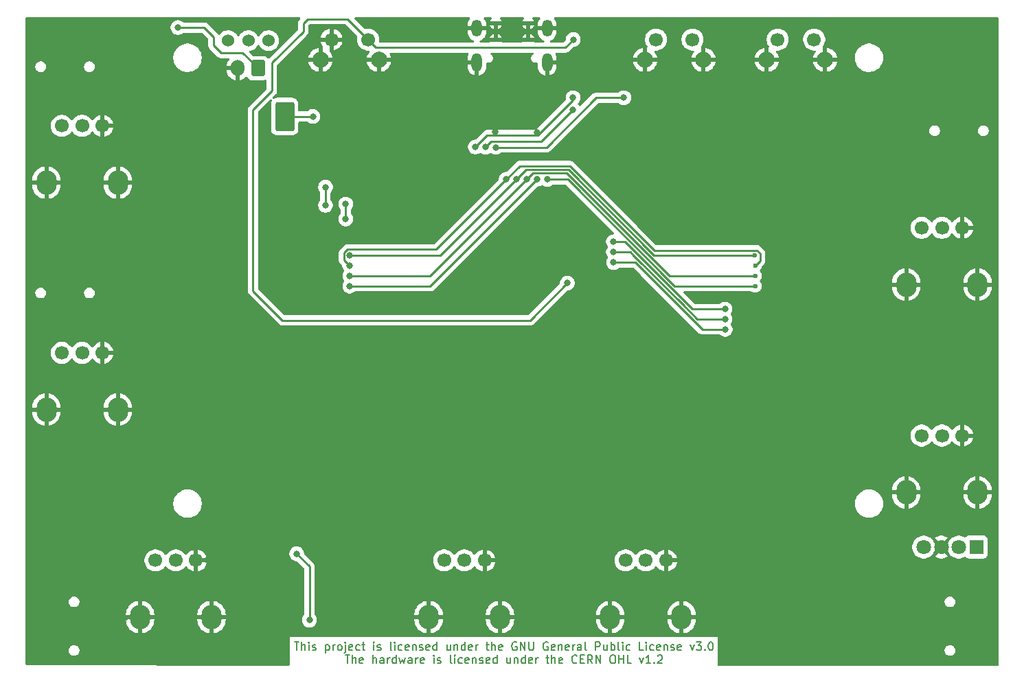
<source format=gbr>
%TF.GenerationSoftware,KiCad,Pcbnew,9.0.3*%
%TF.CreationDate,2025-08-10T03:43:02+02:00*%
%TF.ProjectId,Spikeling_v3.0,5370696b-656c-4696-9e67-5f76332e302e,rev?*%
%TF.SameCoordinates,Original*%
%TF.FileFunction,Copper,L2,Bot*%
%TF.FilePolarity,Positive*%
%FSLAX46Y46*%
G04 Gerber Fmt 4.6, Leading zero omitted, Abs format (unit mm)*
G04 Created by KiCad (PCBNEW 9.0.3) date 2025-08-10 03:43:02*
%MOMM*%
%LPD*%
G01*
G04 APERTURE LIST*
G04 Aperture macros list*
%AMRoundRect*
0 Rectangle with rounded corners*
0 $1 Rounding radius*
0 $2 $3 $4 $5 $6 $7 $8 $9 X,Y pos of 4 corners*
0 Add a 4 corners polygon primitive as box body*
4,1,4,$2,$3,$4,$5,$6,$7,$8,$9,$2,$3,0*
0 Add four circle primitives for the rounded corners*
1,1,$1+$1,$2,$3*
1,1,$1+$1,$4,$5*
1,1,$1+$1,$6,$7*
1,1,$1+$1,$8,$9*
0 Add four rect primitives between the rounded corners*
20,1,$1+$1,$2,$3,$4,$5,0*
20,1,$1+$1,$4,$5,$6,$7,0*
20,1,$1+$1,$6,$7,$8,$9,0*
20,1,$1+$1,$8,$9,$2,$3,0*%
G04 Aperture macros list end*
%ADD10C,0.150000*%
%TA.AperFunction,NonConductor*%
%ADD11C,0.150000*%
%TD*%
%TA.AperFunction,ComponentPad*%
%ADD12C,1.524000*%
%TD*%
%TA.AperFunction,ComponentPad*%
%ADD13C,1.700000*%
%TD*%
%TA.AperFunction,ComponentPad*%
%ADD14O,2.500000X3.000000*%
%TD*%
%TA.AperFunction,ComponentPad*%
%ADD15C,0.500000*%
%TD*%
%TA.AperFunction,SMDPad,CuDef*%
%ADD16RoundRect,0.250000X-0.920000X-1.550000X0.920000X-1.550000X0.920000X1.550000X-0.920000X1.550000X0*%
%TD*%
%TA.AperFunction,ComponentPad*%
%ADD17O,1.300000X2.300000*%
%TD*%
%TA.AperFunction,ComponentPad*%
%ADD18O,1.300000X2.100000*%
%TD*%
%TA.AperFunction,ComponentPad*%
%ADD19C,2.000000*%
%TD*%
%TA.AperFunction,ComponentPad*%
%ADD20RoundRect,0.250000X0.600000X0.750000X-0.600000X0.750000X-0.600000X-0.750000X0.600000X-0.750000X0*%
%TD*%
%TA.AperFunction,ComponentPad*%
%ADD21O,1.700000X2.000000*%
%TD*%
%TA.AperFunction,ComponentPad*%
%ADD22R,1.800000X1.800000*%
%TD*%
%TA.AperFunction,ComponentPad*%
%ADD23C,1.800000*%
%TD*%
%TA.AperFunction,ViaPad*%
%ADD24C,0.800000*%
%TD*%
%TA.AperFunction,ViaPad*%
%ADD25C,0.600000*%
%TD*%
%TA.AperFunction,Conductor*%
%ADD26C,0.250000*%
%TD*%
G04 APERTURE END LIST*
D10*
D11*
X133162854Y-127079847D02*
X133734282Y-127079847D01*
X133448568Y-128079847D02*
X133448568Y-127079847D01*
X134067616Y-128079847D02*
X134067616Y-127079847D01*
X134496187Y-128079847D02*
X134496187Y-127556037D01*
X134496187Y-127556037D02*
X134448568Y-127460799D01*
X134448568Y-127460799D02*
X134353330Y-127413180D01*
X134353330Y-127413180D02*
X134210473Y-127413180D01*
X134210473Y-127413180D02*
X134115235Y-127460799D01*
X134115235Y-127460799D02*
X134067616Y-127508418D01*
X134972378Y-128079847D02*
X134972378Y-127413180D01*
X134972378Y-127079847D02*
X134924759Y-127127466D01*
X134924759Y-127127466D02*
X134972378Y-127175085D01*
X134972378Y-127175085D02*
X135019997Y-127127466D01*
X135019997Y-127127466D02*
X134972378Y-127079847D01*
X134972378Y-127079847D02*
X134972378Y-127175085D01*
X135400949Y-128032228D02*
X135496187Y-128079847D01*
X135496187Y-128079847D02*
X135686663Y-128079847D01*
X135686663Y-128079847D02*
X135781901Y-128032228D01*
X135781901Y-128032228D02*
X135829520Y-127936989D01*
X135829520Y-127936989D02*
X135829520Y-127889370D01*
X135829520Y-127889370D02*
X135781901Y-127794132D01*
X135781901Y-127794132D02*
X135686663Y-127746513D01*
X135686663Y-127746513D02*
X135543806Y-127746513D01*
X135543806Y-127746513D02*
X135448568Y-127698894D01*
X135448568Y-127698894D02*
X135400949Y-127603656D01*
X135400949Y-127603656D02*
X135400949Y-127556037D01*
X135400949Y-127556037D02*
X135448568Y-127460799D01*
X135448568Y-127460799D02*
X135543806Y-127413180D01*
X135543806Y-127413180D02*
X135686663Y-127413180D01*
X135686663Y-127413180D02*
X135781901Y-127460799D01*
X137019997Y-127413180D02*
X137019997Y-128413180D01*
X137019997Y-127460799D02*
X137115235Y-127413180D01*
X137115235Y-127413180D02*
X137305711Y-127413180D01*
X137305711Y-127413180D02*
X137400949Y-127460799D01*
X137400949Y-127460799D02*
X137448568Y-127508418D01*
X137448568Y-127508418D02*
X137496187Y-127603656D01*
X137496187Y-127603656D02*
X137496187Y-127889370D01*
X137496187Y-127889370D02*
X137448568Y-127984608D01*
X137448568Y-127984608D02*
X137400949Y-128032228D01*
X137400949Y-128032228D02*
X137305711Y-128079847D01*
X137305711Y-128079847D02*
X137115235Y-128079847D01*
X137115235Y-128079847D02*
X137019997Y-128032228D01*
X137924759Y-128079847D02*
X137924759Y-127413180D01*
X137924759Y-127603656D02*
X137972378Y-127508418D01*
X137972378Y-127508418D02*
X138019997Y-127460799D01*
X138019997Y-127460799D02*
X138115235Y-127413180D01*
X138115235Y-127413180D02*
X138210473Y-127413180D01*
X138686664Y-128079847D02*
X138591426Y-128032228D01*
X138591426Y-128032228D02*
X138543807Y-127984608D01*
X138543807Y-127984608D02*
X138496188Y-127889370D01*
X138496188Y-127889370D02*
X138496188Y-127603656D01*
X138496188Y-127603656D02*
X138543807Y-127508418D01*
X138543807Y-127508418D02*
X138591426Y-127460799D01*
X138591426Y-127460799D02*
X138686664Y-127413180D01*
X138686664Y-127413180D02*
X138829521Y-127413180D01*
X138829521Y-127413180D02*
X138924759Y-127460799D01*
X138924759Y-127460799D02*
X138972378Y-127508418D01*
X138972378Y-127508418D02*
X139019997Y-127603656D01*
X139019997Y-127603656D02*
X139019997Y-127889370D01*
X139019997Y-127889370D02*
X138972378Y-127984608D01*
X138972378Y-127984608D02*
X138924759Y-128032228D01*
X138924759Y-128032228D02*
X138829521Y-128079847D01*
X138829521Y-128079847D02*
X138686664Y-128079847D01*
X139448569Y-127413180D02*
X139448569Y-128270323D01*
X139448569Y-128270323D02*
X139400950Y-128365561D01*
X139400950Y-128365561D02*
X139305712Y-128413180D01*
X139305712Y-128413180D02*
X139258093Y-128413180D01*
X139448569Y-127079847D02*
X139400950Y-127127466D01*
X139400950Y-127127466D02*
X139448569Y-127175085D01*
X139448569Y-127175085D02*
X139496188Y-127127466D01*
X139496188Y-127127466D02*
X139448569Y-127079847D01*
X139448569Y-127079847D02*
X139448569Y-127175085D01*
X140305711Y-128032228D02*
X140210473Y-128079847D01*
X140210473Y-128079847D02*
X140019997Y-128079847D01*
X140019997Y-128079847D02*
X139924759Y-128032228D01*
X139924759Y-128032228D02*
X139877140Y-127936989D01*
X139877140Y-127936989D02*
X139877140Y-127556037D01*
X139877140Y-127556037D02*
X139924759Y-127460799D01*
X139924759Y-127460799D02*
X140019997Y-127413180D01*
X140019997Y-127413180D02*
X140210473Y-127413180D01*
X140210473Y-127413180D02*
X140305711Y-127460799D01*
X140305711Y-127460799D02*
X140353330Y-127556037D01*
X140353330Y-127556037D02*
X140353330Y-127651275D01*
X140353330Y-127651275D02*
X139877140Y-127746513D01*
X141210473Y-128032228D02*
X141115235Y-128079847D01*
X141115235Y-128079847D02*
X140924759Y-128079847D01*
X140924759Y-128079847D02*
X140829521Y-128032228D01*
X140829521Y-128032228D02*
X140781902Y-127984608D01*
X140781902Y-127984608D02*
X140734283Y-127889370D01*
X140734283Y-127889370D02*
X140734283Y-127603656D01*
X140734283Y-127603656D02*
X140781902Y-127508418D01*
X140781902Y-127508418D02*
X140829521Y-127460799D01*
X140829521Y-127460799D02*
X140924759Y-127413180D01*
X140924759Y-127413180D02*
X141115235Y-127413180D01*
X141115235Y-127413180D02*
X141210473Y-127460799D01*
X141496188Y-127413180D02*
X141877140Y-127413180D01*
X141639045Y-127079847D02*
X141639045Y-127936989D01*
X141639045Y-127936989D02*
X141686664Y-128032228D01*
X141686664Y-128032228D02*
X141781902Y-128079847D01*
X141781902Y-128079847D02*
X141877140Y-128079847D01*
X142972379Y-128079847D02*
X142972379Y-127413180D01*
X142972379Y-127079847D02*
X142924760Y-127127466D01*
X142924760Y-127127466D02*
X142972379Y-127175085D01*
X142972379Y-127175085D02*
X143019998Y-127127466D01*
X143019998Y-127127466D02*
X142972379Y-127079847D01*
X142972379Y-127079847D02*
X142972379Y-127175085D01*
X143400950Y-128032228D02*
X143496188Y-128079847D01*
X143496188Y-128079847D02*
X143686664Y-128079847D01*
X143686664Y-128079847D02*
X143781902Y-128032228D01*
X143781902Y-128032228D02*
X143829521Y-127936989D01*
X143829521Y-127936989D02*
X143829521Y-127889370D01*
X143829521Y-127889370D02*
X143781902Y-127794132D01*
X143781902Y-127794132D02*
X143686664Y-127746513D01*
X143686664Y-127746513D02*
X143543807Y-127746513D01*
X143543807Y-127746513D02*
X143448569Y-127698894D01*
X143448569Y-127698894D02*
X143400950Y-127603656D01*
X143400950Y-127603656D02*
X143400950Y-127556037D01*
X143400950Y-127556037D02*
X143448569Y-127460799D01*
X143448569Y-127460799D02*
X143543807Y-127413180D01*
X143543807Y-127413180D02*
X143686664Y-127413180D01*
X143686664Y-127413180D02*
X143781902Y-127460799D01*
X145162855Y-128079847D02*
X145067617Y-128032228D01*
X145067617Y-128032228D02*
X145019998Y-127936989D01*
X145019998Y-127936989D02*
X145019998Y-127079847D01*
X145543808Y-128079847D02*
X145543808Y-127413180D01*
X145543808Y-127079847D02*
X145496189Y-127127466D01*
X145496189Y-127127466D02*
X145543808Y-127175085D01*
X145543808Y-127175085D02*
X145591427Y-127127466D01*
X145591427Y-127127466D02*
X145543808Y-127079847D01*
X145543808Y-127079847D02*
X145543808Y-127175085D01*
X146448569Y-128032228D02*
X146353331Y-128079847D01*
X146353331Y-128079847D02*
X146162855Y-128079847D01*
X146162855Y-128079847D02*
X146067617Y-128032228D01*
X146067617Y-128032228D02*
X146019998Y-127984608D01*
X146019998Y-127984608D02*
X145972379Y-127889370D01*
X145972379Y-127889370D02*
X145972379Y-127603656D01*
X145972379Y-127603656D02*
X146019998Y-127508418D01*
X146019998Y-127508418D02*
X146067617Y-127460799D01*
X146067617Y-127460799D02*
X146162855Y-127413180D01*
X146162855Y-127413180D02*
X146353331Y-127413180D01*
X146353331Y-127413180D02*
X146448569Y-127460799D01*
X147258093Y-128032228D02*
X147162855Y-128079847D01*
X147162855Y-128079847D02*
X146972379Y-128079847D01*
X146972379Y-128079847D02*
X146877141Y-128032228D01*
X146877141Y-128032228D02*
X146829522Y-127936989D01*
X146829522Y-127936989D02*
X146829522Y-127556037D01*
X146829522Y-127556037D02*
X146877141Y-127460799D01*
X146877141Y-127460799D02*
X146972379Y-127413180D01*
X146972379Y-127413180D02*
X147162855Y-127413180D01*
X147162855Y-127413180D02*
X147258093Y-127460799D01*
X147258093Y-127460799D02*
X147305712Y-127556037D01*
X147305712Y-127556037D02*
X147305712Y-127651275D01*
X147305712Y-127651275D02*
X146829522Y-127746513D01*
X147734284Y-127413180D02*
X147734284Y-128079847D01*
X147734284Y-127508418D02*
X147781903Y-127460799D01*
X147781903Y-127460799D02*
X147877141Y-127413180D01*
X147877141Y-127413180D02*
X148019998Y-127413180D01*
X148019998Y-127413180D02*
X148115236Y-127460799D01*
X148115236Y-127460799D02*
X148162855Y-127556037D01*
X148162855Y-127556037D02*
X148162855Y-128079847D01*
X148591427Y-128032228D02*
X148686665Y-128079847D01*
X148686665Y-128079847D02*
X148877141Y-128079847D01*
X148877141Y-128079847D02*
X148972379Y-128032228D01*
X148972379Y-128032228D02*
X149019998Y-127936989D01*
X149019998Y-127936989D02*
X149019998Y-127889370D01*
X149019998Y-127889370D02*
X148972379Y-127794132D01*
X148972379Y-127794132D02*
X148877141Y-127746513D01*
X148877141Y-127746513D02*
X148734284Y-127746513D01*
X148734284Y-127746513D02*
X148639046Y-127698894D01*
X148639046Y-127698894D02*
X148591427Y-127603656D01*
X148591427Y-127603656D02*
X148591427Y-127556037D01*
X148591427Y-127556037D02*
X148639046Y-127460799D01*
X148639046Y-127460799D02*
X148734284Y-127413180D01*
X148734284Y-127413180D02*
X148877141Y-127413180D01*
X148877141Y-127413180D02*
X148972379Y-127460799D01*
X149829522Y-128032228D02*
X149734284Y-128079847D01*
X149734284Y-128079847D02*
X149543808Y-128079847D01*
X149543808Y-128079847D02*
X149448570Y-128032228D01*
X149448570Y-128032228D02*
X149400951Y-127936989D01*
X149400951Y-127936989D02*
X149400951Y-127556037D01*
X149400951Y-127556037D02*
X149448570Y-127460799D01*
X149448570Y-127460799D02*
X149543808Y-127413180D01*
X149543808Y-127413180D02*
X149734284Y-127413180D01*
X149734284Y-127413180D02*
X149829522Y-127460799D01*
X149829522Y-127460799D02*
X149877141Y-127556037D01*
X149877141Y-127556037D02*
X149877141Y-127651275D01*
X149877141Y-127651275D02*
X149400951Y-127746513D01*
X150734284Y-128079847D02*
X150734284Y-127079847D01*
X150734284Y-128032228D02*
X150639046Y-128079847D01*
X150639046Y-128079847D02*
X150448570Y-128079847D01*
X150448570Y-128079847D02*
X150353332Y-128032228D01*
X150353332Y-128032228D02*
X150305713Y-127984608D01*
X150305713Y-127984608D02*
X150258094Y-127889370D01*
X150258094Y-127889370D02*
X150258094Y-127603656D01*
X150258094Y-127603656D02*
X150305713Y-127508418D01*
X150305713Y-127508418D02*
X150353332Y-127460799D01*
X150353332Y-127460799D02*
X150448570Y-127413180D01*
X150448570Y-127413180D02*
X150639046Y-127413180D01*
X150639046Y-127413180D02*
X150734284Y-127460799D01*
X152400951Y-127413180D02*
X152400951Y-128079847D01*
X151972380Y-127413180D02*
X151972380Y-127936989D01*
X151972380Y-127936989D02*
X152019999Y-128032228D01*
X152019999Y-128032228D02*
X152115237Y-128079847D01*
X152115237Y-128079847D02*
X152258094Y-128079847D01*
X152258094Y-128079847D02*
X152353332Y-128032228D01*
X152353332Y-128032228D02*
X152400951Y-127984608D01*
X152877142Y-127413180D02*
X152877142Y-128079847D01*
X152877142Y-127508418D02*
X152924761Y-127460799D01*
X152924761Y-127460799D02*
X153019999Y-127413180D01*
X153019999Y-127413180D02*
X153162856Y-127413180D01*
X153162856Y-127413180D02*
X153258094Y-127460799D01*
X153258094Y-127460799D02*
X153305713Y-127556037D01*
X153305713Y-127556037D02*
X153305713Y-128079847D01*
X154210475Y-128079847D02*
X154210475Y-127079847D01*
X154210475Y-128032228D02*
X154115237Y-128079847D01*
X154115237Y-128079847D02*
X153924761Y-128079847D01*
X153924761Y-128079847D02*
X153829523Y-128032228D01*
X153829523Y-128032228D02*
X153781904Y-127984608D01*
X153781904Y-127984608D02*
X153734285Y-127889370D01*
X153734285Y-127889370D02*
X153734285Y-127603656D01*
X153734285Y-127603656D02*
X153781904Y-127508418D01*
X153781904Y-127508418D02*
X153829523Y-127460799D01*
X153829523Y-127460799D02*
X153924761Y-127413180D01*
X153924761Y-127413180D02*
X154115237Y-127413180D01*
X154115237Y-127413180D02*
X154210475Y-127460799D01*
X155067618Y-128032228D02*
X154972380Y-128079847D01*
X154972380Y-128079847D02*
X154781904Y-128079847D01*
X154781904Y-128079847D02*
X154686666Y-128032228D01*
X154686666Y-128032228D02*
X154639047Y-127936989D01*
X154639047Y-127936989D02*
X154639047Y-127556037D01*
X154639047Y-127556037D02*
X154686666Y-127460799D01*
X154686666Y-127460799D02*
X154781904Y-127413180D01*
X154781904Y-127413180D02*
X154972380Y-127413180D01*
X154972380Y-127413180D02*
X155067618Y-127460799D01*
X155067618Y-127460799D02*
X155115237Y-127556037D01*
X155115237Y-127556037D02*
X155115237Y-127651275D01*
X155115237Y-127651275D02*
X154639047Y-127746513D01*
X155543809Y-128079847D02*
X155543809Y-127413180D01*
X155543809Y-127603656D02*
X155591428Y-127508418D01*
X155591428Y-127508418D02*
X155639047Y-127460799D01*
X155639047Y-127460799D02*
X155734285Y-127413180D01*
X155734285Y-127413180D02*
X155829523Y-127413180D01*
X156781905Y-127413180D02*
X157162857Y-127413180D01*
X156924762Y-127079847D02*
X156924762Y-127936989D01*
X156924762Y-127936989D02*
X156972381Y-128032228D01*
X156972381Y-128032228D02*
X157067619Y-128079847D01*
X157067619Y-128079847D02*
X157162857Y-128079847D01*
X157496191Y-128079847D02*
X157496191Y-127079847D01*
X157924762Y-128079847D02*
X157924762Y-127556037D01*
X157924762Y-127556037D02*
X157877143Y-127460799D01*
X157877143Y-127460799D02*
X157781905Y-127413180D01*
X157781905Y-127413180D02*
X157639048Y-127413180D01*
X157639048Y-127413180D02*
X157543810Y-127460799D01*
X157543810Y-127460799D02*
X157496191Y-127508418D01*
X158781905Y-128032228D02*
X158686667Y-128079847D01*
X158686667Y-128079847D02*
X158496191Y-128079847D01*
X158496191Y-128079847D02*
X158400953Y-128032228D01*
X158400953Y-128032228D02*
X158353334Y-127936989D01*
X158353334Y-127936989D02*
X158353334Y-127556037D01*
X158353334Y-127556037D02*
X158400953Y-127460799D01*
X158400953Y-127460799D02*
X158496191Y-127413180D01*
X158496191Y-127413180D02*
X158686667Y-127413180D01*
X158686667Y-127413180D02*
X158781905Y-127460799D01*
X158781905Y-127460799D02*
X158829524Y-127556037D01*
X158829524Y-127556037D02*
X158829524Y-127651275D01*
X158829524Y-127651275D02*
X158353334Y-127746513D01*
X160543810Y-127127466D02*
X160448572Y-127079847D01*
X160448572Y-127079847D02*
X160305715Y-127079847D01*
X160305715Y-127079847D02*
X160162858Y-127127466D01*
X160162858Y-127127466D02*
X160067620Y-127222704D01*
X160067620Y-127222704D02*
X160020001Y-127317942D01*
X160020001Y-127317942D02*
X159972382Y-127508418D01*
X159972382Y-127508418D02*
X159972382Y-127651275D01*
X159972382Y-127651275D02*
X160020001Y-127841751D01*
X160020001Y-127841751D02*
X160067620Y-127936989D01*
X160067620Y-127936989D02*
X160162858Y-128032228D01*
X160162858Y-128032228D02*
X160305715Y-128079847D01*
X160305715Y-128079847D02*
X160400953Y-128079847D01*
X160400953Y-128079847D02*
X160543810Y-128032228D01*
X160543810Y-128032228D02*
X160591429Y-127984608D01*
X160591429Y-127984608D02*
X160591429Y-127651275D01*
X160591429Y-127651275D02*
X160400953Y-127651275D01*
X161020001Y-128079847D02*
X161020001Y-127079847D01*
X161020001Y-127079847D02*
X161591429Y-128079847D01*
X161591429Y-128079847D02*
X161591429Y-127079847D01*
X162067620Y-127079847D02*
X162067620Y-127889370D01*
X162067620Y-127889370D02*
X162115239Y-127984608D01*
X162115239Y-127984608D02*
X162162858Y-128032228D01*
X162162858Y-128032228D02*
X162258096Y-128079847D01*
X162258096Y-128079847D02*
X162448572Y-128079847D01*
X162448572Y-128079847D02*
X162543810Y-128032228D01*
X162543810Y-128032228D02*
X162591429Y-127984608D01*
X162591429Y-127984608D02*
X162639048Y-127889370D01*
X162639048Y-127889370D02*
X162639048Y-127079847D01*
X164400953Y-127127466D02*
X164305715Y-127079847D01*
X164305715Y-127079847D02*
X164162858Y-127079847D01*
X164162858Y-127079847D02*
X164020001Y-127127466D01*
X164020001Y-127127466D02*
X163924763Y-127222704D01*
X163924763Y-127222704D02*
X163877144Y-127317942D01*
X163877144Y-127317942D02*
X163829525Y-127508418D01*
X163829525Y-127508418D02*
X163829525Y-127651275D01*
X163829525Y-127651275D02*
X163877144Y-127841751D01*
X163877144Y-127841751D02*
X163924763Y-127936989D01*
X163924763Y-127936989D02*
X164020001Y-128032228D01*
X164020001Y-128032228D02*
X164162858Y-128079847D01*
X164162858Y-128079847D02*
X164258096Y-128079847D01*
X164258096Y-128079847D02*
X164400953Y-128032228D01*
X164400953Y-128032228D02*
X164448572Y-127984608D01*
X164448572Y-127984608D02*
X164448572Y-127651275D01*
X164448572Y-127651275D02*
X164258096Y-127651275D01*
X165258096Y-128032228D02*
X165162858Y-128079847D01*
X165162858Y-128079847D02*
X164972382Y-128079847D01*
X164972382Y-128079847D02*
X164877144Y-128032228D01*
X164877144Y-128032228D02*
X164829525Y-127936989D01*
X164829525Y-127936989D02*
X164829525Y-127556037D01*
X164829525Y-127556037D02*
X164877144Y-127460799D01*
X164877144Y-127460799D02*
X164972382Y-127413180D01*
X164972382Y-127413180D02*
X165162858Y-127413180D01*
X165162858Y-127413180D02*
X165258096Y-127460799D01*
X165258096Y-127460799D02*
X165305715Y-127556037D01*
X165305715Y-127556037D02*
X165305715Y-127651275D01*
X165305715Y-127651275D02*
X164829525Y-127746513D01*
X165734287Y-127413180D02*
X165734287Y-128079847D01*
X165734287Y-127508418D02*
X165781906Y-127460799D01*
X165781906Y-127460799D02*
X165877144Y-127413180D01*
X165877144Y-127413180D02*
X166020001Y-127413180D01*
X166020001Y-127413180D02*
X166115239Y-127460799D01*
X166115239Y-127460799D02*
X166162858Y-127556037D01*
X166162858Y-127556037D02*
X166162858Y-128079847D01*
X167020001Y-128032228D02*
X166924763Y-128079847D01*
X166924763Y-128079847D02*
X166734287Y-128079847D01*
X166734287Y-128079847D02*
X166639049Y-128032228D01*
X166639049Y-128032228D02*
X166591430Y-127936989D01*
X166591430Y-127936989D02*
X166591430Y-127556037D01*
X166591430Y-127556037D02*
X166639049Y-127460799D01*
X166639049Y-127460799D02*
X166734287Y-127413180D01*
X166734287Y-127413180D02*
X166924763Y-127413180D01*
X166924763Y-127413180D02*
X167020001Y-127460799D01*
X167020001Y-127460799D02*
X167067620Y-127556037D01*
X167067620Y-127556037D02*
X167067620Y-127651275D01*
X167067620Y-127651275D02*
X166591430Y-127746513D01*
X167496192Y-128079847D02*
X167496192Y-127413180D01*
X167496192Y-127603656D02*
X167543811Y-127508418D01*
X167543811Y-127508418D02*
X167591430Y-127460799D01*
X167591430Y-127460799D02*
X167686668Y-127413180D01*
X167686668Y-127413180D02*
X167781906Y-127413180D01*
X168543811Y-128079847D02*
X168543811Y-127556037D01*
X168543811Y-127556037D02*
X168496192Y-127460799D01*
X168496192Y-127460799D02*
X168400954Y-127413180D01*
X168400954Y-127413180D02*
X168210478Y-127413180D01*
X168210478Y-127413180D02*
X168115240Y-127460799D01*
X168543811Y-128032228D02*
X168448573Y-128079847D01*
X168448573Y-128079847D02*
X168210478Y-128079847D01*
X168210478Y-128079847D02*
X168115240Y-128032228D01*
X168115240Y-128032228D02*
X168067621Y-127936989D01*
X168067621Y-127936989D02*
X168067621Y-127841751D01*
X168067621Y-127841751D02*
X168115240Y-127746513D01*
X168115240Y-127746513D02*
X168210478Y-127698894D01*
X168210478Y-127698894D02*
X168448573Y-127698894D01*
X168448573Y-127698894D02*
X168543811Y-127651275D01*
X169162859Y-128079847D02*
X169067621Y-128032228D01*
X169067621Y-128032228D02*
X169020002Y-127936989D01*
X169020002Y-127936989D02*
X169020002Y-127079847D01*
X170305717Y-128079847D02*
X170305717Y-127079847D01*
X170305717Y-127079847D02*
X170686669Y-127079847D01*
X170686669Y-127079847D02*
X170781907Y-127127466D01*
X170781907Y-127127466D02*
X170829526Y-127175085D01*
X170829526Y-127175085D02*
X170877145Y-127270323D01*
X170877145Y-127270323D02*
X170877145Y-127413180D01*
X170877145Y-127413180D02*
X170829526Y-127508418D01*
X170829526Y-127508418D02*
X170781907Y-127556037D01*
X170781907Y-127556037D02*
X170686669Y-127603656D01*
X170686669Y-127603656D02*
X170305717Y-127603656D01*
X171734288Y-127413180D02*
X171734288Y-128079847D01*
X171305717Y-127413180D02*
X171305717Y-127936989D01*
X171305717Y-127936989D02*
X171353336Y-128032228D01*
X171353336Y-128032228D02*
X171448574Y-128079847D01*
X171448574Y-128079847D02*
X171591431Y-128079847D01*
X171591431Y-128079847D02*
X171686669Y-128032228D01*
X171686669Y-128032228D02*
X171734288Y-127984608D01*
X172210479Y-128079847D02*
X172210479Y-127079847D01*
X172210479Y-127460799D02*
X172305717Y-127413180D01*
X172305717Y-127413180D02*
X172496193Y-127413180D01*
X172496193Y-127413180D02*
X172591431Y-127460799D01*
X172591431Y-127460799D02*
X172639050Y-127508418D01*
X172639050Y-127508418D02*
X172686669Y-127603656D01*
X172686669Y-127603656D02*
X172686669Y-127889370D01*
X172686669Y-127889370D02*
X172639050Y-127984608D01*
X172639050Y-127984608D02*
X172591431Y-128032228D01*
X172591431Y-128032228D02*
X172496193Y-128079847D01*
X172496193Y-128079847D02*
X172305717Y-128079847D01*
X172305717Y-128079847D02*
X172210479Y-128032228D01*
X173258098Y-128079847D02*
X173162860Y-128032228D01*
X173162860Y-128032228D02*
X173115241Y-127936989D01*
X173115241Y-127936989D02*
X173115241Y-127079847D01*
X173639051Y-128079847D02*
X173639051Y-127413180D01*
X173639051Y-127079847D02*
X173591432Y-127127466D01*
X173591432Y-127127466D02*
X173639051Y-127175085D01*
X173639051Y-127175085D02*
X173686670Y-127127466D01*
X173686670Y-127127466D02*
X173639051Y-127079847D01*
X173639051Y-127079847D02*
X173639051Y-127175085D01*
X174543812Y-128032228D02*
X174448574Y-128079847D01*
X174448574Y-128079847D02*
X174258098Y-128079847D01*
X174258098Y-128079847D02*
X174162860Y-128032228D01*
X174162860Y-128032228D02*
X174115241Y-127984608D01*
X174115241Y-127984608D02*
X174067622Y-127889370D01*
X174067622Y-127889370D02*
X174067622Y-127603656D01*
X174067622Y-127603656D02*
X174115241Y-127508418D01*
X174115241Y-127508418D02*
X174162860Y-127460799D01*
X174162860Y-127460799D02*
X174258098Y-127413180D01*
X174258098Y-127413180D02*
X174448574Y-127413180D01*
X174448574Y-127413180D02*
X174543812Y-127460799D01*
X176210479Y-128079847D02*
X175734289Y-128079847D01*
X175734289Y-128079847D02*
X175734289Y-127079847D01*
X176543813Y-128079847D02*
X176543813Y-127413180D01*
X176543813Y-127079847D02*
X176496194Y-127127466D01*
X176496194Y-127127466D02*
X176543813Y-127175085D01*
X176543813Y-127175085D02*
X176591432Y-127127466D01*
X176591432Y-127127466D02*
X176543813Y-127079847D01*
X176543813Y-127079847D02*
X176543813Y-127175085D01*
X177448574Y-128032228D02*
X177353336Y-128079847D01*
X177353336Y-128079847D02*
X177162860Y-128079847D01*
X177162860Y-128079847D02*
X177067622Y-128032228D01*
X177067622Y-128032228D02*
X177020003Y-127984608D01*
X177020003Y-127984608D02*
X176972384Y-127889370D01*
X176972384Y-127889370D02*
X176972384Y-127603656D01*
X176972384Y-127603656D02*
X177020003Y-127508418D01*
X177020003Y-127508418D02*
X177067622Y-127460799D01*
X177067622Y-127460799D02*
X177162860Y-127413180D01*
X177162860Y-127413180D02*
X177353336Y-127413180D01*
X177353336Y-127413180D02*
X177448574Y-127460799D01*
X178258098Y-128032228D02*
X178162860Y-128079847D01*
X178162860Y-128079847D02*
X177972384Y-128079847D01*
X177972384Y-128079847D02*
X177877146Y-128032228D01*
X177877146Y-128032228D02*
X177829527Y-127936989D01*
X177829527Y-127936989D02*
X177829527Y-127556037D01*
X177829527Y-127556037D02*
X177877146Y-127460799D01*
X177877146Y-127460799D02*
X177972384Y-127413180D01*
X177972384Y-127413180D02*
X178162860Y-127413180D01*
X178162860Y-127413180D02*
X178258098Y-127460799D01*
X178258098Y-127460799D02*
X178305717Y-127556037D01*
X178305717Y-127556037D02*
X178305717Y-127651275D01*
X178305717Y-127651275D02*
X177829527Y-127746513D01*
X178734289Y-127413180D02*
X178734289Y-128079847D01*
X178734289Y-127508418D02*
X178781908Y-127460799D01*
X178781908Y-127460799D02*
X178877146Y-127413180D01*
X178877146Y-127413180D02*
X179020003Y-127413180D01*
X179020003Y-127413180D02*
X179115241Y-127460799D01*
X179115241Y-127460799D02*
X179162860Y-127556037D01*
X179162860Y-127556037D02*
X179162860Y-128079847D01*
X179591432Y-128032228D02*
X179686670Y-128079847D01*
X179686670Y-128079847D02*
X179877146Y-128079847D01*
X179877146Y-128079847D02*
X179972384Y-128032228D01*
X179972384Y-128032228D02*
X180020003Y-127936989D01*
X180020003Y-127936989D02*
X180020003Y-127889370D01*
X180020003Y-127889370D02*
X179972384Y-127794132D01*
X179972384Y-127794132D02*
X179877146Y-127746513D01*
X179877146Y-127746513D02*
X179734289Y-127746513D01*
X179734289Y-127746513D02*
X179639051Y-127698894D01*
X179639051Y-127698894D02*
X179591432Y-127603656D01*
X179591432Y-127603656D02*
X179591432Y-127556037D01*
X179591432Y-127556037D02*
X179639051Y-127460799D01*
X179639051Y-127460799D02*
X179734289Y-127413180D01*
X179734289Y-127413180D02*
X179877146Y-127413180D01*
X179877146Y-127413180D02*
X179972384Y-127460799D01*
X180829527Y-128032228D02*
X180734289Y-128079847D01*
X180734289Y-128079847D02*
X180543813Y-128079847D01*
X180543813Y-128079847D02*
X180448575Y-128032228D01*
X180448575Y-128032228D02*
X180400956Y-127936989D01*
X180400956Y-127936989D02*
X180400956Y-127556037D01*
X180400956Y-127556037D02*
X180448575Y-127460799D01*
X180448575Y-127460799D02*
X180543813Y-127413180D01*
X180543813Y-127413180D02*
X180734289Y-127413180D01*
X180734289Y-127413180D02*
X180829527Y-127460799D01*
X180829527Y-127460799D02*
X180877146Y-127556037D01*
X180877146Y-127556037D02*
X180877146Y-127651275D01*
X180877146Y-127651275D02*
X180400956Y-127746513D01*
X181972385Y-127413180D02*
X182210480Y-128079847D01*
X182210480Y-128079847D02*
X182448575Y-127413180D01*
X182734290Y-127079847D02*
X183353337Y-127079847D01*
X183353337Y-127079847D02*
X183020004Y-127460799D01*
X183020004Y-127460799D02*
X183162861Y-127460799D01*
X183162861Y-127460799D02*
X183258099Y-127508418D01*
X183258099Y-127508418D02*
X183305718Y-127556037D01*
X183305718Y-127556037D02*
X183353337Y-127651275D01*
X183353337Y-127651275D02*
X183353337Y-127889370D01*
X183353337Y-127889370D02*
X183305718Y-127984608D01*
X183305718Y-127984608D02*
X183258099Y-128032228D01*
X183258099Y-128032228D02*
X183162861Y-128079847D01*
X183162861Y-128079847D02*
X182877147Y-128079847D01*
X182877147Y-128079847D02*
X182781909Y-128032228D01*
X182781909Y-128032228D02*
X182734290Y-127984608D01*
X183781909Y-127984608D02*
X183829528Y-128032228D01*
X183829528Y-128032228D02*
X183781909Y-128079847D01*
X183781909Y-128079847D02*
X183734290Y-128032228D01*
X183734290Y-128032228D02*
X183781909Y-127984608D01*
X183781909Y-127984608D02*
X183781909Y-128079847D01*
X184448575Y-127079847D02*
X184543813Y-127079847D01*
X184543813Y-127079847D02*
X184639051Y-127127466D01*
X184639051Y-127127466D02*
X184686670Y-127175085D01*
X184686670Y-127175085D02*
X184734289Y-127270323D01*
X184734289Y-127270323D02*
X184781908Y-127460799D01*
X184781908Y-127460799D02*
X184781908Y-127698894D01*
X184781908Y-127698894D02*
X184734289Y-127889370D01*
X184734289Y-127889370D02*
X184686670Y-127984608D01*
X184686670Y-127984608D02*
X184639051Y-128032228D01*
X184639051Y-128032228D02*
X184543813Y-128079847D01*
X184543813Y-128079847D02*
X184448575Y-128079847D01*
X184448575Y-128079847D02*
X184353337Y-128032228D01*
X184353337Y-128032228D02*
X184305718Y-127984608D01*
X184305718Y-127984608D02*
X184258099Y-127889370D01*
X184258099Y-127889370D02*
X184210480Y-127698894D01*
X184210480Y-127698894D02*
X184210480Y-127460799D01*
X184210480Y-127460799D02*
X184258099Y-127270323D01*
X184258099Y-127270323D02*
X184305718Y-127175085D01*
X184305718Y-127175085D02*
X184353337Y-127127466D01*
X184353337Y-127127466D02*
X184448575Y-127079847D01*
X139424759Y-128689791D02*
X139996187Y-128689791D01*
X139710473Y-129689791D02*
X139710473Y-128689791D01*
X140329521Y-129689791D02*
X140329521Y-128689791D01*
X140758092Y-129689791D02*
X140758092Y-129165981D01*
X140758092Y-129165981D02*
X140710473Y-129070743D01*
X140710473Y-129070743D02*
X140615235Y-129023124D01*
X140615235Y-129023124D02*
X140472378Y-129023124D01*
X140472378Y-129023124D02*
X140377140Y-129070743D01*
X140377140Y-129070743D02*
X140329521Y-129118362D01*
X141615235Y-129642172D02*
X141519997Y-129689791D01*
X141519997Y-129689791D02*
X141329521Y-129689791D01*
X141329521Y-129689791D02*
X141234283Y-129642172D01*
X141234283Y-129642172D02*
X141186664Y-129546933D01*
X141186664Y-129546933D02*
X141186664Y-129165981D01*
X141186664Y-129165981D02*
X141234283Y-129070743D01*
X141234283Y-129070743D02*
X141329521Y-129023124D01*
X141329521Y-129023124D02*
X141519997Y-129023124D01*
X141519997Y-129023124D02*
X141615235Y-129070743D01*
X141615235Y-129070743D02*
X141662854Y-129165981D01*
X141662854Y-129165981D02*
X141662854Y-129261219D01*
X141662854Y-129261219D02*
X141186664Y-129356457D01*
X142853331Y-129689791D02*
X142853331Y-128689791D01*
X143281902Y-129689791D02*
X143281902Y-129165981D01*
X143281902Y-129165981D02*
X143234283Y-129070743D01*
X143234283Y-129070743D02*
X143139045Y-129023124D01*
X143139045Y-129023124D02*
X142996188Y-129023124D01*
X142996188Y-129023124D02*
X142900950Y-129070743D01*
X142900950Y-129070743D02*
X142853331Y-129118362D01*
X144186664Y-129689791D02*
X144186664Y-129165981D01*
X144186664Y-129165981D02*
X144139045Y-129070743D01*
X144139045Y-129070743D02*
X144043807Y-129023124D01*
X144043807Y-129023124D02*
X143853331Y-129023124D01*
X143853331Y-129023124D02*
X143758093Y-129070743D01*
X144186664Y-129642172D02*
X144091426Y-129689791D01*
X144091426Y-129689791D02*
X143853331Y-129689791D01*
X143853331Y-129689791D02*
X143758093Y-129642172D01*
X143758093Y-129642172D02*
X143710474Y-129546933D01*
X143710474Y-129546933D02*
X143710474Y-129451695D01*
X143710474Y-129451695D02*
X143758093Y-129356457D01*
X143758093Y-129356457D02*
X143853331Y-129308838D01*
X143853331Y-129308838D02*
X144091426Y-129308838D01*
X144091426Y-129308838D02*
X144186664Y-129261219D01*
X144662855Y-129689791D02*
X144662855Y-129023124D01*
X144662855Y-129213600D02*
X144710474Y-129118362D01*
X144710474Y-129118362D02*
X144758093Y-129070743D01*
X144758093Y-129070743D02*
X144853331Y-129023124D01*
X144853331Y-129023124D02*
X144948569Y-129023124D01*
X145710474Y-129689791D02*
X145710474Y-128689791D01*
X145710474Y-129642172D02*
X145615236Y-129689791D01*
X145615236Y-129689791D02*
X145424760Y-129689791D01*
X145424760Y-129689791D02*
X145329522Y-129642172D01*
X145329522Y-129642172D02*
X145281903Y-129594552D01*
X145281903Y-129594552D02*
X145234284Y-129499314D01*
X145234284Y-129499314D02*
X145234284Y-129213600D01*
X145234284Y-129213600D02*
X145281903Y-129118362D01*
X145281903Y-129118362D02*
X145329522Y-129070743D01*
X145329522Y-129070743D02*
X145424760Y-129023124D01*
X145424760Y-129023124D02*
X145615236Y-129023124D01*
X145615236Y-129023124D02*
X145710474Y-129070743D01*
X146091427Y-129023124D02*
X146281903Y-129689791D01*
X146281903Y-129689791D02*
X146472379Y-129213600D01*
X146472379Y-129213600D02*
X146662855Y-129689791D01*
X146662855Y-129689791D02*
X146853331Y-129023124D01*
X147662855Y-129689791D02*
X147662855Y-129165981D01*
X147662855Y-129165981D02*
X147615236Y-129070743D01*
X147615236Y-129070743D02*
X147519998Y-129023124D01*
X147519998Y-129023124D02*
X147329522Y-129023124D01*
X147329522Y-129023124D02*
X147234284Y-129070743D01*
X147662855Y-129642172D02*
X147567617Y-129689791D01*
X147567617Y-129689791D02*
X147329522Y-129689791D01*
X147329522Y-129689791D02*
X147234284Y-129642172D01*
X147234284Y-129642172D02*
X147186665Y-129546933D01*
X147186665Y-129546933D02*
X147186665Y-129451695D01*
X147186665Y-129451695D02*
X147234284Y-129356457D01*
X147234284Y-129356457D02*
X147329522Y-129308838D01*
X147329522Y-129308838D02*
X147567617Y-129308838D01*
X147567617Y-129308838D02*
X147662855Y-129261219D01*
X148139046Y-129689791D02*
X148139046Y-129023124D01*
X148139046Y-129213600D02*
X148186665Y-129118362D01*
X148186665Y-129118362D02*
X148234284Y-129070743D01*
X148234284Y-129070743D02*
X148329522Y-129023124D01*
X148329522Y-129023124D02*
X148424760Y-129023124D01*
X149139046Y-129642172D02*
X149043808Y-129689791D01*
X149043808Y-129689791D02*
X148853332Y-129689791D01*
X148853332Y-129689791D02*
X148758094Y-129642172D01*
X148758094Y-129642172D02*
X148710475Y-129546933D01*
X148710475Y-129546933D02*
X148710475Y-129165981D01*
X148710475Y-129165981D02*
X148758094Y-129070743D01*
X148758094Y-129070743D02*
X148853332Y-129023124D01*
X148853332Y-129023124D02*
X149043808Y-129023124D01*
X149043808Y-129023124D02*
X149139046Y-129070743D01*
X149139046Y-129070743D02*
X149186665Y-129165981D01*
X149186665Y-129165981D02*
X149186665Y-129261219D01*
X149186665Y-129261219D02*
X148710475Y-129356457D01*
X150377142Y-129689791D02*
X150377142Y-129023124D01*
X150377142Y-128689791D02*
X150329523Y-128737410D01*
X150329523Y-128737410D02*
X150377142Y-128785029D01*
X150377142Y-128785029D02*
X150424761Y-128737410D01*
X150424761Y-128737410D02*
X150377142Y-128689791D01*
X150377142Y-128689791D02*
X150377142Y-128785029D01*
X150805713Y-129642172D02*
X150900951Y-129689791D01*
X150900951Y-129689791D02*
X151091427Y-129689791D01*
X151091427Y-129689791D02*
X151186665Y-129642172D01*
X151186665Y-129642172D02*
X151234284Y-129546933D01*
X151234284Y-129546933D02*
X151234284Y-129499314D01*
X151234284Y-129499314D02*
X151186665Y-129404076D01*
X151186665Y-129404076D02*
X151091427Y-129356457D01*
X151091427Y-129356457D02*
X150948570Y-129356457D01*
X150948570Y-129356457D02*
X150853332Y-129308838D01*
X150853332Y-129308838D02*
X150805713Y-129213600D01*
X150805713Y-129213600D02*
X150805713Y-129165981D01*
X150805713Y-129165981D02*
X150853332Y-129070743D01*
X150853332Y-129070743D02*
X150948570Y-129023124D01*
X150948570Y-129023124D02*
X151091427Y-129023124D01*
X151091427Y-129023124D02*
X151186665Y-129070743D01*
X152567618Y-129689791D02*
X152472380Y-129642172D01*
X152472380Y-129642172D02*
X152424761Y-129546933D01*
X152424761Y-129546933D02*
X152424761Y-128689791D01*
X152948571Y-129689791D02*
X152948571Y-129023124D01*
X152948571Y-128689791D02*
X152900952Y-128737410D01*
X152900952Y-128737410D02*
X152948571Y-128785029D01*
X152948571Y-128785029D02*
X152996190Y-128737410D01*
X152996190Y-128737410D02*
X152948571Y-128689791D01*
X152948571Y-128689791D02*
X152948571Y-128785029D01*
X153853332Y-129642172D02*
X153758094Y-129689791D01*
X153758094Y-129689791D02*
X153567618Y-129689791D01*
X153567618Y-129689791D02*
X153472380Y-129642172D01*
X153472380Y-129642172D02*
X153424761Y-129594552D01*
X153424761Y-129594552D02*
X153377142Y-129499314D01*
X153377142Y-129499314D02*
X153377142Y-129213600D01*
X153377142Y-129213600D02*
X153424761Y-129118362D01*
X153424761Y-129118362D02*
X153472380Y-129070743D01*
X153472380Y-129070743D02*
X153567618Y-129023124D01*
X153567618Y-129023124D02*
X153758094Y-129023124D01*
X153758094Y-129023124D02*
X153853332Y-129070743D01*
X154662856Y-129642172D02*
X154567618Y-129689791D01*
X154567618Y-129689791D02*
X154377142Y-129689791D01*
X154377142Y-129689791D02*
X154281904Y-129642172D01*
X154281904Y-129642172D02*
X154234285Y-129546933D01*
X154234285Y-129546933D02*
X154234285Y-129165981D01*
X154234285Y-129165981D02*
X154281904Y-129070743D01*
X154281904Y-129070743D02*
X154377142Y-129023124D01*
X154377142Y-129023124D02*
X154567618Y-129023124D01*
X154567618Y-129023124D02*
X154662856Y-129070743D01*
X154662856Y-129070743D02*
X154710475Y-129165981D01*
X154710475Y-129165981D02*
X154710475Y-129261219D01*
X154710475Y-129261219D02*
X154234285Y-129356457D01*
X155139047Y-129023124D02*
X155139047Y-129689791D01*
X155139047Y-129118362D02*
X155186666Y-129070743D01*
X155186666Y-129070743D02*
X155281904Y-129023124D01*
X155281904Y-129023124D02*
X155424761Y-129023124D01*
X155424761Y-129023124D02*
X155519999Y-129070743D01*
X155519999Y-129070743D02*
X155567618Y-129165981D01*
X155567618Y-129165981D02*
X155567618Y-129689791D01*
X155996190Y-129642172D02*
X156091428Y-129689791D01*
X156091428Y-129689791D02*
X156281904Y-129689791D01*
X156281904Y-129689791D02*
X156377142Y-129642172D01*
X156377142Y-129642172D02*
X156424761Y-129546933D01*
X156424761Y-129546933D02*
X156424761Y-129499314D01*
X156424761Y-129499314D02*
X156377142Y-129404076D01*
X156377142Y-129404076D02*
X156281904Y-129356457D01*
X156281904Y-129356457D02*
X156139047Y-129356457D01*
X156139047Y-129356457D02*
X156043809Y-129308838D01*
X156043809Y-129308838D02*
X155996190Y-129213600D01*
X155996190Y-129213600D02*
X155996190Y-129165981D01*
X155996190Y-129165981D02*
X156043809Y-129070743D01*
X156043809Y-129070743D02*
X156139047Y-129023124D01*
X156139047Y-129023124D02*
X156281904Y-129023124D01*
X156281904Y-129023124D02*
X156377142Y-129070743D01*
X157234285Y-129642172D02*
X157139047Y-129689791D01*
X157139047Y-129689791D02*
X156948571Y-129689791D01*
X156948571Y-129689791D02*
X156853333Y-129642172D01*
X156853333Y-129642172D02*
X156805714Y-129546933D01*
X156805714Y-129546933D02*
X156805714Y-129165981D01*
X156805714Y-129165981D02*
X156853333Y-129070743D01*
X156853333Y-129070743D02*
X156948571Y-129023124D01*
X156948571Y-129023124D02*
X157139047Y-129023124D01*
X157139047Y-129023124D02*
X157234285Y-129070743D01*
X157234285Y-129070743D02*
X157281904Y-129165981D01*
X157281904Y-129165981D02*
X157281904Y-129261219D01*
X157281904Y-129261219D02*
X156805714Y-129356457D01*
X158139047Y-129689791D02*
X158139047Y-128689791D01*
X158139047Y-129642172D02*
X158043809Y-129689791D01*
X158043809Y-129689791D02*
X157853333Y-129689791D01*
X157853333Y-129689791D02*
X157758095Y-129642172D01*
X157758095Y-129642172D02*
X157710476Y-129594552D01*
X157710476Y-129594552D02*
X157662857Y-129499314D01*
X157662857Y-129499314D02*
X157662857Y-129213600D01*
X157662857Y-129213600D02*
X157710476Y-129118362D01*
X157710476Y-129118362D02*
X157758095Y-129070743D01*
X157758095Y-129070743D02*
X157853333Y-129023124D01*
X157853333Y-129023124D02*
X158043809Y-129023124D01*
X158043809Y-129023124D02*
X158139047Y-129070743D01*
X159805714Y-129023124D02*
X159805714Y-129689791D01*
X159377143Y-129023124D02*
X159377143Y-129546933D01*
X159377143Y-129546933D02*
X159424762Y-129642172D01*
X159424762Y-129642172D02*
X159520000Y-129689791D01*
X159520000Y-129689791D02*
X159662857Y-129689791D01*
X159662857Y-129689791D02*
X159758095Y-129642172D01*
X159758095Y-129642172D02*
X159805714Y-129594552D01*
X160281905Y-129023124D02*
X160281905Y-129689791D01*
X160281905Y-129118362D02*
X160329524Y-129070743D01*
X160329524Y-129070743D02*
X160424762Y-129023124D01*
X160424762Y-129023124D02*
X160567619Y-129023124D01*
X160567619Y-129023124D02*
X160662857Y-129070743D01*
X160662857Y-129070743D02*
X160710476Y-129165981D01*
X160710476Y-129165981D02*
X160710476Y-129689791D01*
X161615238Y-129689791D02*
X161615238Y-128689791D01*
X161615238Y-129642172D02*
X161520000Y-129689791D01*
X161520000Y-129689791D02*
X161329524Y-129689791D01*
X161329524Y-129689791D02*
X161234286Y-129642172D01*
X161234286Y-129642172D02*
X161186667Y-129594552D01*
X161186667Y-129594552D02*
X161139048Y-129499314D01*
X161139048Y-129499314D02*
X161139048Y-129213600D01*
X161139048Y-129213600D02*
X161186667Y-129118362D01*
X161186667Y-129118362D02*
X161234286Y-129070743D01*
X161234286Y-129070743D02*
X161329524Y-129023124D01*
X161329524Y-129023124D02*
X161520000Y-129023124D01*
X161520000Y-129023124D02*
X161615238Y-129070743D01*
X162472381Y-129642172D02*
X162377143Y-129689791D01*
X162377143Y-129689791D02*
X162186667Y-129689791D01*
X162186667Y-129689791D02*
X162091429Y-129642172D01*
X162091429Y-129642172D02*
X162043810Y-129546933D01*
X162043810Y-129546933D02*
X162043810Y-129165981D01*
X162043810Y-129165981D02*
X162091429Y-129070743D01*
X162091429Y-129070743D02*
X162186667Y-129023124D01*
X162186667Y-129023124D02*
X162377143Y-129023124D01*
X162377143Y-129023124D02*
X162472381Y-129070743D01*
X162472381Y-129070743D02*
X162520000Y-129165981D01*
X162520000Y-129165981D02*
X162520000Y-129261219D01*
X162520000Y-129261219D02*
X162043810Y-129356457D01*
X162948572Y-129689791D02*
X162948572Y-129023124D01*
X162948572Y-129213600D02*
X162996191Y-129118362D01*
X162996191Y-129118362D02*
X163043810Y-129070743D01*
X163043810Y-129070743D02*
X163139048Y-129023124D01*
X163139048Y-129023124D02*
X163234286Y-129023124D01*
X164186668Y-129023124D02*
X164567620Y-129023124D01*
X164329525Y-128689791D02*
X164329525Y-129546933D01*
X164329525Y-129546933D02*
X164377144Y-129642172D01*
X164377144Y-129642172D02*
X164472382Y-129689791D01*
X164472382Y-129689791D02*
X164567620Y-129689791D01*
X164900954Y-129689791D02*
X164900954Y-128689791D01*
X165329525Y-129689791D02*
X165329525Y-129165981D01*
X165329525Y-129165981D02*
X165281906Y-129070743D01*
X165281906Y-129070743D02*
X165186668Y-129023124D01*
X165186668Y-129023124D02*
X165043811Y-129023124D01*
X165043811Y-129023124D02*
X164948573Y-129070743D01*
X164948573Y-129070743D02*
X164900954Y-129118362D01*
X166186668Y-129642172D02*
X166091430Y-129689791D01*
X166091430Y-129689791D02*
X165900954Y-129689791D01*
X165900954Y-129689791D02*
X165805716Y-129642172D01*
X165805716Y-129642172D02*
X165758097Y-129546933D01*
X165758097Y-129546933D02*
X165758097Y-129165981D01*
X165758097Y-129165981D02*
X165805716Y-129070743D01*
X165805716Y-129070743D02*
X165900954Y-129023124D01*
X165900954Y-129023124D02*
X166091430Y-129023124D01*
X166091430Y-129023124D02*
X166186668Y-129070743D01*
X166186668Y-129070743D02*
X166234287Y-129165981D01*
X166234287Y-129165981D02*
X166234287Y-129261219D01*
X166234287Y-129261219D02*
X165758097Y-129356457D01*
X167996192Y-129594552D02*
X167948573Y-129642172D01*
X167948573Y-129642172D02*
X167805716Y-129689791D01*
X167805716Y-129689791D02*
X167710478Y-129689791D01*
X167710478Y-129689791D02*
X167567621Y-129642172D01*
X167567621Y-129642172D02*
X167472383Y-129546933D01*
X167472383Y-129546933D02*
X167424764Y-129451695D01*
X167424764Y-129451695D02*
X167377145Y-129261219D01*
X167377145Y-129261219D02*
X167377145Y-129118362D01*
X167377145Y-129118362D02*
X167424764Y-128927886D01*
X167424764Y-128927886D02*
X167472383Y-128832648D01*
X167472383Y-128832648D02*
X167567621Y-128737410D01*
X167567621Y-128737410D02*
X167710478Y-128689791D01*
X167710478Y-128689791D02*
X167805716Y-128689791D01*
X167805716Y-128689791D02*
X167948573Y-128737410D01*
X167948573Y-128737410D02*
X167996192Y-128785029D01*
X168424764Y-129165981D02*
X168758097Y-129165981D01*
X168900954Y-129689791D02*
X168424764Y-129689791D01*
X168424764Y-129689791D02*
X168424764Y-128689791D01*
X168424764Y-128689791D02*
X168900954Y-128689791D01*
X169900954Y-129689791D02*
X169567621Y-129213600D01*
X169329526Y-129689791D02*
X169329526Y-128689791D01*
X169329526Y-128689791D02*
X169710478Y-128689791D01*
X169710478Y-128689791D02*
X169805716Y-128737410D01*
X169805716Y-128737410D02*
X169853335Y-128785029D01*
X169853335Y-128785029D02*
X169900954Y-128880267D01*
X169900954Y-128880267D02*
X169900954Y-129023124D01*
X169900954Y-129023124D02*
X169853335Y-129118362D01*
X169853335Y-129118362D02*
X169805716Y-129165981D01*
X169805716Y-129165981D02*
X169710478Y-129213600D01*
X169710478Y-129213600D02*
X169329526Y-129213600D01*
X170329526Y-129689791D02*
X170329526Y-128689791D01*
X170329526Y-128689791D02*
X170900954Y-129689791D01*
X170900954Y-129689791D02*
X170900954Y-128689791D01*
X172329526Y-128689791D02*
X172520002Y-128689791D01*
X172520002Y-128689791D02*
X172615240Y-128737410D01*
X172615240Y-128737410D02*
X172710478Y-128832648D01*
X172710478Y-128832648D02*
X172758097Y-129023124D01*
X172758097Y-129023124D02*
X172758097Y-129356457D01*
X172758097Y-129356457D02*
X172710478Y-129546933D01*
X172710478Y-129546933D02*
X172615240Y-129642172D01*
X172615240Y-129642172D02*
X172520002Y-129689791D01*
X172520002Y-129689791D02*
X172329526Y-129689791D01*
X172329526Y-129689791D02*
X172234288Y-129642172D01*
X172234288Y-129642172D02*
X172139050Y-129546933D01*
X172139050Y-129546933D02*
X172091431Y-129356457D01*
X172091431Y-129356457D02*
X172091431Y-129023124D01*
X172091431Y-129023124D02*
X172139050Y-128832648D01*
X172139050Y-128832648D02*
X172234288Y-128737410D01*
X172234288Y-128737410D02*
X172329526Y-128689791D01*
X173186669Y-129689791D02*
X173186669Y-128689791D01*
X173186669Y-129165981D02*
X173758097Y-129165981D01*
X173758097Y-129689791D02*
X173758097Y-128689791D01*
X174710478Y-129689791D02*
X174234288Y-129689791D01*
X174234288Y-129689791D02*
X174234288Y-128689791D01*
X175710479Y-129023124D02*
X175948574Y-129689791D01*
X175948574Y-129689791D02*
X176186669Y-129023124D01*
X177091431Y-129689791D02*
X176520003Y-129689791D01*
X176805717Y-129689791D02*
X176805717Y-128689791D01*
X176805717Y-128689791D02*
X176710479Y-128832648D01*
X176710479Y-128832648D02*
X176615241Y-128927886D01*
X176615241Y-128927886D02*
X176520003Y-128975505D01*
X177520003Y-129594552D02*
X177567622Y-129642172D01*
X177567622Y-129642172D02*
X177520003Y-129689791D01*
X177520003Y-129689791D02*
X177472384Y-129642172D01*
X177472384Y-129642172D02*
X177520003Y-129594552D01*
X177520003Y-129594552D02*
X177520003Y-129689791D01*
X177948574Y-128785029D02*
X177996193Y-128737410D01*
X177996193Y-128737410D02*
X178091431Y-128689791D01*
X178091431Y-128689791D02*
X178329526Y-128689791D01*
X178329526Y-128689791D02*
X178424764Y-128737410D01*
X178424764Y-128737410D02*
X178472383Y-128785029D01*
X178472383Y-128785029D02*
X178520002Y-128880267D01*
X178520002Y-128880267D02*
X178520002Y-128975505D01*
X178520002Y-128975505D02*
X178472383Y-129118362D01*
X178472383Y-129118362D02*
X177900955Y-129689791D01*
X177900955Y-129689791D02*
X178520002Y-129689791D01*
D12*
%TO.P,SW5,1,C*%
%TO.N,unconnected-(SW5-C-Pad1)*%
X125000000Y-52885034D03*
%TO.P,SW5,2,B*%
%TO.N,Net-(SW5-B)*%
X127500000Y-52885034D03*
%TO.P,SW5,3,A*%
%TO.N,Net-(SW5-A)*%
X130000000Y-52885034D03*
%TD*%
D13*
%TO.P,VR2,1,1*%
%TO.N,GNDREF*%
X156620000Y-117000000D03*
%TO.P,VR2,2,2*%
%TO.N,PhotoGain*%
X154120000Y-117000000D03*
%TO.P,VR2,3,3*%
%TO.N,+3.3V*%
X151620000Y-117000000D03*
D14*
%TO.P,VR2,4,4*%
%TO.N,GNDREF*%
X149720000Y-124000000D03*
%TO.P,VR2,5,5*%
X158520000Y-124000000D03*
%TD*%
D15*
%TO.P,U2,4,VOUT*%
%TO.N,Net-(C1-Pad1)*%
X131975000Y-61250000D03*
X131975000Y-62250000D03*
D16*
X131975000Y-62250000D03*
D15*
X131975000Y-63250000D03*
%TD*%
D13*
%TO.P,VR1,1,1*%
%TO.N,GNDREF*%
X121050000Y-117000000D03*
%TO.P,VR1,2,2*%
%TO.N,VoltageMembrane*%
X118550000Y-117000000D03*
%TO.P,VR1,3,3*%
%TO.N,+3.3V*%
X116050000Y-117000000D03*
D14*
%TO.P,VR1,4,4*%
%TO.N,GNDREF*%
X114150000Y-124000000D03*
%TO.P,VR1,5,5*%
X122950000Y-124000000D03*
%TD*%
D13*
%TO.P,VR5,1,1*%
%TO.N,GNDREF*%
X215500000Y-101600000D03*
%TO.P,VR5,2,2*%
%TO.N,StimulusFrequency*%
X213000000Y-101600000D03*
%TO.P,VR5,3,3*%
%TO.N,+3.3V*%
X210500000Y-101600000D03*
D14*
%TO.P,VR5,4,4*%
%TO.N,GNDREF*%
X208600000Y-108600000D03*
%TO.P,VR5,5,5*%
X217400000Y-108600000D03*
%TD*%
D17*
%TO.P,J1,S1,SHIELD*%
%TO.N,GNDREF*%
X164330000Y-55570000D03*
D18*
X164330000Y-51370000D03*
D15*
X162000000Y-52750000D03*
X162000000Y-50750000D03*
X158000000Y-52750000D03*
X158000000Y-50750000D03*
D17*
X155670000Y-55570000D03*
D18*
X155670000Y-51370000D03*
%TD*%
D13*
%TO.P,SW3,1,1*%
%TO.N,BuzzerButton*%
X182250000Y-52750000D03*
%TO.P,SW3,2,2*%
%TO.N,+3.3V*%
X177750000Y-52750000D03*
D19*
%TO.P,SW3,3,3*%
%TO.N,GNDREF*%
X176400000Y-55250000D03*
%TO.P,SW3,4,4*%
X183600000Y-55250000D03*
%TD*%
D13*
%TO.P,SW2,1,1*%
%TO.N,En*%
X142250000Y-52750000D03*
%TO.P,SW2,2,2*%
%TO.N,GNDREF*%
X137750000Y-52750000D03*
D19*
%TO.P,SW2,3,3*%
X136400000Y-55250000D03*
%TO.P,SW2,4,4*%
X143600000Y-55250000D03*
%TD*%
D13*
%TO.P,VR6,1,1*%
%TO.N,GNDREF*%
X109500000Y-63400000D03*
%TO.P,VR6,2,2*%
%TO.N,SynapseGain1*%
X107000000Y-63400000D03*
%TO.P,VR6,3,3*%
%TO.N,+3.3V*%
X104500000Y-63400000D03*
D14*
%TO.P,VR6,4,4*%
%TO.N,GNDREF*%
X102600000Y-70400000D03*
%TO.P,VR6,5,5*%
X111400000Y-70400000D03*
%TD*%
D13*
%TO.P,VR4,1,1*%
%TO.N,GNDREF*%
X215500000Y-75972000D03*
%TO.P,VR4,2,2*%
%TO.N,StimulusStrength*%
X213000000Y-75972000D03*
%TO.P,VR4,3,3*%
%TO.N,+3.3V*%
X210500000Y-75972000D03*
D14*
%TO.P,VR4,4,4*%
%TO.N,GNDREF*%
X208600000Y-82972000D03*
%TO.P,VR4,5,5*%
X217400000Y-82972000D03*
%TD*%
D13*
%TO.P,VR3,1,1*%
%TO.N,GNDREF*%
X179000000Y-117000000D03*
%TO.P,VR3,2,2*%
%TO.N,Noise*%
X176500000Y-117000000D03*
%TO.P,VR3,3,3*%
%TO.N,+3.3V*%
X174000000Y-117000000D03*
D14*
%TO.P,VR3,4,4*%
%TO.N,GNDREF*%
X172100000Y-124000000D03*
%TO.P,VR3,5,5*%
X180900000Y-124000000D03*
%TD*%
D13*
%TO.P,SW4,1,1*%
%TO.N,LEDButton*%
X197250000Y-52750000D03*
%TO.P,SW4,2,2*%
%TO.N,+3.3V*%
X192750000Y-52750000D03*
D19*
%TO.P,SW4,3,3*%
%TO.N,GNDREF*%
X191400000Y-55250000D03*
%TO.P,SW4,4,4*%
X198600000Y-55250000D03*
%TD*%
D13*
%TO.P,VR7,1,1*%
%TO.N,GNDREF*%
X109500000Y-91400000D03*
%TO.P,VR7,2,2*%
%TO.N,SynapseGain2*%
X107000000Y-91400000D03*
%TO.P,VR7,3,3*%
%TO.N,+3.3V*%
X104500000Y-91400000D03*
D14*
%TO.P,VR7,4,4*%
%TO.N,GNDREF*%
X102600000Y-98400000D03*
%TO.P,VR7,5,5*%
X111400000Y-98400000D03*
%TD*%
D20*
%TO.P,BT1,1,+*%
%TO.N,Pack+*%
X128675000Y-56300000D03*
D21*
%TO.P,BT1,2,-*%
%TO.N,GNDREF*%
X126175000Y-56300000D03*
%TD*%
D22*
%TO.P,D8,1,BA*%
%TO.N,Stim_BLED*%
X217234000Y-115350000D03*
D23*
%TO.P,D8,2,GA*%
%TO.N,Stim_GLED*%
X215075000Y-115350000D03*
%TO.P,D8,3,K*%
%TO.N,GNDREF*%
X212916000Y-115350000D03*
%TO.P,D8,4,RA*%
%TO.N,Stim_RLED*%
X210757000Y-115350000D03*
%TD*%
D24*
%TO.N,Pack+*%
X118825000Y-51275000D03*
%TO.N,+3.3V*%
X139500000Y-73050000D03*
X139500000Y-74900000D03*
%TO.N,GNDREF*%
X124350000Y-59475000D03*
X126075000Y-61050000D03*
X116100000Y-64925000D03*
X131500000Y-74250000D03*
X132225000Y-69200000D03*
%TO.N,Net-(C1-Pad1)*%
X135450000Y-62250000D03*
%TO.N,GNDREF*%
X147750000Y-51575000D03*
%TO.N,Net-(U7-BAT)*%
X137000000Y-70950000D03*
X137000000Y-73200000D03*
%TO.N,En*%
X166825000Y-82800000D03*
X167550000Y-52750000D03*
%TO.N,GNDREF*%
X137725000Y-85600000D03*
X102600000Y-100775000D03*
X167200000Y-85325000D03*
X217275000Y-101600000D03*
X217375000Y-110925000D03*
X206475000Y-82925000D03*
X208600000Y-111025000D03*
X101450000Y-127925000D03*
X122450000Y-117000000D03*
X146200000Y-73325000D03*
X218000000Y-126450000D03*
X216025000Y-60000000D03*
X141025000Y-71175000D03*
X160625000Y-124025000D03*
X178150000Y-61425000D03*
X191750000Y-75550000D03*
X182975000Y-124000000D03*
X154305000Y-51370000D03*
X213850000Y-69550000D03*
X140025000Y-52650000D03*
X145325000Y-70650000D03*
X112525000Y-128000000D03*
X158475000Y-117000000D03*
X185975000Y-77675000D03*
X153700000Y-65275000D03*
X215500000Y-74375000D03*
X107550000Y-128750000D03*
X200150000Y-58500000D03*
X215500000Y-99975000D03*
X189575000Y-84425000D03*
X137250000Y-66450000D03*
X147600000Y-124000000D03*
X158950000Y-61175000D03*
X169975000Y-123950000D03*
X148600000Y-63000000D03*
X102000000Y-62400000D03*
X163325000Y-59850000D03*
X130025000Y-124350000D03*
X157900000Y-64175000D03*
X199150000Y-53325000D03*
X139000000Y-71150000D03*
X112275000Y-124050000D03*
X180725000Y-117000000D03*
X137075000Y-122275000D03*
X185175000Y-58475000D03*
X133450000Y-124350000D03*
X102575000Y-72825000D03*
X154200000Y-55570000D03*
X163125000Y-64225000D03*
X164375000Y-57650000D03*
X140925000Y-59450000D03*
X135000000Y-78722000D03*
X174625000Y-55225000D03*
X185425000Y-55250000D03*
X198075000Y-65500000D03*
X130350000Y-108525000D03*
X111350000Y-91400000D03*
X145025000Y-117525000D03*
X149375000Y-85300000D03*
X138300000Y-125475000D03*
X139644500Y-76819500D03*
X111425000Y-72750000D03*
X165825000Y-51375000D03*
X165800000Y-55575000D03*
X113475000Y-98400000D03*
X122950000Y-126300000D03*
X102000000Y-90450000D03*
X170860000Y-85260000D03*
X189625000Y-55275000D03*
X217400000Y-85300000D03*
X142300000Y-73325000D03*
X171525000Y-81700000D03*
X155650000Y-57600000D03*
%TO.N,PhotoDiode*%
X133462500Y-116187500D03*
X135025000Y-124350000D03*
%TO.N,CS1*%
X163100000Y-69975000D03*
X140000000Y-83175000D03*
%TO.N,Stim_GLED*%
X172500000Y-78975000D03*
X186250000Y-87250000D03*
%TO.N,Stim_RLED*%
X172500000Y-77700000D03*
X186250000Y-86000000D03*
%TO.N,Spike_BLED*%
X167525000Y-59925000D03*
X155480000Y-66005000D03*
%TO.N,SCK*%
X160560000Y-69985000D03*
X140000000Y-79375000D03*
D25*
X189940000Y-79365000D03*
D24*
%TO.N,Spike_GLED*%
X158020000Y-66045000D03*
X173775000Y-59925000D03*
%TO.N,CS2*%
X164370000Y-69995000D03*
D25*
X189975000Y-83175000D03*
D24*
%TO.N,Stim_BLED*%
X172525000Y-80250000D03*
X186275000Y-88500000D03*
%TO.N,Spike_RLED*%
X167525000Y-61425000D03*
X156750000Y-66025000D03*
%TO.N,MOSI*%
X161830000Y-69980000D03*
D25*
X189980000Y-81905000D03*
D24*
X139995000Y-81905000D03*
D25*
%TO.N,MISO*%
X189985000Y-80635000D03*
D24*
X159290000Y-69990000D03*
X139985000Y-80635000D03*
%TD*%
D26*
%TO.N,Pack+*%
X123225000Y-52450000D02*
X122050000Y-51275000D01*
X123200000Y-53450000D02*
X123200000Y-52475000D01*
X123200000Y-52475000D02*
X123225000Y-52450000D01*
X124150000Y-54400000D02*
X123200000Y-53450000D01*
X122050000Y-51275000D02*
X118825000Y-51275000D01*
X126775000Y-54400000D02*
X124150000Y-54400000D01*
X128675000Y-56300000D02*
X126775000Y-54400000D01*
%TO.N,En*%
X130400000Y-59075000D02*
X128075000Y-61400000D01*
X130400000Y-55600000D02*
X130400000Y-59075000D01*
X134262500Y-51737500D02*
X130400000Y-55600000D01*
X134262500Y-50737500D02*
X134262500Y-51737500D01*
X134262500Y-50737500D02*
X134775000Y-50225000D01*
%TO.N,+3.3V*%
X139500000Y-74900000D02*
X139500000Y-73050000D01*
%TO.N,GNDREF*%
X134500000Y-69200000D02*
X137250000Y-66450000D01*
X132225000Y-69200000D02*
X134500000Y-69200000D01*
%TO.N,Net-(C1-Pad1)*%
X131975000Y-62250000D02*
X135450000Y-62250000D01*
%TO.N,En*%
X143226000Y-53726000D02*
X143975000Y-53726000D01*
X142250000Y-52750000D02*
X143226000Y-53726000D01*
X143975000Y-53726000D02*
X166574000Y-53726000D01*
X134775000Y-50225000D02*
X139725000Y-50225000D01*
X139725000Y-50225000D02*
X142250000Y-52750000D01*
%TO.N,Net-(U7-BAT)*%
X137000000Y-73200000D02*
X137000000Y-70950000D01*
%TO.N,En*%
X162250000Y-87375000D02*
X166825000Y-82800000D01*
X131700000Y-87375000D02*
X132350000Y-87375000D01*
X128075000Y-83750000D02*
X131700000Y-87375000D01*
X166574000Y-53726000D02*
X167550000Y-52750000D01*
X132350000Y-87375000D02*
X162250000Y-87375000D01*
X128075000Y-61400000D02*
X128075000Y-83750000D01*
%TO.N,PhotoDiode*%
X133462500Y-116187500D02*
X135025000Y-117750000D01*
X135025000Y-124350000D02*
X135025000Y-117750000D01*
%TO.N,CS1*%
X149900000Y-83175000D02*
X163100000Y-69975000D01*
X140000000Y-83175000D02*
X149900000Y-83175000D01*
%TO.N,Stim_GLED*%
X182854825Y-87250000D02*
X181014913Y-85410087D01*
X174579826Y-78975000D02*
X172500000Y-78975000D01*
X174977413Y-79372587D02*
X174579826Y-78975000D01*
X181014913Y-85410087D02*
X175302413Y-79697587D01*
X175302413Y-79697587D02*
X174977413Y-79372587D01*
X186250000Y-87250000D02*
X182854825Y-87250000D01*
%TO.N,Stim_RLED*%
X173942636Y-77700000D02*
X172500000Y-77700000D01*
X186250000Y-86000000D02*
X182242635Y-86000000D01*
X178296318Y-82053682D02*
X173942636Y-77700000D01*
X182242635Y-86000000D02*
X178296318Y-82053682D01*
%TO.N,Spike_BLED*%
X163176720Y-64550000D02*
X156935000Y-64550000D01*
X167525000Y-59925000D02*
X167525000Y-60201720D01*
X156935000Y-64550000D02*
X155480000Y-66005000D01*
X167525000Y-60201720D02*
X163176720Y-64550000D01*
%TO.N,SCK*%
X177521066Y-79365000D02*
X166954066Y-68798000D01*
X166954066Y-68798000D02*
X161747000Y-68798000D01*
X151170000Y-79375000D02*
X160560000Y-69985000D01*
X161747000Y-68798000D02*
X160560000Y-69985000D01*
X189940000Y-79365000D02*
X177521066Y-79365000D01*
X140000000Y-79375000D02*
X151170000Y-79375000D01*
%TO.N,Spike_GLED*%
X170375000Y-59925000D02*
X173775000Y-59925000D01*
X164255000Y-66045000D02*
X170375000Y-59925000D01*
X158020000Y-66045000D02*
X164255000Y-66045000D01*
%TO.N,CS2*%
X180055445Y-83175000D02*
X166875446Y-69995000D01*
X166875446Y-69995000D02*
X164370000Y-69995000D01*
X189975000Y-83175000D02*
X180055445Y-83175000D01*
%TO.N,Stim_BLED*%
X175496008Y-80528992D02*
X175217016Y-80250000D01*
X183467015Y-88500000D02*
X181308508Y-86341492D01*
X186275000Y-88500000D02*
X183467015Y-88500000D01*
X175217016Y-80250000D02*
X172525000Y-80250000D01*
X181308508Y-86341492D02*
X176371008Y-81403992D01*
X176371008Y-81403992D02*
X175496008Y-80528992D01*
%TO.N,Spike_RLED*%
X167525000Y-61425000D02*
X163631000Y-65319000D01*
X157456000Y-65319000D02*
X156750000Y-66025000D01*
X163631000Y-65319000D02*
X157456000Y-65319000D01*
%TO.N,MOSI*%
X149905000Y-81905000D02*
X161830000Y-69980000D01*
X166767256Y-69249000D02*
X179423256Y-81905000D01*
X162561000Y-69249000D02*
X166767256Y-69249000D01*
X161830000Y-69980000D02*
X162561000Y-69249000D01*
X179423256Y-81905000D02*
X189980000Y-81905000D01*
X139995000Y-81905000D02*
X149905000Y-81905000D01*
%TO.N,MISO*%
X139274000Y-79924000D02*
X139274000Y-79074280D01*
X190566000Y-79105702D02*
X190199298Y-78739000D01*
X177532876Y-78739000D02*
X167140876Y-68347000D01*
X144524000Y-78649000D02*
X150625000Y-78649000D01*
X160933000Y-68347000D02*
X159290000Y-69990000D01*
X139274000Y-79074280D02*
X139699280Y-78649000D01*
X139274000Y-79074280D02*
X139274000Y-79275000D01*
X167140876Y-68347000D02*
X160933000Y-68347000D01*
X159290000Y-69990000D02*
X159284000Y-69990000D01*
X189985000Y-80635000D02*
X190566000Y-80054000D01*
X139699280Y-78649000D02*
X145399000Y-78649000D01*
X159284000Y-69990000D02*
X150625000Y-78649000D01*
X139985000Y-80635000D02*
X139274000Y-79924000D01*
X190199298Y-78739000D02*
X177532876Y-78739000D01*
X190566000Y-80054000D02*
X190566000Y-79105702D01*
%TD*%
%TA.AperFunction,Conductor*%
%TO.N,GNDREF*%
G36*
X133857527Y-50030502D02*
G01*
X133904020Y-50084158D01*
X133914124Y-50154432D01*
X133884630Y-50219012D01*
X133878501Y-50225595D01*
X133770431Y-50333664D01*
X133770426Y-50333671D01*
X133725162Y-50401414D01*
X133701100Y-50437425D01*
X133653345Y-50552715D01*
X133643939Y-50600000D01*
X133629000Y-50675103D01*
X133629000Y-51422906D01*
X133608998Y-51491027D01*
X133592095Y-51512001D01*
X130039984Y-55064111D01*
X129977672Y-55098137D01*
X129906856Y-55093072D01*
X129861794Y-55064111D01*
X129748658Y-54950975D01*
X129748652Y-54950970D01*
X129695890Y-54918426D01*
X129597738Y-54857885D01*
X129513582Y-54829999D01*
X129429427Y-54802113D01*
X129429420Y-54802112D01*
X129325553Y-54791500D01*
X129325545Y-54791500D01*
X128114596Y-54791500D01*
X128046475Y-54771498D01*
X128025501Y-54754596D01*
X127838917Y-54568012D01*
X127625026Y-54354122D01*
X127591002Y-54291810D01*
X127596066Y-54220995D01*
X127638613Y-54164159D01*
X127694407Y-54140579D01*
X127797510Y-54124250D01*
X127987703Y-54062453D01*
X128165887Y-53971663D01*
X128327675Y-53854117D01*
X128469083Y-53712709D01*
X128586629Y-53550921D01*
X128637734Y-53450621D01*
X128686481Y-53399008D01*
X128755396Y-53381942D01*
X128822598Y-53404843D01*
X128862265Y-53450620D01*
X128913371Y-53550921D01*
X129030917Y-53712709D01*
X129030919Y-53712711D01*
X129030921Y-53712714D01*
X129172319Y-53854112D01*
X129172322Y-53854114D01*
X129172325Y-53854117D01*
X129249195Y-53909966D01*
X129334109Y-53971661D01*
X129334113Y-53971663D01*
X129512297Y-54062453D01*
X129702484Y-54124248D01*
X129702485Y-54124248D01*
X129702490Y-54124250D01*
X129900009Y-54155534D01*
X129900012Y-54155534D01*
X130099988Y-54155534D01*
X130099991Y-54155534D01*
X130297510Y-54124250D01*
X130487703Y-54062453D01*
X130665887Y-53971663D01*
X130827675Y-53854117D01*
X130969083Y-53712709D01*
X131086629Y-53550921D01*
X131177419Y-53372737D01*
X131239216Y-53182544D01*
X131270500Y-52985025D01*
X131270500Y-52785043D01*
X131239216Y-52587524D01*
X131177419Y-52397331D01*
X131086629Y-52219147D01*
X131086627Y-52219143D01*
X131019465Y-52126704D01*
X130969083Y-52057359D01*
X130969080Y-52057356D01*
X130969078Y-52057353D01*
X130827680Y-51915955D01*
X130827677Y-51915953D01*
X130827675Y-51915951D01*
X130773256Y-51876413D01*
X130665890Y-51798406D01*
X130573464Y-51751313D01*
X130487703Y-51707615D01*
X130487700Y-51707614D01*
X130487698Y-51707613D01*
X130297513Y-51645819D01*
X130297517Y-51645819D01*
X130260743Y-51639994D01*
X130099991Y-51614534D01*
X129900009Y-51614534D01*
X129702490Y-51645818D01*
X129702484Y-51645819D01*
X129512301Y-51707613D01*
X129512295Y-51707616D01*
X129334109Y-51798406D01*
X129172322Y-51915953D01*
X129172319Y-51915955D01*
X129030921Y-52057353D01*
X129030919Y-52057356D01*
X128913372Y-52219144D01*
X128862267Y-52319444D01*
X128813518Y-52371059D01*
X128744603Y-52388125D01*
X128677402Y-52365224D01*
X128637733Y-52319444D01*
X128586627Y-52219144D01*
X128560729Y-52183499D01*
X128469083Y-52057359D01*
X128469080Y-52057356D01*
X128469078Y-52057353D01*
X128327680Y-51915955D01*
X128327677Y-51915953D01*
X128327675Y-51915951D01*
X128273256Y-51876413D01*
X128165890Y-51798406D01*
X128073464Y-51751313D01*
X127987703Y-51707615D01*
X127987700Y-51707614D01*
X127987698Y-51707613D01*
X127797513Y-51645819D01*
X127797517Y-51645819D01*
X127760743Y-51639994D01*
X127599991Y-51614534D01*
X127400009Y-51614534D01*
X127202490Y-51645818D01*
X127202484Y-51645819D01*
X127012301Y-51707613D01*
X127012295Y-51707616D01*
X126834109Y-51798406D01*
X126672322Y-51915953D01*
X126672319Y-51915955D01*
X126530921Y-52057353D01*
X126530919Y-52057356D01*
X126413372Y-52219144D01*
X126362267Y-52319444D01*
X126313518Y-52371059D01*
X126244603Y-52388125D01*
X126177402Y-52365224D01*
X126137733Y-52319444D01*
X126086627Y-52219144D01*
X126060729Y-52183499D01*
X125969083Y-52057359D01*
X125969080Y-52057356D01*
X125969078Y-52057353D01*
X125827680Y-51915955D01*
X125827677Y-51915953D01*
X125827675Y-51915951D01*
X125773256Y-51876413D01*
X125665890Y-51798406D01*
X125573464Y-51751313D01*
X125487703Y-51707615D01*
X125487700Y-51707614D01*
X125487698Y-51707613D01*
X125297513Y-51645819D01*
X125297517Y-51645819D01*
X125260743Y-51639994D01*
X125099991Y-51614534D01*
X124900009Y-51614534D01*
X124702490Y-51645818D01*
X124702484Y-51645819D01*
X124512301Y-51707613D01*
X124512295Y-51707616D01*
X124334109Y-51798406D01*
X124172322Y-51915953D01*
X124172319Y-51915955D01*
X124030916Y-52057358D01*
X123977584Y-52130764D01*
X123921362Y-52174117D01*
X123850625Y-52180192D01*
X123787834Y-52147060D01*
X123770884Y-52126704D01*
X123717071Y-52046167D01*
X122453833Y-50782929D01*
X122350075Y-50713600D01*
X122234785Y-50665845D01*
X122161086Y-50651185D01*
X122112396Y-50641500D01*
X122112394Y-50641500D01*
X119528503Y-50641500D01*
X119460382Y-50621498D01*
X119439408Y-50604595D01*
X119404137Y-50569324D01*
X119404135Y-50569322D01*
X119255336Y-50469898D01*
X119138429Y-50421473D01*
X119090003Y-50401414D01*
X119090001Y-50401413D01*
X119090000Y-50401413D01*
X119001645Y-50383838D01*
X118914481Y-50366500D01*
X118914479Y-50366500D01*
X118735521Y-50366500D01*
X118735518Y-50366500D01*
X118612591Y-50390952D01*
X118560000Y-50401413D01*
X118559999Y-50401413D01*
X118559996Y-50401414D01*
X118394662Y-50469899D01*
X118245869Y-50569319D01*
X118245862Y-50569324D01*
X118119324Y-50695862D01*
X118119319Y-50695869D01*
X118019899Y-50844662D01*
X117951414Y-51009996D01*
X117916500Y-51185518D01*
X117916500Y-51364481D01*
X117928529Y-51424952D01*
X117951413Y-51540000D01*
X118019898Y-51705336D01*
X118119322Y-51854135D01*
X118245865Y-51980678D01*
X118394664Y-52080102D01*
X118560000Y-52148587D01*
X118735521Y-52183500D01*
X118735522Y-52183500D01*
X118914478Y-52183500D01*
X118914479Y-52183500D01*
X119090000Y-52148587D01*
X119255336Y-52080102D01*
X119404135Y-51980678D01*
X119439408Y-51945405D01*
X119501720Y-51911379D01*
X119528503Y-51908500D01*
X121735406Y-51908500D01*
X121803527Y-51928502D01*
X121824501Y-51945405D01*
X122529595Y-52650499D01*
X122563621Y-52712811D01*
X122566500Y-52739594D01*
X122566500Y-53387606D01*
X122566500Y-53512394D01*
X122590845Y-53634785D01*
X122638600Y-53750075D01*
X122707929Y-53853833D01*
X123657929Y-54803833D01*
X123746167Y-54892071D01*
X123849925Y-54961400D01*
X123965215Y-55009155D01*
X124087606Y-55033500D01*
X125066808Y-55033500D01*
X125134929Y-55053502D01*
X125181422Y-55107158D01*
X125191526Y-55177432D01*
X125162032Y-55242012D01*
X125155903Y-55248595D01*
X125139180Y-55265317D01*
X125139177Y-55265320D01*
X125013536Y-55438249D01*
X124916493Y-55628707D01*
X124916490Y-55628713D01*
X124850440Y-55831996D01*
X124817000Y-56043126D01*
X124817000Y-56046000D01*
X125744297Y-56046000D01*
X125709075Y-56107007D01*
X125675000Y-56234174D01*
X125675000Y-56365826D01*
X125709075Y-56492993D01*
X125744297Y-56554000D01*
X124817000Y-56554000D01*
X124817000Y-56556873D01*
X124850440Y-56768003D01*
X124916490Y-56971286D01*
X124916493Y-56971292D01*
X125013536Y-57161750D01*
X125139177Y-57334679D01*
X125290320Y-57485822D01*
X125463249Y-57611463D01*
X125653707Y-57708506D01*
X125653713Y-57708509D01*
X125856998Y-57774560D01*
X125921000Y-57784696D01*
X125921000Y-56730702D01*
X125982007Y-56765925D01*
X126109174Y-56800000D01*
X126240826Y-56800000D01*
X126367993Y-56765925D01*
X126429000Y-56730702D01*
X126429000Y-57784696D01*
X126493001Y-57774560D01*
X126696286Y-57708509D01*
X126696292Y-57708506D01*
X126886750Y-57611463D01*
X127059677Y-57485823D01*
X127190044Y-57355456D01*
X127252356Y-57321431D01*
X127323172Y-57326495D01*
X127380008Y-57369042D01*
X127386368Y-57378385D01*
X127452636Y-57485822D01*
X127475970Y-57523652D01*
X127475975Y-57523658D01*
X127601341Y-57649024D01*
X127601347Y-57649029D01*
X127601348Y-57649030D01*
X127752262Y-57742115D01*
X127920574Y-57797887D01*
X128024455Y-57808500D01*
X129325544Y-57808499D01*
X129429426Y-57797887D01*
X129429429Y-57797886D01*
X129429431Y-57797886D01*
X129600867Y-57741078D01*
X129671822Y-57738637D01*
X129732832Y-57774945D01*
X129764527Y-57838474D01*
X129766500Y-57860682D01*
X129766500Y-58760405D01*
X129746498Y-58828526D01*
X129729595Y-58849500D01*
X127671167Y-60907929D01*
X127582931Y-60996164D01*
X127582926Y-60996171D01*
X127513601Y-61099923D01*
X127465846Y-61215212D01*
X127441500Y-61337603D01*
X127441500Y-61337606D01*
X127441500Y-83687606D01*
X127441500Y-83812394D01*
X127465845Y-83934785D01*
X127513600Y-84050075D01*
X127582929Y-84153833D01*
X131296167Y-87867071D01*
X131399925Y-87936400D01*
X131515215Y-87984155D01*
X131637606Y-88008500D01*
X131637607Y-88008500D01*
X162312393Y-88008500D01*
X162312394Y-88008500D01*
X162434785Y-87984155D01*
X162550075Y-87936400D01*
X162653833Y-87867071D01*
X166775499Y-83745405D01*
X166837811Y-83711379D01*
X166864594Y-83708500D01*
X166914478Y-83708500D01*
X166914479Y-83708500D01*
X167090000Y-83673587D01*
X167255336Y-83605102D01*
X167404135Y-83505678D01*
X167530678Y-83379135D01*
X167630102Y-83230336D01*
X167698587Y-83065000D01*
X167733500Y-82889479D01*
X167733500Y-82710521D01*
X167698587Y-82535000D01*
X167630102Y-82369664D01*
X167530678Y-82220865D01*
X167404135Y-82094322D01*
X167255336Y-81994898D01*
X167129501Y-81942775D01*
X167090003Y-81926414D01*
X167090001Y-81926413D01*
X167090000Y-81926413D01*
X166999985Y-81908508D01*
X166914481Y-81891500D01*
X166914479Y-81891500D01*
X166735521Y-81891500D01*
X166735518Y-81891500D01*
X166604771Y-81917507D01*
X166560000Y-81926413D01*
X166559999Y-81926413D01*
X166559996Y-81926414D01*
X166394662Y-81994899D01*
X166245869Y-82094319D01*
X166245862Y-82094324D01*
X166119324Y-82220862D01*
X166119322Y-82220865D01*
X166019898Y-82369664D01*
X166005716Y-82403902D01*
X165951414Y-82534996D01*
X165951413Y-82534999D01*
X165951413Y-82535000D01*
X165950120Y-82541500D01*
X165916500Y-82710518D01*
X165916500Y-82760406D01*
X165896498Y-82828527D01*
X165879595Y-82849501D01*
X162024501Y-86704595D01*
X161962189Y-86738621D01*
X161935406Y-86741500D01*
X132014594Y-86741500D01*
X131946473Y-86721498D01*
X131925499Y-86704595D01*
X128745405Y-83524501D01*
X128711379Y-83462189D01*
X128708500Y-83435406D01*
X128708500Y-79011883D01*
X138640500Y-79011883D01*
X138640500Y-79986396D01*
X138650185Y-80035086D01*
X138664845Y-80108785D01*
X138712600Y-80224075D01*
X138781929Y-80327833D01*
X138781931Y-80327835D01*
X139039595Y-80585499D01*
X139073621Y-80647811D01*
X139076500Y-80674594D01*
X139076500Y-80724481D01*
X139111414Y-80900003D01*
X139179898Y-81065336D01*
X139274876Y-81207482D01*
X139296090Y-81275235D01*
X139277307Y-81343702D01*
X139274876Y-81347484D01*
X139189898Y-81474663D01*
X139121414Y-81639996D01*
X139086500Y-81815518D01*
X139086500Y-81994481D01*
X139121414Y-82170003D01*
X139189898Y-82335336D01*
X139282376Y-82473740D01*
X139303590Y-82541493D01*
X139284807Y-82609959D01*
X139282376Y-82613742D01*
X139194898Y-82744663D01*
X139126414Y-82909996D01*
X139091500Y-83085518D01*
X139091500Y-83264481D01*
X139106110Y-83337927D01*
X139126413Y-83440000D01*
X139194898Y-83605336D01*
X139294322Y-83754135D01*
X139420865Y-83880678D01*
X139569664Y-83980102D01*
X139735000Y-84048587D01*
X139910521Y-84083500D01*
X139910522Y-84083500D01*
X140089478Y-84083500D01*
X140089479Y-84083500D01*
X140265000Y-84048587D01*
X140430336Y-83980102D01*
X140579135Y-83880678D01*
X140614408Y-83845405D01*
X140676720Y-83811379D01*
X140703503Y-83808500D01*
X149962393Y-83808500D01*
X149962394Y-83808500D01*
X150084785Y-83784155D01*
X150200075Y-83736400D01*
X150303833Y-83667071D01*
X163050499Y-70920405D01*
X163112811Y-70886379D01*
X163139594Y-70883500D01*
X163189478Y-70883500D01*
X163189479Y-70883500D01*
X163365000Y-70848587D01*
X163530336Y-70780102D01*
X163650032Y-70700123D01*
X163717784Y-70678909D01*
X163786251Y-70697692D01*
X163790034Y-70700124D01*
X163939659Y-70800099D01*
X163939660Y-70800100D01*
X163939662Y-70800101D01*
X163939664Y-70800102D01*
X164105000Y-70868587D01*
X164280521Y-70903500D01*
X164280522Y-70903500D01*
X164459478Y-70903500D01*
X164459479Y-70903500D01*
X164635000Y-70868587D01*
X164800336Y-70800102D01*
X164949135Y-70700678D01*
X164984408Y-70665405D01*
X165046720Y-70631379D01*
X165073503Y-70628500D01*
X166560852Y-70628500D01*
X166628973Y-70648502D01*
X166649947Y-70665405D01*
X172560946Y-76576405D01*
X172594972Y-76638717D01*
X172589907Y-76709532D01*
X172547360Y-76766368D01*
X172480840Y-76791179D01*
X172471851Y-76791500D01*
X172410518Y-76791500D01*
X172279771Y-76817507D01*
X172235000Y-76826413D01*
X172234999Y-76826413D01*
X172234996Y-76826414D01*
X172069662Y-76894899D01*
X171920869Y-76994319D01*
X171920862Y-76994324D01*
X171794324Y-77120862D01*
X171794322Y-77120865D01*
X171694898Y-77269664D01*
X171683555Y-77297049D01*
X171626414Y-77434996D01*
X171591500Y-77610518D01*
X171591500Y-77789481D01*
X171626414Y-77965003D01*
X171694899Y-78130339D01*
X171694900Y-78130340D01*
X171786546Y-78267499D01*
X171807761Y-78335252D01*
X171788978Y-78403718D01*
X171786546Y-78407501D01*
X171694900Y-78544659D01*
X171694899Y-78544660D01*
X171626414Y-78709996D01*
X171591500Y-78885518D01*
X171591500Y-78885521D01*
X171591500Y-79064479D01*
X171626413Y-79240000D01*
X171694898Y-79405336D01*
X171694899Y-79405337D01*
X171797761Y-79559282D01*
X171795838Y-79560566D01*
X171819563Y-79616402D01*
X171807594Y-79686382D01*
X171799179Y-79701011D01*
X171719898Y-79819663D01*
X171651414Y-79984996D01*
X171651413Y-79984999D01*
X171651413Y-79985000D01*
X171650099Y-79991606D01*
X171616500Y-80160518D01*
X171616500Y-80339481D01*
X171628373Y-80399169D01*
X171651413Y-80515000D01*
X171719898Y-80680336D01*
X171819322Y-80829135D01*
X171945865Y-80955678D01*
X172094664Y-81055102D01*
X172260000Y-81123587D01*
X172435521Y-81158500D01*
X172435522Y-81158500D01*
X172614478Y-81158500D01*
X172614479Y-81158500D01*
X172790000Y-81123587D01*
X172955336Y-81055102D01*
X173104135Y-80955678D01*
X173139408Y-80920405D01*
X173201720Y-80886379D01*
X173228503Y-80883500D01*
X174902422Y-80883500D01*
X174970543Y-80903502D01*
X174991517Y-80920405D01*
X175003937Y-80932825D01*
X175878937Y-81807825D01*
X180816437Y-86745325D01*
X183063182Y-88992072D01*
X183166940Y-89061401D01*
X183282230Y-89109155D01*
X183404621Y-89133500D01*
X185571497Y-89133500D01*
X185639618Y-89153502D01*
X185660592Y-89170405D01*
X185695865Y-89205678D01*
X185844664Y-89305102D01*
X186010000Y-89373587D01*
X186185521Y-89408500D01*
X186185522Y-89408500D01*
X186364478Y-89408500D01*
X186364479Y-89408500D01*
X186540000Y-89373587D01*
X186705336Y-89305102D01*
X186854135Y-89205678D01*
X186980678Y-89079135D01*
X187080102Y-88930336D01*
X187148587Y-88765000D01*
X187183500Y-88589479D01*
X187183500Y-88410521D01*
X187148587Y-88235000D01*
X187080102Y-88069664D01*
X186984304Y-87926292D01*
X186963090Y-87858541D01*
X186981873Y-87790074D01*
X186984279Y-87786330D01*
X187055102Y-87680336D01*
X187123587Y-87515000D01*
X187158500Y-87339479D01*
X187158500Y-87160521D01*
X187123587Y-86985000D01*
X187055102Y-86819664D01*
X186971804Y-86694999D01*
X186950590Y-86627249D01*
X186969373Y-86558782D01*
X186971785Y-86555028D01*
X187055102Y-86430336D01*
X187123587Y-86265000D01*
X187158500Y-86089479D01*
X187158500Y-85910521D01*
X187123587Y-85735000D01*
X187055102Y-85569664D01*
X186955678Y-85420865D01*
X186829135Y-85294322D01*
X186680336Y-85194898D01*
X186563429Y-85146473D01*
X186515003Y-85126414D01*
X186515001Y-85126413D01*
X186515000Y-85126413D01*
X186426645Y-85108838D01*
X186339481Y-85091500D01*
X186339479Y-85091500D01*
X186160521Y-85091500D01*
X186160518Y-85091500D01*
X186029771Y-85117507D01*
X185985000Y-85126413D01*
X185984999Y-85126413D01*
X185984996Y-85126414D01*
X185819662Y-85194899D01*
X185670869Y-85294319D01*
X185670862Y-85294324D01*
X185635592Y-85329595D01*
X185573280Y-85363621D01*
X185546497Y-85366500D01*
X182557230Y-85366500D01*
X182489109Y-85346498D01*
X182468135Y-85329595D01*
X181162135Y-84023595D01*
X181128109Y-83961283D01*
X181133174Y-83890468D01*
X181175721Y-83833632D01*
X181242241Y-83808821D01*
X181251230Y-83808500D01*
X189429618Y-83808500D01*
X189497739Y-83828502D01*
X189499552Y-83829690D01*
X189592032Y-83891483D01*
X189739169Y-83952430D01*
X189895370Y-83983500D01*
X189895371Y-83983500D01*
X190054629Y-83983500D01*
X190054630Y-83983500D01*
X190210831Y-83952430D01*
X190357968Y-83891483D01*
X190490389Y-83803003D01*
X190539262Y-83754130D01*
X190602998Y-83690395D01*
X190602999Y-83690392D01*
X190603003Y-83690389D01*
X190691483Y-83557968D01*
X190752430Y-83410831D01*
X190783500Y-83254630D01*
X190783500Y-83095370D01*
X190752430Y-82939169D01*
X190691483Y-82792032D01*
X190603003Y-82659611D01*
X190571921Y-82628529D01*
X190569076Y-82625263D01*
X190560572Y-82606772D01*
X206842000Y-82606772D01*
X206842000Y-82718000D01*
X207652075Y-82718000D01*
X207650000Y-82728433D01*
X207650000Y-83215567D01*
X207652075Y-83226000D01*
X206842000Y-83226000D01*
X206842000Y-83337227D01*
X206872078Y-83565698D01*
X206931724Y-83788298D01*
X206931725Y-83788302D01*
X207019916Y-84001213D01*
X207019921Y-84001224D01*
X207135137Y-84200784D01*
X207135141Y-84200790D01*
X207275425Y-84383611D01*
X207275444Y-84383632D01*
X207438367Y-84546555D01*
X207438388Y-84546574D01*
X207621209Y-84686858D01*
X207621215Y-84686862D01*
X207820775Y-84802078D01*
X207820786Y-84802083D01*
X208033697Y-84890274D01*
X208033701Y-84890275D01*
X208256299Y-84949920D01*
X208256303Y-84949921D01*
X208345999Y-84961729D01*
X208346000Y-84961729D01*
X208346000Y-84040087D01*
X208506433Y-84072000D01*
X208693567Y-84072000D01*
X208854000Y-84040087D01*
X208854000Y-84961729D01*
X208943696Y-84949921D01*
X208943700Y-84949920D01*
X209166298Y-84890275D01*
X209166302Y-84890274D01*
X209379213Y-84802083D01*
X209379224Y-84802078D01*
X209578784Y-84686862D01*
X209578790Y-84686858D01*
X209761611Y-84546574D01*
X209761632Y-84546555D01*
X209924555Y-84383632D01*
X209924574Y-84383611D01*
X210064858Y-84200790D01*
X210064862Y-84200784D01*
X210180078Y-84001224D01*
X210180083Y-84001213D01*
X210268274Y-83788302D01*
X210268275Y-83788298D01*
X210327921Y-83565698D01*
X210357999Y-83337227D01*
X210358000Y-83337218D01*
X210358000Y-83226000D01*
X209547925Y-83226000D01*
X209550000Y-83215567D01*
X209550000Y-82728433D01*
X209547925Y-82718000D01*
X210358000Y-82718000D01*
X210358000Y-82606782D01*
X210357999Y-82606772D01*
X215642000Y-82606772D01*
X215642000Y-82718000D01*
X216452075Y-82718000D01*
X216450000Y-82728433D01*
X216450000Y-83215567D01*
X216452075Y-83226000D01*
X215642000Y-83226000D01*
X215642000Y-83337227D01*
X215672078Y-83565698D01*
X215731724Y-83788298D01*
X215731725Y-83788302D01*
X215819916Y-84001213D01*
X215819921Y-84001224D01*
X215935137Y-84200784D01*
X215935141Y-84200790D01*
X216075425Y-84383611D01*
X216075444Y-84383632D01*
X216238367Y-84546555D01*
X216238388Y-84546574D01*
X216421209Y-84686858D01*
X216421215Y-84686862D01*
X216620775Y-84802078D01*
X216620786Y-84802083D01*
X216833697Y-84890274D01*
X216833701Y-84890275D01*
X217056299Y-84949920D01*
X217056303Y-84949921D01*
X217145999Y-84961729D01*
X217146000Y-84961729D01*
X217146000Y-84040087D01*
X217306433Y-84072000D01*
X217493567Y-84072000D01*
X217654000Y-84040087D01*
X217654000Y-84961729D01*
X217743696Y-84949921D01*
X217743700Y-84949920D01*
X217966298Y-84890275D01*
X217966302Y-84890274D01*
X218179213Y-84802083D01*
X218179224Y-84802078D01*
X218378784Y-84686862D01*
X218378790Y-84686858D01*
X218561611Y-84546574D01*
X218561632Y-84546555D01*
X218724555Y-84383632D01*
X218724574Y-84383611D01*
X218864858Y-84200790D01*
X218864862Y-84200784D01*
X218980078Y-84001224D01*
X218980083Y-84001213D01*
X219068274Y-83788302D01*
X219068275Y-83788298D01*
X219127921Y-83565698D01*
X219157999Y-83337227D01*
X219158000Y-83337218D01*
X219158000Y-83226000D01*
X218347925Y-83226000D01*
X218350000Y-83215567D01*
X218350000Y-82728433D01*
X218347925Y-82718000D01*
X219158000Y-82718000D01*
X219158000Y-82606782D01*
X219157999Y-82606772D01*
X219127921Y-82378301D01*
X219068275Y-82155701D01*
X219068274Y-82155697D01*
X218980083Y-81942786D01*
X218980078Y-81942775D01*
X218864862Y-81743215D01*
X218864858Y-81743209D01*
X218724574Y-81560388D01*
X218724555Y-81560367D01*
X218561632Y-81397444D01*
X218561611Y-81397425D01*
X218378790Y-81257141D01*
X218378784Y-81257137D01*
X218179224Y-81141921D01*
X218179213Y-81141916D01*
X217966302Y-81053725D01*
X217966298Y-81053724D01*
X217743697Y-80994078D01*
X217654000Y-80982269D01*
X217654000Y-81903912D01*
X217493567Y-81872000D01*
X217306433Y-81872000D01*
X217146000Y-81903912D01*
X217146000Y-80982270D01*
X217145999Y-80982269D01*
X217056302Y-80994078D01*
X216833701Y-81053724D01*
X216833697Y-81053725D01*
X216620786Y-81141916D01*
X216620775Y-81141921D01*
X216421215Y-81257137D01*
X216421209Y-81257141D01*
X216238388Y-81397425D01*
X216238367Y-81397444D01*
X216075444Y-81560367D01*
X216075425Y-81560388D01*
X215935141Y-81743209D01*
X215935137Y-81743215D01*
X215819921Y-81942775D01*
X215819916Y-81942786D01*
X215731725Y-82155697D01*
X215731724Y-82155701D01*
X215672078Y-82378301D01*
X215642000Y-82606772D01*
X210357999Y-82606772D01*
X210327921Y-82378301D01*
X210268275Y-82155701D01*
X210268274Y-82155697D01*
X210180083Y-81942786D01*
X210180078Y-81942775D01*
X210064862Y-81743215D01*
X210064858Y-81743209D01*
X209924574Y-81560388D01*
X209924555Y-81560367D01*
X209761632Y-81397444D01*
X209761611Y-81397425D01*
X209578790Y-81257141D01*
X209578784Y-81257137D01*
X209379224Y-81141921D01*
X209379213Y-81141916D01*
X209166302Y-81053725D01*
X209166298Y-81053724D01*
X208943697Y-80994078D01*
X208854000Y-80982269D01*
X208854000Y-81903912D01*
X208693567Y-81872000D01*
X208506433Y-81872000D01*
X208346000Y-81903912D01*
X208346000Y-80982270D01*
X208345999Y-80982269D01*
X208256302Y-80994078D01*
X208033701Y-81053724D01*
X208033697Y-81053725D01*
X207820786Y-81141916D01*
X207820775Y-81141921D01*
X207621215Y-81257137D01*
X207621209Y-81257141D01*
X207438388Y-81397425D01*
X207438367Y-81397444D01*
X207275444Y-81560367D01*
X207275425Y-81560388D01*
X207135141Y-81743209D01*
X207135137Y-81743215D01*
X207019921Y-81942775D01*
X207019916Y-81942786D01*
X206931725Y-82155697D01*
X206931724Y-82155701D01*
X206872078Y-82378301D01*
X206842000Y-82606772D01*
X190560572Y-82606772D01*
X190555980Y-82596786D01*
X190540962Y-82569283D01*
X190541281Y-82564822D01*
X190539413Y-82560760D01*
X190543790Y-82529731D01*
X190546027Y-82498468D01*
X190548813Y-82494131D01*
X190549332Y-82490459D01*
X190556574Y-82482056D01*
X190574988Y-82453405D01*
X190607996Y-82420396D01*
X190608003Y-82420389D01*
X190696483Y-82287968D01*
X190757430Y-82140831D01*
X190788500Y-81984630D01*
X190788500Y-81825370D01*
X190757430Y-81669169D01*
X190696483Y-81522032D01*
X190608003Y-81389611D01*
X190608001Y-81389609D01*
X190607996Y-81389603D01*
X190579988Y-81361595D01*
X190545962Y-81299283D01*
X190551027Y-81228468D01*
X190579988Y-81183405D01*
X190612996Y-81150396D01*
X190613003Y-81150389D01*
X190701483Y-81017968D01*
X190736751Y-80932825D01*
X190762428Y-80870837D01*
X190762428Y-80870834D01*
X190762430Y-80870831D01*
X190784112Y-80761820D01*
X190817019Y-80698912D01*
X190818536Y-80697366D01*
X191058071Y-80457833D01*
X191127400Y-80354075D01*
X191175155Y-80238785D01*
X191199500Y-80116394D01*
X191199500Y-79991606D01*
X191199500Y-79043308D01*
X191175155Y-78920917D01*
X191127400Y-78805627D01*
X191058071Y-78701869D01*
X190969833Y-78613631D01*
X190603131Y-78246929D01*
X190499373Y-78177600D01*
X190384083Y-78129845D01*
X190310384Y-78115185D01*
X190261694Y-78105500D01*
X190261692Y-78105500D01*
X177847470Y-78105500D01*
X177779349Y-78085498D01*
X177758375Y-78068595D01*
X175554864Y-75865084D01*
X209141500Y-75865084D01*
X209141500Y-76078916D01*
X209158190Y-76184292D01*
X209174952Y-76290121D01*
X209238115Y-76484518D01*
X209241028Y-76493483D01*
X209338106Y-76684009D01*
X209338108Y-76684012D01*
X209369182Y-76726781D01*
X209463794Y-76857004D01*
X209463796Y-76857006D01*
X209463798Y-76857009D01*
X209614990Y-77008201D01*
X209614993Y-77008203D01*
X209614996Y-77008206D01*
X209787991Y-77133894D01*
X209978517Y-77230972D01*
X210181878Y-77297047D01*
X210181879Y-77297047D01*
X210181884Y-77297049D01*
X210393084Y-77330500D01*
X210393087Y-77330500D01*
X210606913Y-77330500D01*
X210606916Y-77330500D01*
X210818116Y-77297049D01*
X211021483Y-77230972D01*
X211212009Y-77133894D01*
X211385004Y-77008206D01*
X211536206Y-76857004D01*
X211648064Y-76703043D01*
X211704286Y-76659690D01*
X211775022Y-76653615D01*
X211837814Y-76686746D01*
X211851934Y-76703041D01*
X211963794Y-76857004D01*
X211963796Y-76857006D01*
X211963798Y-76857009D01*
X212114990Y-77008201D01*
X212114993Y-77008203D01*
X212114996Y-77008206D01*
X212287991Y-77133894D01*
X212478517Y-77230972D01*
X212681878Y-77297047D01*
X212681879Y-77297047D01*
X212681884Y-77297049D01*
X212893084Y-77330500D01*
X212893087Y-77330500D01*
X213106913Y-77330500D01*
X213106916Y-77330500D01*
X213318116Y-77297049D01*
X213521483Y-77230972D01*
X213712009Y-77133894D01*
X213885004Y-77008206D01*
X214036206Y-76857004D01*
X214148374Y-76702616D01*
X214204595Y-76659264D01*
X214275331Y-76653189D01*
X214338123Y-76686320D01*
X214352245Y-76702618D01*
X214464177Y-76856679D01*
X214615320Y-77007822D01*
X214788249Y-77133463D01*
X214978707Y-77230506D01*
X214978713Y-77230509D01*
X215181998Y-77296560D01*
X215246000Y-77306696D01*
X215246000Y-76460438D01*
X215287708Y-76484518D01*
X215427591Y-76522000D01*
X215572409Y-76522000D01*
X215712292Y-76484518D01*
X215754000Y-76460438D01*
X215754000Y-77306696D01*
X215818001Y-77296560D01*
X216021286Y-77230509D01*
X216021292Y-77230506D01*
X216211750Y-77133463D01*
X216384679Y-77007822D01*
X216535822Y-76856679D01*
X216661463Y-76683750D01*
X216758506Y-76493292D01*
X216758509Y-76493286D01*
X216824559Y-76290004D01*
X216834698Y-76226000D01*
X215988438Y-76226000D01*
X216012518Y-76184292D01*
X216050000Y-76044409D01*
X216050000Y-75899591D01*
X216012518Y-75759708D01*
X215988438Y-75718000D01*
X216834697Y-75718000D01*
X216824559Y-75653995D01*
X216758509Y-75450713D01*
X216758506Y-75450707D01*
X216661463Y-75260249D01*
X216535822Y-75087320D01*
X216384679Y-74936177D01*
X216211750Y-74810536D01*
X216021292Y-74713493D01*
X216021286Y-74713490D01*
X215818004Y-74647440D01*
X215754000Y-74637302D01*
X215754000Y-75483561D01*
X215712292Y-75459482D01*
X215572409Y-75422000D01*
X215427591Y-75422000D01*
X215287708Y-75459482D01*
X215246000Y-75483561D01*
X215246000Y-74637302D01*
X215181995Y-74647440D01*
X214978713Y-74713490D01*
X214978707Y-74713493D01*
X214788249Y-74810536D01*
X214615320Y-74936177D01*
X214464181Y-75087316D01*
X214352245Y-75241382D01*
X214296022Y-75284735D01*
X214225286Y-75290810D01*
X214162494Y-75257678D01*
X214148373Y-75241381D01*
X214036206Y-75086996D01*
X214036203Y-75086993D01*
X214036201Y-75086990D01*
X213885009Y-74935798D01*
X213885006Y-74935796D01*
X213885004Y-74935794D01*
X213712009Y-74810106D01*
X213521483Y-74713028D01*
X213521480Y-74713027D01*
X213521478Y-74713026D01*
X213318120Y-74646952D01*
X213318123Y-74646952D01*
X213257195Y-74637302D01*
X213106916Y-74613500D01*
X212893084Y-74613500D01*
X212681884Y-74646951D01*
X212681878Y-74646952D01*
X212478521Y-74713026D01*
X212478515Y-74713029D01*
X212287987Y-74810108D01*
X212114993Y-74935796D01*
X212114990Y-74935798D01*
X211963798Y-75086990D01*
X211963796Y-75086993D01*
X211851936Y-75240955D01*
X211795714Y-75284309D01*
X211724977Y-75290384D01*
X211662186Y-75257252D01*
X211648064Y-75240955D01*
X211536438Y-75087316D01*
X211536206Y-75086996D01*
X211536203Y-75086993D01*
X211536201Y-75086990D01*
X211385009Y-74935798D01*
X211385006Y-74935796D01*
X211385004Y-74935794D01*
X211212009Y-74810106D01*
X211021483Y-74713028D01*
X211021480Y-74713027D01*
X211021478Y-74713026D01*
X210818120Y-74646952D01*
X210818123Y-74646952D01*
X210757195Y-74637302D01*
X210606916Y-74613500D01*
X210393084Y-74613500D01*
X210181884Y-74646951D01*
X210181878Y-74646952D01*
X209978521Y-74713026D01*
X209978515Y-74713029D01*
X209787987Y-74810108D01*
X209614993Y-74935796D01*
X209614990Y-74935798D01*
X209463798Y-75086990D01*
X209463796Y-75086993D01*
X209338108Y-75259987D01*
X209241029Y-75450515D01*
X209241026Y-75450521D01*
X209174952Y-75653878D01*
X209174951Y-75653883D01*
X209174951Y-75653884D01*
X209141500Y-75865084D01*
X175554864Y-75865084D01*
X167544711Y-67854931D01*
X167544709Y-67854929D01*
X167440951Y-67785600D01*
X167325661Y-67737845D01*
X167251962Y-67723185D01*
X167203272Y-67713500D01*
X167203270Y-67713500D01*
X160995394Y-67713500D01*
X160870606Y-67713500D01*
X160870603Y-67713500D01*
X160797568Y-67728028D01*
X160748215Y-67737845D01*
X160748213Y-67737845D01*
X160748212Y-67737846D01*
X160632923Y-67785601D01*
X160529171Y-67854926D01*
X160529164Y-67854931D01*
X159339501Y-69044595D01*
X159277189Y-69078621D01*
X159250406Y-69081500D01*
X159200518Y-69081500D01*
X159069771Y-69107507D01*
X159025000Y-69116413D01*
X159024999Y-69116413D01*
X159024996Y-69116414D01*
X158859662Y-69184899D01*
X158710869Y-69284319D01*
X158710862Y-69284324D01*
X158584324Y-69410862D01*
X158584322Y-69410865D01*
X158484898Y-69559664D01*
X158470716Y-69593902D01*
X158416414Y-69724996D01*
X158381500Y-69900518D01*
X158381500Y-69944406D01*
X158361498Y-70012527D01*
X158344595Y-70033501D01*
X150399501Y-77978595D01*
X150337189Y-78012621D01*
X150310406Y-78015500D01*
X139636880Y-78015500D01*
X139514497Y-78039844D01*
X139514489Y-78039846D01*
X139480727Y-78053830D01*
X139480727Y-78053831D01*
X139404277Y-78085498D01*
X139399205Y-78087599D01*
X139295447Y-78156927D01*
X138870167Y-78582209D01*
X138781927Y-78670449D01*
X138781926Y-78670451D01*
X138760931Y-78701873D01*
X138712600Y-78774205D01*
X138664845Y-78889495D01*
X138658595Y-78920917D01*
X138640500Y-79011883D01*
X128708500Y-79011883D01*
X128708500Y-70860518D01*
X136091500Y-70860518D01*
X136091500Y-71039481D01*
X136126414Y-71215003D01*
X136126952Y-71216302D01*
X136194898Y-71380336D01*
X136294322Y-71529135D01*
X136294324Y-71529137D01*
X136329595Y-71564408D01*
X136363621Y-71626720D01*
X136366500Y-71653503D01*
X136366500Y-72496497D01*
X136346498Y-72564618D01*
X136329595Y-72585592D01*
X136294324Y-72620862D01*
X136294319Y-72620869D01*
X136194899Y-72769662D01*
X136126414Y-72934996D01*
X136091500Y-73110518D01*
X136091500Y-73110521D01*
X136091500Y-73289479D01*
X136126413Y-73465000D01*
X136194898Y-73630336D01*
X136294322Y-73779135D01*
X136420865Y-73905678D01*
X136569664Y-74005102D01*
X136735000Y-74073587D01*
X136910521Y-74108500D01*
X136910522Y-74108500D01*
X137089478Y-74108500D01*
X137089479Y-74108500D01*
X137265000Y-74073587D01*
X137430336Y-74005102D01*
X137579135Y-73905678D01*
X137705678Y-73779135D01*
X137805102Y-73630336D01*
X137873587Y-73465000D01*
X137908500Y-73289479D01*
X137908500Y-73110521D01*
X137878663Y-72960518D01*
X138591500Y-72960518D01*
X138591500Y-72960521D01*
X138591500Y-73139479D01*
X138626413Y-73315000D01*
X138694898Y-73480336D01*
X138794322Y-73629135D01*
X138794324Y-73629137D01*
X138829595Y-73664408D01*
X138863621Y-73726720D01*
X138866500Y-73753503D01*
X138866500Y-74196497D01*
X138846498Y-74264618D01*
X138829595Y-74285592D01*
X138794324Y-74320862D01*
X138794319Y-74320869D01*
X138694899Y-74469662D01*
X138626414Y-74634996D01*
X138591500Y-74810518D01*
X138591500Y-74810521D01*
X138591500Y-74989479D01*
X138626413Y-75165000D01*
X138694898Y-75330336D01*
X138794322Y-75479135D01*
X138920865Y-75605678D01*
X139069664Y-75705102D01*
X139235000Y-75773587D01*
X139410521Y-75808500D01*
X139410522Y-75808500D01*
X139589478Y-75808500D01*
X139589479Y-75808500D01*
X139765000Y-75773587D01*
X139930336Y-75705102D01*
X140079135Y-75605678D01*
X140205678Y-75479135D01*
X140305102Y-75330336D01*
X140373587Y-75165000D01*
X140408500Y-74989479D01*
X140408500Y-74810521D01*
X140373587Y-74635000D01*
X140305102Y-74469664D01*
X140205678Y-74320865D01*
X140170405Y-74285592D01*
X140136379Y-74223280D01*
X140133500Y-74196497D01*
X140133500Y-73753503D01*
X140153502Y-73685382D01*
X140170405Y-73664408D01*
X140205678Y-73629135D01*
X140305102Y-73480336D01*
X140373587Y-73315000D01*
X140408500Y-73139479D01*
X140408500Y-72960521D01*
X140373587Y-72785000D01*
X140305102Y-72619664D01*
X140205678Y-72470865D01*
X140079135Y-72344322D01*
X139930336Y-72244898D01*
X139813429Y-72196473D01*
X139765003Y-72176414D01*
X139765001Y-72176413D01*
X139765000Y-72176413D01*
X139676645Y-72158838D01*
X139589481Y-72141500D01*
X139589479Y-72141500D01*
X139410521Y-72141500D01*
X139410518Y-72141500D01*
X139279771Y-72167507D01*
X139235000Y-72176413D01*
X139234999Y-72176413D01*
X139234996Y-72176414D01*
X139069662Y-72244899D01*
X138920869Y-72344319D01*
X138920862Y-72344324D01*
X138794324Y-72470862D01*
X138794319Y-72470869D01*
X138694899Y-72619662D01*
X138626414Y-72784996D01*
X138591500Y-72960518D01*
X137878663Y-72960518D01*
X137873587Y-72935000D01*
X137873585Y-72934996D01*
X137861835Y-72906628D01*
X137805102Y-72769664D01*
X137705678Y-72620865D01*
X137670405Y-72585592D01*
X137636379Y-72523280D01*
X137633500Y-72496497D01*
X137633500Y-71653503D01*
X137653502Y-71585382D01*
X137670405Y-71564408D01*
X137705678Y-71529135D01*
X137805102Y-71380336D01*
X137873587Y-71215000D01*
X137908500Y-71039479D01*
X137908500Y-70860521D01*
X137873587Y-70685000D01*
X137805102Y-70519664D01*
X137705678Y-70370865D01*
X137579135Y-70244322D01*
X137430336Y-70144898D01*
X137313429Y-70096473D01*
X137265003Y-70076414D01*
X137265001Y-70076413D01*
X137265000Y-70076413D01*
X137176645Y-70058838D01*
X137089481Y-70041500D01*
X137089479Y-70041500D01*
X136910521Y-70041500D01*
X136910518Y-70041500D01*
X136779771Y-70067507D01*
X136735000Y-70076413D01*
X136734999Y-70076413D01*
X136734996Y-70076414D01*
X136569662Y-70144899D01*
X136420869Y-70244319D01*
X136420862Y-70244324D01*
X136294324Y-70370862D01*
X136294319Y-70370869D01*
X136194899Y-70519662D01*
X136126414Y-70684996D01*
X136126413Y-70684999D01*
X136126413Y-70685000D01*
X136123294Y-70700680D01*
X136091500Y-70860518D01*
X128708500Y-70860518D01*
X128708500Y-65915518D01*
X154571500Y-65915518D01*
X154571500Y-65915521D01*
X154571500Y-66094479D01*
X154606413Y-66270000D01*
X154674898Y-66435336D01*
X154774322Y-66584135D01*
X154900865Y-66710678D01*
X155049664Y-66810102D01*
X155215000Y-66878587D01*
X155390521Y-66913500D01*
X155390522Y-66913500D01*
X155569478Y-66913500D01*
X155569479Y-66913500D01*
X155745000Y-66878587D01*
X155910336Y-66810102D01*
X156030032Y-66730123D01*
X156097784Y-66708909D01*
X156166251Y-66727692D01*
X156170034Y-66730124D01*
X156319659Y-66830099D01*
X156319660Y-66830100D01*
X156319662Y-66830101D01*
X156319664Y-66830102D01*
X156485000Y-66898587D01*
X156660521Y-66933500D01*
X156660522Y-66933500D01*
X156839478Y-66933500D01*
X156839479Y-66933500D01*
X157015000Y-66898587D01*
X157180336Y-66830102D01*
X157300032Y-66750123D01*
X157367784Y-66728909D01*
X157436251Y-66747692D01*
X157440034Y-66750124D01*
X157589659Y-66850099D01*
X157589660Y-66850100D01*
X157589662Y-66850101D01*
X157589664Y-66850102D01*
X157755000Y-66918587D01*
X157930521Y-66953500D01*
X157930522Y-66953500D01*
X158109478Y-66953500D01*
X158109479Y-66953500D01*
X158285000Y-66918587D01*
X158450336Y-66850102D01*
X158599135Y-66750678D01*
X158634408Y-66715405D01*
X158696720Y-66681379D01*
X158723503Y-66678500D01*
X164317393Y-66678500D01*
X164317394Y-66678500D01*
X164439785Y-66654155D01*
X164555075Y-66606400D01*
X164658833Y-66537071D01*
X167259616Y-63936288D01*
X211437630Y-63936288D01*
X211437630Y-64063711D01*
X211437927Y-64066730D01*
X211437929Y-64066742D01*
X211450635Y-64130618D01*
X211462787Y-64191709D01*
X211463669Y-64194617D01*
X211512431Y-64312340D01*
X211513863Y-64315019D01*
X211584655Y-64420967D01*
X211586121Y-64422754D01*
X211586577Y-64423309D01*
X211586600Y-64423334D01*
X211676665Y-64513399D01*
X211676677Y-64513410D01*
X211676684Y-64513417D01*
X211679033Y-64515345D01*
X211784981Y-64586137D01*
X211787660Y-64587569D01*
X211905383Y-64636331D01*
X211908291Y-64637213D01*
X212033265Y-64662072D01*
X212036289Y-64662370D01*
X212036292Y-64662370D01*
X212163708Y-64662370D01*
X212163711Y-64662370D01*
X212166735Y-64662072D01*
X212291709Y-64637213D01*
X212294617Y-64636331D01*
X212412340Y-64587569D01*
X212415019Y-64586137D01*
X212520967Y-64515345D01*
X212523316Y-64513417D01*
X212613417Y-64423316D01*
X212615345Y-64420967D01*
X212686137Y-64315019D01*
X212687569Y-64312340D01*
X212736331Y-64194617D01*
X212737213Y-64191709D01*
X212762072Y-64066735D01*
X212762370Y-64063711D01*
X212762370Y-63936289D01*
X212762370Y-63936288D01*
X217437630Y-63936288D01*
X217437630Y-64063711D01*
X217437927Y-64066730D01*
X217437929Y-64066742D01*
X217450635Y-64130618D01*
X217462787Y-64191709D01*
X217463669Y-64194617D01*
X217512431Y-64312340D01*
X217513863Y-64315019D01*
X217584655Y-64420967D01*
X217586121Y-64422754D01*
X217586577Y-64423309D01*
X217586600Y-64423334D01*
X217676665Y-64513399D01*
X217676677Y-64513410D01*
X217676684Y-64513417D01*
X217679033Y-64515345D01*
X217784981Y-64586137D01*
X217787660Y-64587569D01*
X217905383Y-64636331D01*
X217908291Y-64637213D01*
X218033265Y-64662072D01*
X218036289Y-64662370D01*
X218036292Y-64662370D01*
X218163708Y-64662370D01*
X218163711Y-64662370D01*
X218166735Y-64662072D01*
X218291709Y-64637213D01*
X218294617Y-64636331D01*
X218412340Y-64587569D01*
X218415019Y-64586137D01*
X218520967Y-64515345D01*
X218523316Y-64513417D01*
X218613417Y-64423316D01*
X218615345Y-64420967D01*
X218686137Y-64315019D01*
X218687569Y-64312340D01*
X218736331Y-64194617D01*
X218737213Y-64191709D01*
X218762072Y-64066735D01*
X218762370Y-64063711D01*
X218762370Y-63936289D01*
X218762072Y-63933265D01*
X218737213Y-63808291D01*
X218736331Y-63805383D01*
X218687569Y-63687660D01*
X218686137Y-63684981D01*
X218615345Y-63579033D01*
X218613417Y-63576684D01*
X218613410Y-63576677D01*
X218613399Y-63576665D01*
X218523334Y-63486600D01*
X218523309Y-63486577D01*
X218522754Y-63486121D01*
X218520967Y-63484655D01*
X218415019Y-63413863D01*
X218412340Y-63412431D01*
X218294617Y-63363669D01*
X218291709Y-63362787D01*
X218291706Y-63362786D01*
X218291703Y-63362785D01*
X218166742Y-63337929D01*
X218166730Y-63337927D01*
X218163711Y-63337630D01*
X218036289Y-63337630D01*
X218036288Y-63337630D01*
X218033269Y-63337927D01*
X218033257Y-63337929D01*
X217908296Y-63362785D01*
X217908293Y-63362786D01*
X217905385Y-63363668D01*
X217787659Y-63412431D01*
X217784986Y-63413860D01*
X217784983Y-63413861D01*
X217784981Y-63413863D01*
X217679033Y-63484655D01*
X217676690Y-63486577D01*
X217676665Y-63486600D01*
X217586600Y-63576665D01*
X217586577Y-63576690D01*
X217584655Y-63579033D01*
X217513862Y-63684983D01*
X217513860Y-63684986D01*
X217512431Y-63687659D01*
X217463668Y-63805385D01*
X217462786Y-63808293D01*
X217462785Y-63808296D01*
X217437929Y-63933257D01*
X217437927Y-63933269D01*
X217437630Y-63936288D01*
X212762370Y-63936288D01*
X212762072Y-63933265D01*
X212737213Y-63808291D01*
X212736331Y-63805383D01*
X212687569Y-63687660D01*
X212686137Y-63684981D01*
X212615345Y-63579033D01*
X212613417Y-63576684D01*
X212613410Y-63576677D01*
X212613399Y-63576665D01*
X212523334Y-63486600D01*
X212523309Y-63486577D01*
X212522754Y-63486121D01*
X212520967Y-63484655D01*
X212415019Y-63413863D01*
X212412340Y-63412431D01*
X212294617Y-63363669D01*
X212291709Y-63362787D01*
X212291706Y-63362786D01*
X212291703Y-63362785D01*
X212166742Y-63337929D01*
X212166730Y-63337927D01*
X212163711Y-63337630D01*
X212036289Y-63337630D01*
X212036288Y-63337630D01*
X212033269Y-63337927D01*
X212033257Y-63337929D01*
X211908296Y-63362785D01*
X211908293Y-63362786D01*
X211905385Y-63363668D01*
X211787659Y-63412431D01*
X211784986Y-63413860D01*
X211784983Y-63413861D01*
X211784981Y-63413863D01*
X211679033Y-63484655D01*
X211676690Y-63486577D01*
X211676665Y-63486600D01*
X211586600Y-63576665D01*
X211586577Y-63576690D01*
X211584655Y-63579033D01*
X211513862Y-63684983D01*
X211513860Y-63684986D01*
X211512431Y-63687659D01*
X211463668Y-63805385D01*
X211462786Y-63808293D01*
X211462785Y-63808296D01*
X211437929Y-63933257D01*
X211437927Y-63933269D01*
X211437630Y-63936288D01*
X167259616Y-63936288D01*
X170600499Y-60595405D01*
X170662811Y-60561379D01*
X170689594Y-60558500D01*
X173071497Y-60558500D01*
X173139618Y-60578502D01*
X173160592Y-60595405D01*
X173195865Y-60630678D01*
X173344664Y-60730102D01*
X173510000Y-60798587D01*
X173685521Y-60833500D01*
X173685522Y-60833500D01*
X173864478Y-60833500D01*
X173864479Y-60833500D01*
X174040000Y-60798587D01*
X174205336Y-60730102D01*
X174354135Y-60630678D01*
X174480678Y-60504135D01*
X174580102Y-60355336D01*
X174648587Y-60190000D01*
X174683500Y-60014479D01*
X174683500Y-59835521D01*
X174648587Y-59660000D01*
X174580102Y-59494664D01*
X174480678Y-59345865D01*
X174354135Y-59219322D01*
X174205336Y-59119898D01*
X174088429Y-59071473D01*
X174040003Y-59051414D01*
X174040001Y-59051413D01*
X174040000Y-59051413D01*
X173951645Y-59033838D01*
X173864481Y-59016500D01*
X173864479Y-59016500D01*
X173685521Y-59016500D01*
X173685518Y-59016500D01*
X173554771Y-59042507D01*
X173510000Y-59051413D01*
X173509999Y-59051413D01*
X173509996Y-59051414D01*
X173344662Y-59119899D01*
X173195869Y-59219319D01*
X173195864Y-59219323D01*
X173160592Y-59254595D01*
X173098280Y-59288621D01*
X173071497Y-59291500D01*
X170312603Y-59291500D01*
X170239568Y-59306028D01*
X170190215Y-59315845D01*
X170190213Y-59315845D01*
X170190212Y-59315846D01*
X170074923Y-59363601D01*
X169971171Y-59432926D01*
X169971169Y-59432927D01*
X168470439Y-60933656D01*
X168457759Y-60940579D01*
X168448167Y-60951381D01*
X168427221Y-60957254D01*
X168408127Y-60967681D01*
X168393716Y-60966650D01*
X168379807Y-60970551D01*
X168359010Y-60964168D01*
X168337311Y-60962616D01*
X168324426Y-60953552D01*
X168311935Y-60949719D01*
X168294914Y-60932794D01*
X168285120Y-60925905D01*
X168280534Y-60920480D01*
X168230678Y-60845865D01*
X168145174Y-60760361D01*
X168141779Y-60756345D01*
X168129470Y-60728499D01*
X168114882Y-60701783D01*
X168115269Y-60696370D01*
X168113076Y-60691409D01*
X168117775Y-60661334D01*
X168119947Y-60630968D01*
X168123346Y-60625678D01*
X168124036Y-60621264D01*
X168131807Y-60612513D01*
X168148908Y-60585905D01*
X168189241Y-60545572D01*
X168230678Y-60504135D01*
X168330102Y-60355336D01*
X168398587Y-60190000D01*
X168433500Y-60014479D01*
X168433500Y-59835521D01*
X168398587Y-59660000D01*
X168330102Y-59494664D01*
X168230678Y-59345865D01*
X168104135Y-59219322D01*
X167955336Y-59119898D01*
X167838429Y-59071473D01*
X167790003Y-59051414D01*
X167790001Y-59051413D01*
X167790000Y-59051413D01*
X167701645Y-59033838D01*
X167614481Y-59016500D01*
X167614479Y-59016500D01*
X167435521Y-59016500D01*
X167435518Y-59016500D01*
X167304771Y-59042507D01*
X167260000Y-59051413D01*
X167259999Y-59051413D01*
X167259996Y-59051414D01*
X167094662Y-59119899D01*
X166945869Y-59219319D01*
X166945864Y-59219323D01*
X166819324Y-59345862D01*
X166819319Y-59345869D01*
X166719899Y-59494662D01*
X166651414Y-59659996D01*
X166616500Y-59835518D01*
X166616500Y-60014484D01*
X166636515Y-60115106D01*
X166630187Y-60185820D01*
X166602031Y-60228782D01*
X162951221Y-63879595D01*
X162888909Y-63913620D01*
X162862126Y-63916500D01*
X156872603Y-63916500D01*
X156750215Y-63940845D01*
X156717425Y-63954427D01*
X156634923Y-63988600D01*
X156531167Y-64057927D01*
X156315443Y-64273652D01*
X155529499Y-65059596D01*
X155467189Y-65093620D01*
X155440406Y-65096500D01*
X155390518Y-65096500D01*
X155259771Y-65122507D01*
X155215000Y-65131413D01*
X155214999Y-65131413D01*
X155214996Y-65131414D01*
X155049662Y-65199899D01*
X154900869Y-65299319D01*
X154900862Y-65299324D01*
X154774324Y-65425862D01*
X154774319Y-65425869D01*
X154674899Y-65574662D01*
X154606414Y-65739996D01*
X154571500Y-65915518D01*
X128708500Y-65915518D01*
X128708500Y-61714594D01*
X128728502Y-61646473D01*
X128745405Y-61625499D01*
X129792402Y-60578502D01*
X130194983Y-60175921D01*
X130257294Y-60141896D01*
X130328109Y-60146961D01*
X130384945Y-60189508D01*
X130409756Y-60256028D01*
X130394665Y-60325402D01*
X130391319Y-60331162D01*
X130362885Y-60377261D01*
X130307113Y-60545572D01*
X130307112Y-60545579D01*
X130296500Y-60649446D01*
X130296500Y-63850544D01*
X130307112Y-63954425D01*
X130362885Y-64122738D01*
X130455970Y-64273652D01*
X130455975Y-64273658D01*
X130581341Y-64399024D01*
X130581347Y-64399029D01*
X130581348Y-64399030D01*
X130732262Y-64492115D01*
X130900574Y-64547887D01*
X131004455Y-64558500D01*
X132945544Y-64558499D01*
X133049426Y-64547887D01*
X133217738Y-64492115D01*
X133368652Y-64399030D01*
X133494030Y-64273652D01*
X133587115Y-64122738D01*
X133642887Y-63954426D01*
X133647435Y-63909905D01*
X133653500Y-63850553D01*
X133653500Y-63009500D01*
X133673502Y-62941379D01*
X133727158Y-62894886D01*
X133779500Y-62883500D01*
X134746497Y-62883500D01*
X134814618Y-62903502D01*
X134835592Y-62920405D01*
X134870865Y-62955678D01*
X135019664Y-63055102D01*
X135185000Y-63123587D01*
X135360521Y-63158500D01*
X135360522Y-63158500D01*
X135539478Y-63158500D01*
X135539479Y-63158500D01*
X135715000Y-63123587D01*
X135880336Y-63055102D01*
X136029135Y-62955678D01*
X136155678Y-62829135D01*
X136255102Y-62680336D01*
X136323587Y-62515000D01*
X136358500Y-62339479D01*
X136358500Y-62160521D01*
X136323587Y-61985000D01*
X136255102Y-61819664D01*
X136155678Y-61670865D01*
X136029135Y-61544322D01*
X135880336Y-61444898D01*
X135763429Y-61396473D01*
X135715003Y-61376414D01*
X135715001Y-61376413D01*
X135715000Y-61376413D01*
X135626645Y-61358838D01*
X135539481Y-61341500D01*
X135539479Y-61341500D01*
X135360521Y-61341500D01*
X135360518Y-61341500D01*
X135229771Y-61367507D01*
X135185000Y-61376413D01*
X135184999Y-61376413D01*
X135184996Y-61376414D01*
X135019662Y-61444899D01*
X134870869Y-61544319D01*
X134870862Y-61544324D01*
X134835592Y-61579595D01*
X134773280Y-61613621D01*
X134746497Y-61616500D01*
X133779499Y-61616500D01*
X133711378Y-61596498D01*
X133664885Y-61542842D01*
X133653499Y-61490500D01*
X133653499Y-60649455D01*
X133642887Y-60545574D01*
X133629154Y-60504130D01*
X133587115Y-60377262D01*
X133494030Y-60226348D01*
X133494029Y-60226347D01*
X133494024Y-60226341D01*
X133368658Y-60100975D01*
X133368652Y-60100970D01*
X133294212Y-60055055D01*
X133217738Y-60007885D01*
X133131436Y-59979288D01*
X133049427Y-59952113D01*
X133049420Y-59952112D01*
X132945553Y-59941500D01*
X131004455Y-59941500D01*
X130900574Y-59952112D01*
X130732259Y-60007886D01*
X130686164Y-60036318D01*
X130617685Y-60055055D01*
X130549946Y-60033795D01*
X130504455Y-59979288D01*
X130495654Y-59908839D01*
X130526338Y-59844815D01*
X130530907Y-59839997D01*
X130892072Y-59478833D01*
X130961401Y-59375075D01*
X131009155Y-59259784D01*
X131017204Y-59219323D01*
X131017205Y-59219320D01*
X131033499Y-59137399D01*
X131033500Y-59137392D01*
X131033500Y-55914594D01*
X131053502Y-55846473D01*
X131070405Y-55825499D01*
X131899904Y-54996000D01*
X134913432Y-54996000D01*
X135747536Y-54996000D01*
X135726901Y-55045818D01*
X135700000Y-55181056D01*
X135700000Y-55318944D01*
X135726901Y-55454182D01*
X135747536Y-55504000D01*
X134913432Y-55504000D01*
X134929133Y-55603128D01*
X135002480Y-55828867D01*
X135110245Y-56040367D01*
X135249764Y-56232398D01*
X135249766Y-56232401D01*
X135417598Y-56400233D01*
X135417601Y-56400235D01*
X135609632Y-56539754D01*
X135821132Y-56647519D01*
X136046871Y-56720866D01*
X136146000Y-56736566D01*
X136146000Y-55902463D01*
X136195818Y-55923099D01*
X136331056Y-55950000D01*
X136468944Y-55950000D01*
X136604182Y-55923099D01*
X136654000Y-55902463D01*
X136654000Y-56736566D01*
X136753128Y-56720866D01*
X136978867Y-56647519D01*
X137190367Y-56539754D01*
X137382398Y-56400235D01*
X137382401Y-56400233D01*
X137550233Y-56232401D01*
X137550235Y-56232398D01*
X137689754Y-56040367D01*
X137797519Y-55828867D01*
X137870866Y-55603128D01*
X137886568Y-55504000D01*
X137052464Y-55504000D01*
X137073099Y-55454182D01*
X137100000Y-55318944D01*
X137100000Y-55181056D01*
X137073099Y-55045818D01*
X137052464Y-54996000D01*
X137886567Y-54996000D01*
X137870866Y-54896871D01*
X137797519Y-54671132D01*
X137689754Y-54459632D01*
X137550235Y-54267601D01*
X137550233Y-54267598D01*
X137522985Y-54240350D01*
X137488959Y-54178038D01*
X137494024Y-54107223D01*
X137496000Y-54104398D01*
X137496000Y-53238438D01*
X137537708Y-53262518D01*
X137677591Y-53300000D01*
X137822409Y-53300000D01*
X137962292Y-53262518D01*
X138004000Y-53238438D01*
X138004000Y-54084696D01*
X138068001Y-54074560D01*
X138271286Y-54008509D01*
X138271292Y-54008506D01*
X138461750Y-53911463D01*
X138634679Y-53785822D01*
X138785822Y-53634679D01*
X138911463Y-53461750D01*
X139008506Y-53271292D01*
X139008509Y-53271286D01*
X139074559Y-53068004D01*
X139084698Y-53004000D01*
X138238438Y-53004000D01*
X138262518Y-52962292D01*
X138300000Y-52822409D01*
X138300000Y-52677591D01*
X138262518Y-52537708D01*
X138238438Y-52496000D01*
X139084697Y-52496000D01*
X139074559Y-52431995D01*
X139008509Y-52228713D01*
X139008506Y-52228707D01*
X138911463Y-52038249D01*
X138785822Y-51865320D01*
X138634679Y-51714177D01*
X138461750Y-51588536D01*
X138271292Y-51491493D01*
X138271286Y-51491490D01*
X138068004Y-51425440D01*
X138004000Y-51415302D01*
X138004000Y-52261561D01*
X137962292Y-52237482D01*
X137822409Y-52200000D01*
X137677591Y-52200000D01*
X137537708Y-52237482D01*
X137496000Y-52261561D01*
X137496000Y-51415302D01*
X137431995Y-51425440D01*
X137228713Y-51491490D01*
X137228707Y-51491493D01*
X137038249Y-51588536D01*
X136865320Y-51714177D01*
X136714177Y-51865320D01*
X136588536Y-52038249D01*
X136491493Y-52228707D01*
X136491490Y-52228713D01*
X136425440Y-52431995D01*
X136415302Y-52496000D01*
X137261562Y-52496000D01*
X137237482Y-52537708D01*
X137200000Y-52677591D01*
X137200000Y-52822409D01*
X137237482Y-52962292D01*
X137261562Y-53004000D01*
X136415302Y-53004000D01*
X136425440Y-53068004D01*
X136491490Y-53271286D01*
X136491493Y-53271292D01*
X136588536Y-53461750D01*
X136680397Y-53588185D01*
X136704255Y-53655052D01*
X136688175Y-53724204D01*
X136660293Y-53758056D01*
X136654000Y-53763430D01*
X136654000Y-54597536D01*
X136604182Y-54576901D01*
X136468944Y-54550000D01*
X136331056Y-54550000D01*
X136195818Y-54576901D01*
X136146000Y-54597536D01*
X136146000Y-53763432D01*
X136046871Y-53779133D01*
X135821132Y-53852480D01*
X135609632Y-53960245D01*
X135417601Y-54099764D01*
X135417598Y-54099766D01*
X135249766Y-54267598D01*
X135249764Y-54267601D01*
X135110245Y-54459632D01*
X135002480Y-54671132D01*
X134929133Y-54896871D01*
X134913432Y-54996000D01*
X131899904Y-54996000D01*
X134451339Y-52444565D01*
X134602419Y-52293485D01*
X134754571Y-52141333D01*
X134823900Y-52037575D01*
X134871655Y-51922285D01*
X134896000Y-51799894D01*
X134896000Y-51675106D01*
X134896000Y-51052094D01*
X134904783Y-51022178D01*
X134911412Y-50991709D01*
X134915226Y-50986613D01*
X134916002Y-50983973D01*
X134932905Y-50962999D01*
X135000499Y-50895405D01*
X135062811Y-50861379D01*
X135089594Y-50858500D01*
X139410406Y-50858500D01*
X139478527Y-50878502D01*
X139499501Y-50895405D01*
X140897581Y-52293485D01*
X140931607Y-52355797D01*
X140928321Y-52421510D01*
X140924952Y-52431879D01*
X140924951Y-52431882D01*
X140924951Y-52431884D01*
X140891500Y-52643084D01*
X140891500Y-52856916D01*
X140916539Y-53015003D01*
X140924952Y-53068121D01*
X140983885Y-53249500D01*
X140991028Y-53271483D01*
X141088106Y-53462009D01*
X141213794Y-53635004D01*
X141213796Y-53635006D01*
X141213798Y-53635009D01*
X141364990Y-53786201D01*
X141364993Y-53786203D01*
X141364996Y-53786206D01*
X141537991Y-53911894D01*
X141728517Y-54008972D01*
X141931878Y-54075047D01*
X141931879Y-54075047D01*
X141931884Y-54075049D01*
X142143084Y-54108500D01*
X142143087Y-54108500D01*
X142318069Y-54108500D01*
X142386190Y-54128502D01*
X142432683Y-54182158D01*
X142442787Y-54252432D01*
X142420005Y-54308561D01*
X142310245Y-54459632D01*
X142202480Y-54671132D01*
X142129133Y-54896871D01*
X142113432Y-54996000D01*
X142947536Y-54996000D01*
X142926901Y-55045818D01*
X142900000Y-55181056D01*
X142900000Y-55318944D01*
X142926901Y-55454182D01*
X142947536Y-55504000D01*
X142113432Y-55504000D01*
X142129133Y-55603128D01*
X142202480Y-55828867D01*
X142310245Y-56040367D01*
X142449764Y-56232398D01*
X142449766Y-56232401D01*
X142617598Y-56400233D01*
X142617601Y-56400235D01*
X142809632Y-56539754D01*
X143021132Y-56647519D01*
X143246871Y-56720866D01*
X143346000Y-56736566D01*
X143346000Y-55902463D01*
X143395818Y-55923099D01*
X143531056Y-55950000D01*
X143668944Y-55950000D01*
X143804182Y-55923099D01*
X143854000Y-55902463D01*
X143854000Y-56736566D01*
X143953128Y-56720866D01*
X144178867Y-56647519D01*
X144390367Y-56539754D01*
X144582398Y-56400235D01*
X144582401Y-56400233D01*
X144750233Y-56232401D01*
X144750235Y-56232398D01*
X144802012Y-56161133D01*
X154512000Y-56161133D01*
X154540515Y-56341171D01*
X154596837Y-56514513D01*
X154596840Y-56514519D01*
X154679591Y-56676927D01*
X154786729Y-56824389D01*
X154786731Y-56824392D01*
X154915607Y-56953268D01*
X154915610Y-56953270D01*
X155063072Y-57060408D01*
X155225480Y-57143159D01*
X155225486Y-57143162D01*
X155398832Y-57199485D01*
X155416000Y-57202203D01*
X155416000Y-55824000D01*
X154512000Y-55824000D01*
X154512000Y-56161133D01*
X144802012Y-56161133D01*
X144889754Y-56040367D01*
X144997519Y-55828867D01*
X145028710Y-55732873D01*
X145070866Y-55603128D01*
X145086568Y-55504000D01*
X144252464Y-55504000D01*
X144273099Y-55454182D01*
X144300000Y-55318944D01*
X144300000Y-55181056D01*
X144273099Y-55045818D01*
X144252464Y-54996000D01*
X145086567Y-54996000D01*
X145070866Y-54896871D01*
X144997519Y-54671132D01*
X144932081Y-54542703D01*
X144918977Y-54472926D01*
X144945677Y-54407142D01*
X145003705Y-54366235D01*
X145044348Y-54359500D01*
X154526751Y-54359500D01*
X154594872Y-54379502D01*
X154641365Y-54433158D01*
X154651469Y-54503432D01*
X154639018Y-54542703D01*
X154596840Y-54625480D01*
X154596837Y-54625486D01*
X154540515Y-54798828D01*
X154512000Y-54978866D01*
X154512000Y-55316000D01*
X155420000Y-55316000D01*
X155420000Y-56169728D01*
X155458060Y-56261614D01*
X155528386Y-56331940D01*
X155620272Y-56370000D01*
X155719728Y-56370000D01*
X155811614Y-56331940D01*
X155881940Y-56261614D01*
X155920000Y-56169728D01*
X155920000Y-55677611D01*
X155924000Y-55696000D01*
X155924000Y-57202202D01*
X155941167Y-57199485D01*
X156114513Y-57143162D01*
X156114519Y-57143159D01*
X156276927Y-57060408D01*
X156424389Y-56953270D01*
X156424392Y-56953268D01*
X156553268Y-56824392D01*
X156553270Y-56824389D01*
X156660408Y-56676927D01*
X156743159Y-56514519D01*
X156743162Y-56514513D01*
X156799484Y-56341171D01*
X156828000Y-56161133D01*
X156828000Y-55708564D01*
X156848002Y-55640443D01*
X156901658Y-55593950D01*
X156971932Y-55583846D01*
X156986600Y-55586854D01*
X157037525Y-55600500D01*
X157037528Y-55600500D01*
X157182473Y-55600500D01*
X157182475Y-55600500D01*
X157322485Y-55562984D01*
X157448015Y-55490509D01*
X157550509Y-55388015D01*
X157622984Y-55262485D01*
X157660500Y-55122475D01*
X157660500Y-54977525D01*
X157622984Y-54837515D01*
X157550509Y-54711985D01*
X157550507Y-54711983D01*
X157550503Y-54711978D01*
X157448021Y-54609496D01*
X157448011Y-54609488D01*
X157422256Y-54594619D01*
X157373263Y-54543237D01*
X157359826Y-54473523D01*
X157386213Y-54407612D01*
X157444045Y-54366430D01*
X157485256Y-54359500D01*
X162514744Y-54359500D01*
X162582865Y-54379502D01*
X162629358Y-54433158D01*
X162639462Y-54503432D01*
X162609968Y-54568012D01*
X162577744Y-54594619D01*
X162551988Y-54609488D01*
X162551978Y-54609496D01*
X162449496Y-54711978D01*
X162449488Y-54711988D01*
X162377016Y-54837514D01*
X162360044Y-54900853D01*
X162341444Y-54970272D01*
X162339500Y-54977526D01*
X162339500Y-55122473D01*
X162339499Y-55122473D01*
X162377016Y-55262485D01*
X162449488Y-55388011D01*
X162449496Y-55388021D01*
X162551978Y-55490503D01*
X162551983Y-55490507D01*
X162551985Y-55490509D01*
X162677515Y-55562984D01*
X162817525Y-55600500D01*
X162817527Y-55600500D01*
X162962472Y-55600500D01*
X162962475Y-55600500D01*
X163013390Y-55586857D01*
X163084365Y-55588547D01*
X163143161Y-55628341D01*
X163171109Y-55693605D01*
X163172000Y-55708564D01*
X163172000Y-56161133D01*
X163200515Y-56341171D01*
X163256837Y-56514513D01*
X163256840Y-56514519D01*
X163339591Y-56676927D01*
X163446729Y-56824389D01*
X163446731Y-56824392D01*
X163575607Y-56953268D01*
X163575610Y-56953270D01*
X163723072Y-57060408D01*
X163885480Y-57143159D01*
X163885486Y-57143162D01*
X164058832Y-57199485D01*
X164076000Y-57202203D01*
X164076000Y-57202202D01*
X164584000Y-57202202D01*
X164601167Y-57199485D01*
X164774513Y-57143162D01*
X164774519Y-57143159D01*
X164936927Y-57060408D01*
X165084389Y-56953270D01*
X165084392Y-56953268D01*
X165213268Y-56824392D01*
X165213270Y-56824389D01*
X165320408Y-56676927D01*
X165403159Y-56514519D01*
X165403162Y-56514513D01*
X165459484Y-56341171D01*
X165488000Y-56161133D01*
X165488000Y-55824000D01*
X164584000Y-55824000D01*
X164584000Y-57202202D01*
X164076000Y-57202202D01*
X164076000Y-55696000D01*
X164080000Y-55682377D01*
X164080000Y-56169728D01*
X164118060Y-56261614D01*
X164188386Y-56331940D01*
X164280272Y-56370000D01*
X164379728Y-56370000D01*
X164471614Y-56331940D01*
X164541940Y-56261614D01*
X164580000Y-56169728D01*
X164580000Y-55316000D01*
X165488000Y-55316000D01*
X165488000Y-54996000D01*
X174913432Y-54996000D01*
X175747536Y-54996000D01*
X175726901Y-55045818D01*
X175700000Y-55181056D01*
X175700000Y-55318944D01*
X175726901Y-55454182D01*
X175747536Y-55504000D01*
X174913432Y-55504000D01*
X174929133Y-55603128D01*
X175002480Y-55828867D01*
X175110245Y-56040367D01*
X175249764Y-56232398D01*
X175249766Y-56232401D01*
X175417598Y-56400233D01*
X175417601Y-56400235D01*
X175609632Y-56539754D01*
X175821132Y-56647519D01*
X176046871Y-56720866D01*
X176146000Y-56736566D01*
X176146000Y-55902463D01*
X176195818Y-55923099D01*
X176331056Y-55950000D01*
X176468944Y-55950000D01*
X176604182Y-55923099D01*
X176654000Y-55902463D01*
X176654000Y-56736566D01*
X176753128Y-56720866D01*
X176978867Y-56647519D01*
X177190367Y-56539754D01*
X177382398Y-56400235D01*
X177382401Y-56400233D01*
X177550233Y-56232401D01*
X177550235Y-56232398D01*
X177689754Y-56040367D01*
X177797519Y-55828867D01*
X177870866Y-55603128D01*
X177886568Y-55504000D01*
X177052464Y-55504000D01*
X177073099Y-55454182D01*
X177100000Y-55318944D01*
X177100000Y-55181056D01*
X177073099Y-55045818D01*
X177052464Y-54996000D01*
X177886567Y-54996000D01*
X177870866Y-54896871D01*
X177797519Y-54671132D01*
X177689754Y-54459632D01*
X177579995Y-54308561D01*
X177556136Y-54241693D01*
X177572217Y-54172542D01*
X177623131Y-54123061D01*
X177681931Y-54108500D01*
X177856913Y-54108500D01*
X177856916Y-54108500D01*
X178068116Y-54075049D01*
X178271483Y-54008972D01*
X178462009Y-53911894D01*
X178635004Y-53786206D01*
X178786206Y-53635004D01*
X178911894Y-53462009D01*
X179008972Y-53271483D01*
X179075049Y-53068116D01*
X179108500Y-52856916D01*
X179108500Y-52643084D01*
X180891500Y-52643084D01*
X180891500Y-52856916D01*
X180916539Y-53015003D01*
X180924952Y-53068121D01*
X180983885Y-53249500D01*
X180991028Y-53271483D01*
X181088106Y-53462009D01*
X181213794Y-53635004D01*
X181213796Y-53635006D01*
X181213798Y-53635009D01*
X181364990Y-53786201D01*
X181364993Y-53786203D01*
X181364996Y-53786206D01*
X181537991Y-53911894D01*
X181728517Y-54008972D01*
X181931878Y-54075047D01*
X181931879Y-54075047D01*
X181931884Y-54075049D01*
X182143084Y-54108500D01*
X182143087Y-54108500D01*
X182318069Y-54108500D01*
X182386190Y-54128502D01*
X182432683Y-54182158D01*
X182442787Y-54252432D01*
X182420005Y-54308561D01*
X182310245Y-54459632D01*
X182202480Y-54671132D01*
X182129133Y-54896871D01*
X182113432Y-54996000D01*
X182947536Y-54996000D01*
X182926901Y-55045818D01*
X182900000Y-55181056D01*
X182900000Y-55318944D01*
X182926901Y-55454182D01*
X182947536Y-55504000D01*
X182113432Y-55504000D01*
X182129133Y-55603128D01*
X182202480Y-55828867D01*
X182310245Y-56040367D01*
X182449764Y-56232398D01*
X182449766Y-56232401D01*
X182617598Y-56400233D01*
X182617601Y-56400235D01*
X182809632Y-56539754D01*
X183021132Y-56647519D01*
X183246871Y-56720866D01*
X183346000Y-56736566D01*
X183346000Y-55902463D01*
X183395818Y-55923099D01*
X183531056Y-55950000D01*
X183668944Y-55950000D01*
X183804182Y-55923099D01*
X183854000Y-55902463D01*
X183854000Y-56736566D01*
X183953128Y-56720866D01*
X184178867Y-56647519D01*
X184390367Y-56539754D01*
X184582398Y-56400235D01*
X184582401Y-56400233D01*
X184750233Y-56232401D01*
X184750235Y-56232398D01*
X184889754Y-56040367D01*
X184997519Y-55828867D01*
X185070866Y-55603128D01*
X185086568Y-55504000D01*
X184252464Y-55504000D01*
X184273099Y-55454182D01*
X184300000Y-55318944D01*
X184300000Y-55181056D01*
X184273099Y-55045818D01*
X184252464Y-54996000D01*
X185086567Y-54996000D01*
X189913432Y-54996000D01*
X190747536Y-54996000D01*
X190726901Y-55045818D01*
X190700000Y-55181056D01*
X190700000Y-55318944D01*
X190726901Y-55454182D01*
X190747536Y-55504000D01*
X189913432Y-55504000D01*
X189929133Y-55603128D01*
X190002480Y-55828867D01*
X190110245Y-56040367D01*
X190249764Y-56232398D01*
X190249766Y-56232401D01*
X190417598Y-56400233D01*
X190417601Y-56400235D01*
X190609632Y-56539754D01*
X190821132Y-56647519D01*
X191046871Y-56720866D01*
X191146000Y-56736566D01*
X191146000Y-55902463D01*
X191195818Y-55923099D01*
X191331056Y-55950000D01*
X191468944Y-55950000D01*
X191604182Y-55923099D01*
X191654000Y-55902463D01*
X191654000Y-56736566D01*
X191753128Y-56720866D01*
X191978867Y-56647519D01*
X192190367Y-56539754D01*
X192382398Y-56400235D01*
X192382401Y-56400233D01*
X192550233Y-56232401D01*
X192550235Y-56232398D01*
X192689754Y-56040367D01*
X192797519Y-55828867D01*
X192870866Y-55603128D01*
X192886568Y-55504000D01*
X192052464Y-55504000D01*
X192073099Y-55454182D01*
X192100000Y-55318944D01*
X192100000Y-55181056D01*
X192073099Y-55045818D01*
X192052464Y-54996000D01*
X192886567Y-54996000D01*
X192870866Y-54896871D01*
X192797519Y-54671132D01*
X192689754Y-54459632D01*
X192579995Y-54308561D01*
X192556136Y-54241693D01*
X192572217Y-54172542D01*
X192623131Y-54123061D01*
X192681931Y-54108500D01*
X192856913Y-54108500D01*
X192856916Y-54108500D01*
X193068116Y-54075049D01*
X193271483Y-54008972D01*
X193462009Y-53911894D01*
X193635004Y-53786206D01*
X193786206Y-53635004D01*
X193911894Y-53462009D01*
X194008972Y-53271483D01*
X194075049Y-53068116D01*
X194108500Y-52856916D01*
X194108500Y-52643084D01*
X195891500Y-52643084D01*
X195891500Y-52856916D01*
X195916539Y-53015003D01*
X195924952Y-53068121D01*
X195983885Y-53249500D01*
X195991028Y-53271483D01*
X196088106Y-53462009D01*
X196213794Y-53635004D01*
X196213796Y-53635006D01*
X196213798Y-53635009D01*
X196364990Y-53786201D01*
X196364993Y-53786203D01*
X196364996Y-53786206D01*
X196537991Y-53911894D01*
X196728517Y-54008972D01*
X196931878Y-54075047D01*
X196931879Y-54075047D01*
X196931884Y-54075049D01*
X197143084Y-54108500D01*
X197143087Y-54108500D01*
X197318069Y-54108500D01*
X197386190Y-54128502D01*
X197432683Y-54182158D01*
X197442787Y-54252432D01*
X197420005Y-54308561D01*
X197310245Y-54459632D01*
X197202480Y-54671132D01*
X197129133Y-54896871D01*
X197113432Y-54996000D01*
X197947536Y-54996000D01*
X197926901Y-55045818D01*
X197900000Y-55181056D01*
X197900000Y-55318944D01*
X197926901Y-55454182D01*
X197947536Y-55504000D01*
X197113432Y-55504000D01*
X197129133Y-55603128D01*
X197202480Y-55828867D01*
X197310245Y-56040367D01*
X197449764Y-56232398D01*
X197449766Y-56232401D01*
X197617598Y-56400233D01*
X197617601Y-56400235D01*
X197809632Y-56539754D01*
X198021132Y-56647519D01*
X198246871Y-56720866D01*
X198346000Y-56736566D01*
X198346000Y-55902463D01*
X198395818Y-55923099D01*
X198531056Y-55950000D01*
X198668944Y-55950000D01*
X198804182Y-55923099D01*
X198854000Y-55902463D01*
X198854000Y-56736566D01*
X198953128Y-56720866D01*
X199178867Y-56647519D01*
X199390367Y-56539754D01*
X199582398Y-56400235D01*
X199582401Y-56400233D01*
X199750233Y-56232401D01*
X199750235Y-56232398D01*
X199889754Y-56040367D01*
X199997519Y-55828867D01*
X200070866Y-55603128D01*
X200086568Y-55504000D01*
X199252464Y-55504000D01*
X199273099Y-55454182D01*
X199300000Y-55318944D01*
X199300000Y-55181056D01*
X199273099Y-55045818D01*
X199252464Y-54996000D01*
X200086567Y-54996000D01*
X200071497Y-54900853D01*
X200071497Y-54900849D01*
X200070867Y-54896873D01*
X200067095Y-54885263D01*
X202249500Y-54885263D01*
X202249500Y-55114736D01*
X202279450Y-55342231D01*
X202279452Y-55342238D01*
X202338842Y-55563887D01*
X202426656Y-55775888D01*
X202426657Y-55775889D01*
X202426662Y-55775900D01*
X202541386Y-55974608D01*
X202541391Y-55974615D01*
X202681073Y-56156652D01*
X202681092Y-56156673D01*
X202843326Y-56318907D01*
X202843347Y-56318926D01*
X203025384Y-56458608D01*
X203025391Y-56458613D01*
X203224099Y-56573337D01*
X203224103Y-56573338D01*
X203224112Y-56573344D01*
X203436113Y-56661158D01*
X203657762Y-56720548D01*
X203657766Y-56720548D01*
X203657768Y-56720549D01*
X203716398Y-56728267D01*
X203885266Y-56750500D01*
X203885273Y-56750500D01*
X204114727Y-56750500D01*
X204114734Y-56750500D01*
X204339823Y-56720866D01*
X204342231Y-56720549D01*
X204342231Y-56720548D01*
X204342238Y-56720548D01*
X204563887Y-56661158D01*
X204775888Y-56573344D01*
X204974612Y-56458611D01*
X205156661Y-56318919D01*
X205318919Y-56156661D01*
X205458611Y-55974612D01*
X205573344Y-55775888D01*
X205661158Y-55563887D01*
X205720548Y-55342238D01*
X205750500Y-55114734D01*
X205750500Y-54885266D01*
X205720548Y-54657762D01*
X205661158Y-54436113D01*
X205573344Y-54224112D01*
X205573338Y-54224103D01*
X205573337Y-54224099D01*
X205458613Y-54025391D01*
X205458608Y-54025384D01*
X205318926Y-53843347D01*
X205318907Y-53843326D01*
X205156673Y-53681092D01*
X205156652Y-53681073D01*
X204974615Y-53541391D01*
X204974608Y-53541386D01*
X204775900Y-53426662D01*
X204775892Y-53426658D01*
X204775888Y-53426656D01*
X204563887Y-53338842D01*
X204342238Y-53279452D01*
X204342231Y-53279450D01*
X204114736Y-53249500D01*
X204114734Y-53249500D01*
X203885266Y-53249500D01*
X203885263Y-53249500D01*
X203657768Y-53279450D01*
X203436113Y-53338842D01*
X203224110Y-53426657D01*
X203224099Y-53426662D01*
X203025391Y-53541386D01*
X203025384Y-53541391D01*
X202843347Y-53681073D01*
X202843326Y-53681092D01*
X202681092Y-53843326D01*
X202681073Y-53843347D01*
X202541391Y-54025384D01*
X202541386Y-54025391D01*
X202426662Y-54224099D01*
X202426657Y-54224110D01*
X202426656Y-54224112D01*
X202370577Y-54359499D01*
X202338842Y-54436113D01*
X202279450Y-54657768D01*
X202249500Y-54885263D01*
X200067095Y-54885263D01*
X199997519Y-54671132D01*
X199889754Y-54459632D01*
X199750235Y-54267601D01*
X199750233Y-54267598D01*
X199582401Y-54099766D01*
X199582398Y-54099764D01*
X199390367Y-53960245D01*
X199178867Y-53852480D01*
X198953128Y-53779133D01*
X198854000Y-53763432D01*
X198854000Y-54597536D01*
X198804182Y-54576901D01*
X198668944Y-54550000D01*
X198531056Y-54550000D01*
X198395818Y-54576901D01*
X198346000Y-54597536D01*
X198346000Y-53763431D01*
X198340089Y-53758383D01*
X198301280Y-53698932D01*
X198300774Y-53627937D01*
X198319980Y-53588517D01*
X198411894Y-53462009D01*
X198508972Y-53271483D01*
X198575049Y-53068116D01*
X198608500Y-52856916D01*
X198608500Y-52643084D01*
X198575049Y-52431884D01*
X198508972Y-52228517D01*
X198411894Y-52037991D01*
X198286206Y-51864996D01*
X198286203Y-51864993D01*
X198286201Y-51864990D01*
X198135009Y-51713798D01*
X198135006Y-51713796D01*
X198135004Y-51713794D01*
X197962009Y-51588106D01*
X197771483Y-51491028D01*
X197771480Y-51491027D01*
X197771478Y-51491026D01*
X197568120Y-51424952D01*
X197568123Y-51424952D01*
X197507195Y-51415302D01*
X197356916Y-51391500D01*
X197143084Y-51391500D01*
X196944796Y-51422906D01*
X196931878Y-51424952D01*
X196728521Y-51491026D01*
X196728515Y-51491029D01*
X196537987Y-51588108D01*
X196364993Y-51713796D01*
X196364990Y-51713798D01*
X196213798Y-51864990D01*
X196213796Y-51864993D01*
X196088108Y-52037987D01*
X195991029Y-52228515D01*
X195991026Y-52228521D01*
X195924952Y-52431878D01*
X195924951Y-52431883D01*
X195924951Y-52431884D01*
X195891500Y-52643084D01*
X194108500Y-52643084D01*
X194075049Y-52431884D01*
X194008972Y-52228517D01*
X193911894Y-52037991D01*
X193786206Y-51864996D01*
X193786203Y-51864993D01*
X193786201Y-51864990D01*
X193635009Y-51713798D01*
X193635006Y-51713796D01*
X193635004Y-51713794D01*
X193462009Y-51588106D01*
X193271483Y-51491028D01*
X193271480Y-51491027D01*
X193271478Y-51491026D01*
X193068120Y-51424952D01*
X193068123Y-51424952D01*
X193007195Y-51415302D01*
X192856916Y-51391500D01*
X192643084Y-51391500D01*
X192444796Y-51422906D01*
X192431878Y-51424952D01*
X192228521Y-51491026D01*
X192228515Y-51491029D01*
X192037987Y-51588108D01*
X191864993Y-51713796D01*
X191864990Y-51713798D01*
X191713798Y-51864990D01*
X191713796Y-51864993D01*
X191588108Y-52037987D01*
X191491029Y-52228515D01*
X191491026Y-52228521D01*
X191424952Y-52431878D01*
X191424951Y-52431883D01*
X191424951Y-52431884D01*
X191391500Y-52643084D01*
X191391500Y-52856916D01*
X191416539Y-53015003D01*
X191424952Y-53068121D01*
X191483885Y-53249500D01*
X191491028Y-53271483D01*
X191588106Y-53462009D01*
X191588108Y-53462012D01*
X191680015Y-53588511D01*
X191703874Y-53655379D01*
X191687793Y-53724530D01*
X191659911Y-53758382D01*
X191654000Y-53763430D01*
X191654000Y-54597536D01*
X191604182Y-54576901D01*
X191468944Y-54550000D01*
X191331056Y-54550000D01*
X191195818Y-54576901D01*
X191146000Y-54597536D01*
X191146000Y-53763432D01*
X191046871Y-53779133D01*
X190821132Y-53852480D01*
X190609632Y-53960245D01*
X190417601Y-54099764D01*
X190417598Y-54099766D01*
X190249766Y-54267598D01*
X190249764Y-54267601D01*
X190110245Y-54459632D01*
X190002480Y-54671132D01*
X189929133Y-54896871D01*
X189913432Y-54996000D01*
X185086567Y-54996000D01*
X185070866Y-54896871D01*
X184997519Y-54671132D01*
X184889754Y-54459632D01*
X184750235Y-54267601D01*
X184750233Y-54267598D01*
X184582401Y-54099766D01*
X184582398Y-54099764D01*
X184390367Y-53960245D01*
X184178867Y-53852480D01*
X183953128Y-53779133D01*
X183854000Y-53763432D01*
X183854000Y-54597536D01*
X183804182Y-54576901D01*
X183668944Y-54550000D01*
X183531056Y-54550000D01*
X183395818Y-54576901D01*
X183346000Y-54597536D01*
X183346000Y-53763431D01*
X183340089Y-53758383D01*
X183301280Y-53698932D01*
X183300774Y-53627937D01*
X183319980Y-53588517D01*
X183411894Y-53462009D01*
X183508972Y-53271483D01*
X183575049Y-53068116D01*
X183608500Y-52856916D01*
X183608500Y-52643084D01*
X183575049Y-52431884D01*
X183508972Y-52228517D01*
X183411894Y-52037991D01*
X183286206Y-51864996D01*
X183286203Y-51864993D01*
X183286201Y-51864990D01*
X183135009Y-51713798D01*
X183135006Y-51713796D01*
X183135004Y-51713794D01*
X182962009Y-51588106D01*
X182771483Y-51491028D01*
X182771480Y-51491027D01*
X182771478Y-51491026D01*
X182568120Y-51424952D01*
X182568123Y-51424952D01*
X182507195Y-51415302D01*
X182356916Y-51391500D01*
X182143084Y-51391500D01*
X181944796Y-51422906D01*
X181931878Y-51424952D01*
X181728521Y-51491026D01*
X181728515Y-51491029D01*
X181537987Y-51588108D01*
X181364993Y-51713796D01*
X181364990Y-51713798D01*
X181213798Y-51864990D01*
X181213796Y-51864993D01*
X181088108Y-52037987D01*
X180991029Y-52228515D01*
X180991026Y-52228521D01*
X180924952Y-52431878D01*
X180924951Y-52431883D01*
X180924951Y-52431884D01*
X180891500Y-52643084D01*
X179108500Y-52643084D01*
X179075049Y-52431884D01*
X179008972Y-52228517D01*
X178911894Y-52037991D01*
X178786206Y-51864996D01*
X178786203Y-51864993D01*
X178786201Y-51864990D01*
X178635009Y-51713798D01*
X178635006Y-51713796D01*
X178635004Y-51713794D01*
X178462009Y-51588106D01*
X178271483Y-51491028D01*
X178271480Y-51491027D01*
X178271478Y-51491026D01*
X178068120Y-51424952D01*
X178068123Y-51424952D01*
X178007195Y-51415302D01*
X177856916Y-51391500D01*
X177643084Y-51391500D01*
X177444796Y-51422906D01*
X177431878Y-51424952D01*
X177228521Y-51491026D01*
X177228515Y-51491029D01*
X177037987Y-51588108D01*
X176864993Y-51713796D01*
X176864990Y-51713798D01*
X176713798Y-51864990D01*
X176713796Y-51864993D01*
X176588108Y-52037987D01*
X176491029Y-52228515D01*
X176491026Y-52228521D01*
X176424952Y-52431878D01*
X176424951Y-52431883D01*
X176424951Y-52431884D01*
X176391500Y-52643084D01*
X176391500Y-52856916D01*
X176416539Y-53015003D01*
X176424952Y-53068121D01*
X176483885Y-53249500D01*
X176491028Y-53271483D01*
X176588106Y-53462009D01*
X176588108Y-53462012D01*
X176680015Y-53588511D01*
X176703874Y-53655379D01*
X176687793Y-53724530D01*
X176659911Y-53758382D01*
X176654000Y-53763430D01*
X176654000Y-54597536D01*
X176604182Y-54576901D01*
X176468944Y-54550000D01*
X176331056Y-54550000D01*
X176195818Y-54576901D01*
X176146000Y-54597536D01*
X176146000Y-53763432D01*
X176046871Y-53779133D01*
X175821132Y-53852480D01*
X175609632Y-53960245D01*
X175417601Y-54099764D01*
X175417598Y-54099766D01*
X175249766Y-54267598D01*
X175249764Y-54267601D01*
X175110245Y-54459632D01*
X175002480Y-54671132D01*
X174929133Y-54896871D01*
X174913432Y-54996000D01*
X165488000Y-54996000D01*
X165488000Y-54978866D01*
X165459484Y-54798828D01*
X165403162Y-54625486D01*
X165403159Y-54625480D01*
X165360982Y-54542703D01*
X165347878Y-54472927D01*
X165374578Y-54407142D01*
X165432605Y-54366235D01*
X165473249Y-54359500D01*
X166636393Y-54359500D01*
X166636394Y-54359500D01*
X166758785Y-54335155D01*
X166874075Y-54287400D01*
X166977833Y-54218071D01*
X167500499Y-53695405D01*
X167562811Y-53661379D01*
X167589594Y-53658500D01*
X167639478Y-53658500D01*
X167639479Y-53658500D01*
X167815000Y-53623587D01*
X167980336Y-53555102D01*
X168129135Y-53455678D01*
X168255678Y-53329135D01*
X168355102Y-53180336D01*
X168423587Y-53015000D01*
X168458500Y-52839479D01*
X168458500Y-52660521D01*
X168458499Y-52660519D01*
X168458499Y-52660514D01*
X168443979Y-52587518D01*
X168423587Y-52485000D01*
X168355102Y-52319664D01*
X168255678Y-52170865D01*
X168129135Y-52044322D01*
X167980336Y-51944898D01*
X167863429Y-51896473D01*
X167815003Y-51876414D01*
X167815001Y-51876413D01*
X167815000Y-51876413D01*
X167726645Y-51858838D01*
X167639481Y-51841500D01*
X167639479Y-51841500D01*
X167460521Y-51841500D01*
X167460518Y-51841500D01*
X167340769Y-51865320D01*
X167285000Y-51876413D01*
X167284999Y-51876413D01*
X167284996Y-51876414D01*
X167119662Y-51944899D01*
X166970869Y-52044319D01*
X166970862Y-52044324D01*
X166844324Y-52170862D01*
X166844319Y-52170869D01*
X166744899Y-52319662D01*
X166676414Y-52484996D01*
X166641500Y-52660518D01*
X166641500Y-52710406D01*
X166621498Y-52778527D01*
X166604595Y-52799501D01*
X166348501Y-53055595D01*
X166286189Y-53089621D01*
X166259406Y-53092500D01*
X164802663Y-53092500D01*
X164734542Y-53072498D01*
X164688049Y-53018842D01*
X164677945Y-52948568D01*
X164707439Y-52883988D01*
X164763726Y-52846667D01*
X164774516Y-52843160D01*
X164774519Y-52843159D01*
X164936927Y-52760408D01*
X165084389Y-52653270D01*
X165084392Y-52653268D01*
X165213268Y-52524392D01*
X165213270Y-52524389D01*
X165320408Y-52376927D01*
X165403159Y-52214519D01*
X165403162Y-52214513D01*
X165459484Y-52041171D01*
X165488000Y-51861133D01*
X165488000Y-51624000D01*
X164580000Y-51624000D01*
X164580000Y-51116000D01*
X165488000Y-51116000D01*
X165488000Y-50878866D01*
X165459484Y-50698828D01*
X165403162Y-50525486D01*
X165403159Y-50525480D01*
X165320408Y-50363072D01*
X165210363Y-50211608D01*
X165212034Y-50210393D01*
X165186561Y-50153525D01*
X165197175Y-50083327D01*
X165244056Y-50030010D01*
X165311405Y-50010500D01*
X219863500Y-50010500D01*
X219931621Y-50030502D01*
X219978114Y-50084158D01*
X219989500Y-50136500D01*
X219989500Y-129863500D01*
X219969498Y-129931621D01*
X219915842Y-129978114D01*
X219863500Y-129989500D01*
X194810500Y-129989500D01*
X185497680Y-129985617D01*
X185429568Y-129965587D01*
X185383098Y-129911911D01*
X185371733Y-129859617D01*
X185371733Y-128036288D01*
X213337630Y-128036288D01*
X213337630Y-128163711D01*
X213337927Y-128166730D01*
X213337928Y-128166735D01*
X213362787Y-128291709D01*
X213363669Y-128294617D01*
X213412431Y-128412340D01*
X213413863Y-128415019D01*
X213484655Y-128520967D01*
X213486121Y-128522754D01*
X213486577Y-128523309D01*
X213486600Y-128523334D01*
X213576665Y-128613399D01*
X213576677Y-128613410D01*
X213576684Y-128613417D01*
X213579033Y-128615345D01*
X213684981Y-128686137D01*
X213687660Y-128687569D01*
X213805383Y-128736331D01*
X213808291Y-128737213D01*
X213933265Y-128762072D01*
X213936289Y-128762370D01*
X213936292Y-128762370D01*
X214063708Y-128762370D01*
X214063711Y-128762370D01*
X214066735Y-128762072D01*
X214191709Y-128737213D01*
X214194617Y-128736331D01*
X214312340Y-128687569D01*
X214315019Y-128686137D01*
X214420967Y-128615345D01*
X214423316Y-128613417D01*
X214513417Y-128523316D01*
X214515345Y-128520967D01*
X214586137Y-128415019D01*
X214587569Y-128412340D01*
X214636331Y-128294617D01*
X214637213Y-128291709D01*
X214662072Y-128166735D01*
X214662370Y-128163711D01*
X214662370Y-128036289D01*
X214662072Y-128033265D01*
X214637213Y-127908291D01*
X214636331Y-127905383D01*
X214587569Y-127787660D01*
X214586137Y-127784981D01*
X214515345Y-127679033D01*
X214513417Y-127676684D01*
X214513410Y-127676677D01*
X214513399Y-127676665D01*
X214423334Y-127586600D01*
X214423309Y-127586577D01*
X214422754Y-127586121D01*
X214420967Y-127584655D01*
X214315019Y-127513863D01*
X214312340Y-127512431D01*
X214194617Y-127463669D01*
X214191709Y-127462787D01*
X214191706Y-127462786D01*
X214191703Y-127462785D01*
X214066742Y-127437929D01*
X214066730Y-127437927D01*
X214063711Y-127437630D01*
X213936289Y-127437630D01*
X213936288Y-127437630D01*
X213933269Y-127437927D01*
X213933257Y-127437929D01*
X213808296Y-127462785D01*
X213808293Y-127462786D01*
X213805385Y-127463668D01*
X213687659Y-127512431D01*
X213684986Y-127513860D01*
X213684983Y-127513861D01*
X213684981Y-127513863D01*
X213579033Y-127584655D01*
X213576690Y-127586577D01*
X213576665Y-127586600D01*
X213486600Y-127676665D01*
X213486577Y-127676690D01*
X213484655Y-127679033D01*
X213413862Y-127784983D01*
X213413860Y-127784986D01*
X213412431Y-127787659D01*
X213363668Y-127905385D01*
X213362786Y-127908293D01*
X213362785Y-127908296D01*
X213337929Y-128033257D01*
X213337927Y-128033269D01*
X213337630Y-128036288D01*
X185371733Y-128036288D01*
X185371733Y-126490104D01*
X132574354Y-126490104D01*
X132574354Y-129837504D01*
X132554352Y-129905625D01*
X132500696Y-129952118D01*
X132448301Y-129963504D01*
X100175868Y-129950052D01*
X100107756Y-129930022D01*
X100061286Y-129876347D01*
X100049921Y-129824131D01*
X100049257Y-128762070D01*
X100048803Y-128036288D01*
X105337630Y-128036288D01*
X105337630Y-128163711D01*
X105337927Y-128166730D01*
X105337928Y-128166735D01*
X105362787Y-128291709D01*
X105363669Y-128294617D01*
X105412431Y-128412340D01*
X105413863Y-128415019D01*
X105484655Y-128520967D01*
X105486121Y-128522754D01*
X105486577Y-128523309D01*
X105486600Y-128523334D01*
X105576665Y-128613399D01*
X105576677Y-128613410D01*
X105576684Y-128613417D01*
X105579033Y-128615345D01*
X105684981Y-128686137D01*
X105687660Y-128687569D01*
X105805383Y-128736331D01*
X105808291Y-128737213D01*
X105933265Y-128762072D01*
X105936289Y-128762370D01*
X105936292Y-128762370D01*
X106063708Y-128762370D01*
X106063711Y-128762370D01*
X106066735Y-128762072D01*
X106191709Y-128737213D01*
X106194617Y-128736331D01*
X106312340Y-128687569D01*
X106315019Y-128686137D01*
X106420967Y-128615345D01*
X106423316Y-128613417D01*
X106513417Y-128523316D01*
X106515345Y-128520967D01*
X106586137Y-128415019D01*
X106587569Y-128412340D01*
X106636331Y-128294617D01*
X106637213Y-128291709D01*
X106662072Y-128166735D01*
X106662370Y-128163711D01*
X106662370Y-128036289D01*
X106662072Y-128033265D01*
X106637213Y-127908291D01*
X106636331Y-127905383D01*
X106587569Y-127787660D01*
X106586137Y-127784981D01*
X106515345Y-127679033D01*
X106513417Y-127676684D01*
X106513410Y-127676677D01*
X106513399Y-127676665D01*
X106423334Y-127586600D01*
X106423309Y-127586577D01*
X106422754Y-127586121D01*
X106420967Y-127584655D01*
X106315019Y-127513863D01*
X106312340Y-127512431D01*
X106194617Y-127463669D01*
X106191709Y-127462787D01*
X106191706Y-127462786D01*
X106191703Y-127462785D01*
X106066742Y-127437929D01*
X106066730Y-127437927D01*
X106063711Y-127437630D01*
X105936289Y-127437630D01*
X105936288Y-127437630D01*
X105933269Y-127437927D01*
X105933257Y-127437929D01*
X105808296Y-127462785D01*
X105808293Y-127462786D01*
X105805385Y-127463668D01*
X105687659Y-127512431D01*
X105684986Y-127513860D01*
X105684983Y-127513861D01*
X105684981Y-127513863D01*
X105579033Y-127584655D01*
X105576690Y-127586577D01*
X105576665Y-127586600D01*
X105486600Y-127676665D01*
X105486577Y-127676690D01*
X105484655Y-127679033D01*
X105413862Y-127784983D01*
X105413860Y-127784986D01*
X105412431Y-127787659D01*
X105363668Y-127905385D01*
X105362786Y-127908293D01*
X105362785Y-127908296D01*
X105337929Y-128033257D01*
X105337927Y-128033269D01*
X105337630Y-128036288D01*
X100048803Y-128036288D01*
X100046051Y-123634772D01*
X112392000Y-123634772D01*
X112392000Y-123746000D01*
X113202075Y-123746000D01*
X113200000Y-123756433D01*
X113200000Y-124243567D01*
X113202075Y-124254000D01*
X112392000Y-124254000D01*
X112392000Y-124365227D01*
X112422078Y-124593698D01*
X112481724Y-124816298D01*
X112481725Y-124816302D01*
X112569916Y-125029213D01*
X112569921Y-125029224D01*
X112685137Y-125228784D01*
X112685141Y-125228790D01*
X112825425Y-125411611D01*
X112825444Y-125411632D01*
X112988367Y-125574555D01*
X112988388Y-125574574D01*
X113171209Y-125714858D01*
X113171215Y-125714862D01*
X113370775Y-125830078D01*
X113370786Y-125830083D01*
X113583697Y-125918274D01*
X113583701Y-125918275D01*
X113806299Y-125977920D01*
X113806303Y-125977921D01*
X113895999Y-125989729D01*
X113896000Y-125989729D01*
X113896000Y-125068087D01*
X114056433Y-125100000D01*
X114243567Y-125100000D01*
X114404000Y-125068087D01*
X114404000Y-125989729D01*
X114493696Y-125977921D01*
X114493700Y-125977920D01*
X114716298Y-125918275D01*
X114716302Y-125918274D01*
X114929213Y-125830083D01*
X114929224Y-125830078D01*
X115128784Y-125714862D01*
X115128790Y-125714858D01*
X115311611Y-125574574D01*
X115311632Y-125574555D01*
X115474555Y-125411632D01*
X115474574Y-125411611D01*
X115614858Y-125228790D01*
X115614862Y-125228784D01*
X115730078Y-125029224D01*
X115730083Y-125029213D01*
X115818274Y-124816302D01*
X115818275Y-124816298D01*
X115877921Y-124593698D01*
X115907999Y-124365227D01*
X115908000Y-124365218D01*
X115908000Y-124254000D01*
X115097925Y-124254000D01*
X115100000Y-124243567D01*
X115100000Y-123756433D01*
X115097925Y-123746000D01*
X115908000Y-123746000D01*
X115908000Y-123634782D01*
X115907999Y-123634772D01*
X121192000Y-123634772D01*
X121192000Y-123746000D01*
X122002075Y-123746000D01*
X122000000Y-123756433D01*
X122000000Y-124243567D01*
X122002075Y-124254000D01*
X121192000Y-124254000D01*
X121192000Y-124365227D01*
X121222078Y-124593698D01*
X121281724Y-124816298D01*
X121281725Y-124816302D01*
X121369916Y-125029213D01*
X121369921Y-125029224D01*
X121485137Y-125228784D01*
X121485141Y-125228790D01*
X121625425Y-125411611D01*
X121625444Y-125411632D01*
X121788367Y-125574555D01*
X121788388Y-125574574D01*
X121971209Y-125714858D01*
X121971215Y-125714862D01*
X122170775Y-125830078D01*
X122170786Y-125830083D01*
X122383697Y-125918274D01*
X122383701Y-125918275D01*
X122606299Y-125977920D01*
X122606303Y-125977921D01*
X122695999Y-125989729D01*
X122696000Y-125989729D01*
X122696000Y-125068087D01*
X122856433Y-125100000D01*
X123043567Y-125100000D01*
X123204000Y-125068087D01*
X123204000Y-125989729D01*
X123293696Y-125977921D01*
X123293700Y-125977920D01*
X123516298Y-125918275D01*
X123516302Y-125918274D01*
X123729213Y-125830083D01*
X123729224Y-125830078D01*
X123928784Y-125714862D01*
X123928790Y-125714858D01*
X124111611Y-125574574D01*
X124111632Y-125574555D01*
X124274555Y-125411632D01*
X124274574Y-125411611D01*
X124414858Y-125228790D01*
X124414862Y-125228784D01*
X124530078Y-125029224D01*
X124530083Y-125029213D01*
X124618274Y-124816302D01*
X124618275Y-124816298D01*
X124677921Y-124593698D01*
X124707999Y-124365227D01*
X124708000Y-124365218D01*
X124708000Y-124254000D01*
X123897925Y-124254000D01*
X123900000Y-124243567D01*
X123900000Y-123756433D01*
X123897925Y-123746000D01*
X124708000Y-123746000D01*
X124708000Y-123634782D01*
X124707999Y-123634772D01*
X124677921Y-123406301D01*
X124618275Y-123183701D01*
X124618274Y-123183697D01*
X124530083Y-122970786D01*
X124530078Y-122970775D01*
X124414862Y-122771215D01*
X124414858Y-122771209D01*
X124274574Y-122588388D01*
X124274555Y-122588367D01*
X124111632Y-122425444D01*
X124111611Y-122425425D01*
X123928790Y-122285141D01*
X123928784Y-122285137D01*
X123729224Y-122169921D01*
X123729213Y-122169916D01*
X123516302Y-122081725D01*
X123516298Y-122081724D01*
X123293697Y-122022078D01*
X123204000Y-122010269D01*
X123204000Y-122931912D01*
X123043567Y-122900000D01*
X122856433Y-122900000D01*
X122696000Y-122931912D01*
X122696000Y-122010270D01*
X122695999Y-122010269D01*
X122606302Y-122022078D01*
X122383701Y-122081724D01*
X122383697Y-122081725D01*
X122170786Y-122169916D01*
X122170775Y-122169921D01*
X121971215Y-122285137D01*
X121971209Y-122285141D01*
X121788388Y-122425425D01*
X121788367Y-122425444D01*
X121625444Y-122588367D01*
X121625425Y-122588388D01*
X121485141Y-122771209D01*
X121485137Y-122771215D01*
X121369921Y-122970775D01*
X121369916Y-122970786D01*
X121281725Y-123183697D01*
X121281724Y-123183701D01*
X121222078Y-123406301D01*
X121192000Y-123634772D01*
X115907999Y-123634772D01*
X115877921Y-123406301D01*
X115818275Y-123183701D01*
X115818274Y-123183697D01*
X115730083Y-122970786D01*
X115730078Y-122970775D01*
X115614862Y-122771215D01*
X115614858Y-122771209D01*
X115474574Y-122588388D01*
X115474555Y-122588367D01*
X115311632Y-122425444D01*
X115311611Y-122425425D01*
X115128790Y-122285141D01*
X115128784Y-122285137D01*
X114929224Y-122169921D01*
X114929213Y-122169916D01*
X114716302Y-122081725D01*
X114716298Y-122081724D01*
X114493697Y-122022078D01*
X114404000Y-122010269D01*
X114404000Y-122931912D01*
X114243567Y-122900000D01*
X114056433Y-122900000D01*
X113896000Y-122931912D01*
X113896000Y-122010270D01*
X113895999Y-122010269D01*
X113806302Y-122022078D01*
X113583701Y-122081724D01*
X113583697Y-122081725D01*
X113370786Y-122169916D01*
X113370775Y-122169921D01*
X113171215Y-122285137D01*
X113171209Y-122285141D01*
X112988388Y-122425425D01*
X112988367Y-122425444D01*
X112825444Y-122588367D01*
X112825425Y-122588388D01*
X112685141Y-122771209D01*
X112685137Y-122771215D01*
X112569921Y-122970775D01*
X112569916Y-122970786D01*
X112481725Y-123183697D01*
X112481724Y-123183701D01*
X112422078Y-123406301D01*
X112392000Y-123634772D01*
X100046051Y-123634772D01*
X100045209Y-122288685D01*
X100045051Y-122036288D01*
X105337630Y-122036288D01*
X105337630Y-122163711D01*
X105337927Y-122166730D01*
X105337929Y-122166742D01*
X105362185Y-122288685D01*
X105362787Y-122291709D01*
X105363669Y-122294617D01*
X105412431Y-122412340D01*
X105413863Y-122415019D01*
X105484655Y-122520967D01*
X105486121Y-122522754D01*
X105486577Y-122523309D01*
X105486600Y-122523334D01*
X105576665Y-122613399D01*
X105576677Y-122613410D01*
X105576684Y-122613417D01*
X105579033Y-122615345D01*
X105684981Y-122686137D01*
X105687660Y-122687569D01*
X105805383Y-122736331D01*
X105808291Y-122737213D01*
X105933265Y-122762072D01*
X105936289Y-122762370D01*
X105936292Y-122762370D01*
X106063708Y-122762370D01*
X106063711Y-122762370D01*
X106066735Y-122762072D01*
X106191709Y-122737213D01*
X106194617Y-122736331D01*
X106312340Y-122687569D01*
X106315019Y-122686137D01*
X106420967Y-122615345D01*
X106423316Y-122613417D01*
X106513417Y-122523316D01*
X106515345Y-122520967D01*
X106586137Y-122415019D01*
X106587569Y-122412340D01*
X106636331Y-122294617D01*
X106637213Y-122291709D01*
X106638520Y-122285141D01*
X106661439Y-122169916D01*
X106662072Y-122166735D01*
X106662370Y-122163711D01*
X106662370Y-122036289D01*
X106662072Y-122033265D01*
X106637213Y-121908291D01*
X106636331Y-121905383D01*
X106587569Y-121787660D01*
X106586137Y-121784981D01*
X106515345Y-121679033D01*
X106513417Y-121676684D01*
X106513410Y-121676677D01*
X106513399Y-121676665D01*
X106423334Y-121586600D01*
X106423309Y-121586577D01*
X106422754Y-121586121D01*
X106420967Y-121584655D01*
X106315019Y-121513863D01*
X106312340Y-121512431D01*
X106194617Y-121463669D01*
X106191709Y-121462787D01*
X106191706Y-121462786D01*
X106191703Y-121462785D01*
X106066742Y-121437929D01*
X106066730Y-121437927D01*
X106063711Y-121437630D01*
X105936289Y-121437630D01*
X105936288Y-121437630D01*
X105933269Y-121437927D01*
X105933257Y-121437929D01*
X105808296Y-121462785D01*
X105808293Y-121462786D01*
X105805385Y-121463668D01*
X105687659Y-121512431D01*
X105684986Y-121513860D01*
X105684983Y-121513861D01*
X105684981Y-121513863D01*
X105579033Y-121584655D01*
X105576690Y-121586577D01*
X105576665Y-121586600D01*
X105486600Y-121676665D01*
X105486577Y-121676690D01*
X105484655Y-121679033D01*
X105413862Y-121784983D01*
X105413860Y-121784986D01*
X105412431Y-121787659D01*
X105363668Y-121905385D01*
X105362786Y-121908293D01*
X105362785Y-121908296D01*
X105337929Y-122033257D01*
X105337927Y-122033269D01*
X105337630Y-122036288D01*
X100045051Y-122036288D01*
X100045049Y-122033273D01*
X100042730Y-118325047D01*
X100041834Y-116893084D01*
X114691500Y-116893084D01*
X114691500Y-117106916D01*
X114708190Y-117212292D01*
X114724952Y-117318121D01*
X114788115Y-117512518D01*
X114791028Y-117521483D01*
X114888106Y-117712009D01*
X114888108Y-117712012D01*
X114901626Y-117730618D01*
X115013794Y-117885004D01*
X115013796Y-117885006D01*
X115013798Y-117885009D01*
X115164990Y-118036201D01*
X115164993Y-118036203D01*
X115164996Y-118036206D01*
X115337991Y-118161894D01*
X115528517Y-118258972D01*
X115731878Y-118325047D01*
X115731879Y-118325047D01*
X115731884Y-118325049D01*
X115943084Y-118358500D01*
X115943087Y-118358500D01*
X116156913Y-118358500D01*
X116156916Y-118358500D01*
X116368116Y-118325049D01*
X116571483Y-118258972D01*
X116762009Y-118161894D01*
X116935004Y-118036206D01*
X117086206Y-117885004D01*
X117198064Y-117731043D01*
X117254286Y-117687690D01*
X117325022Y-117681615D01*
X117387814Y-117714746D01*
X117401934Y-117731041D01*
X117513794Y-117885004D01*
X117513796Y-117885006D01*
X117513798Y-117885009D01*
X117664990Y-118036201D01*
X117664993Y-118036203D01*
X117664996Y-118036206D01*
X117837991Y-118161894D01*
X118028517Y-118258972D01*
X118231878Y-118325047D01*
X118231879Y-118325047D01*
X118231884Y-118325049D01*
X118443084Y-118358500D01*
X118443087Y-118358500D01*
X118656913Y-118358500D01*
X118656916Y-118358500D01*
X118868116Y-118325049D01*
X119071483Y-118258972D01*
X119262009Y-118161894D01*
X119435004Y-118036206D01*
X119586206Y-117885004D01*
X119698374Y-117730616D01*
X119754595Y-117687264D01*
X119825331Y-117681189D01*
X119888123Y-117714320D01*
X119902245Y-117730618D01*
X120014177Y-117884679D01*
X120165320Y-118035822D01*
X120338249Y-118161463D01*
X120528707Y-118258506D01*
X120528713Y-118258509D01*
X120731998Y-118324560D01*
X120796000Y-118334696D01*
X120796000Y-117488438D01*
X120837708Y-117512518D01*
X120977591Y-117550000D01*
X121122409Y-117550000D01*
X121262292Y-117512518D01*
X121304000Y-117488438D01*
X121304000Y-118334696D01*
X121368001Y-118324560D01*
X121571286Y-118258509D01*
X121571292Y-118258506D01*
X121761750Y-118161463D01*
X121934679Y-118035822D01*
X122085822Y-117884679D01*
X122211463Y-117711750D01*
X122308506Y-117521292D01*
X122308509Y-117521286D01*
X122374559Y-117318004D01*
X122384698Y-117254000D01*
X121538438Y-117254000D01*
X121562518Y-117212292D01*
X121600000Y-117072409D01*
X121600000Y-116927591D01*
X121562518Y-116787708D01*
X121538438Y-116746000D01*
X122384697Y-116746000D01*
X122374559Y-116681995D01*
X122308509Y-116478713D01*
X122308506Y-116478707D01*
X122211463Y-116288249D01*
X122122567Y-116165895D01*
X122122565Y-116165893D01*
X122085818Y-116115316D01*
X122068520Y-116098018D01*
X132554000Y-116098018D01*
X132554000Y-116276981D01*
X132570354Y-116359196D01*
X132588913Y-116452500D01*
X132657398Y-116617836D01*
X132756822Y-116766635D01*
X132883365Y-116893178D01*
X133032164Y-116992602D01*
X133197500Y-117061087D01*
X133373021Y-117096000D01*
X133422906Y-117096000D01*
X133491027Y-117116002D01*
X133512001Y-117132905D01*
X134354595Y-117975499D01*
X134388621Y-118037811D01*
X134391500Y-118064594D01*
X134391500Y-123646497D01*
X134371498Y-123714618D01*
X134354595Y-123735592D01*
X134319324Y-123770862D01*
X134319319Y-123770869D01*
X134219899Y-123919662D01*
X134151414Y-124084996D01*
X134116500Y-124260518D01*
X134116500Y-124260521D01*
X134116500Y-124439479D01*
X134151413Y-124615000D01*
X134219898Y-124780336D01*
X134319322Y-124929135D01*
X134445865Y-125055678D01*
X134594664Y-125155102D01*
X134760000Y-125223587D01*
X134935521Y-125258500D01*
X134935522Y-125258500D01*
X135114478Y-125258500D01*
X135114479Y-125258500D01*
X135290000Y-125223587D01*
X135455336Y-125155102D01*
X135604135Y-125055678D01*
X135730678Y-124929135D01*
X135830102Y-124780336D01*
X135898587Y-124615000D01*
X135933500Y-124439479D01*
X135933500Y-124260521D01*
X135898587Y-124085000D01*
X135830102Y-123919664D01*
X135730678Y-123770865D01*
X135695405Y-123735592D01*
X135680460Y-123708223D01*
X135663604Y-123681995D01*
X135662698Y-123675696D01*
X135661379Y-123673280D01*
X135658500Y-123646497D01*
X135658500Y-123634772D01*
X147962000Y-123634772D01*
X147962000Y-123746000D01*
X148772075Y-123746000D01*
X148770000Y-123756433D01*
X148770000Y-124243567D01*
X148772075Y-124254000D01*
X147962000Y-124254000D01*
X147962000Y-124365227D01*
X147992078Y-124593698D01*
X148051724Y-124816298D01*
X148051725Y-124816302D01*
X148139916Y-125029213D01*
X148139921Y-125029224D01*
X148255137Y-125228784D01*
X148255141Y-125228790D01*
X148395425Y-125411611D01*
X148395444Y-125411632D01*
X148558367Y-125574555D01*
X148558388Y-125574574D01*
X148741209Y-125714858D01*
X148741215Y-125714862D01*
X148940775Y-125830078D01*
X148940786Y-125830083D01*
X149153697Y-125918274D01*
X149153701Y-125918275D01*
X149376299Y-125977920D01*
X149376303Y-125977921D01*
X149465999Y-125989729D01*
X149466000Y-125989729D01*
X149466000Y-125068087D01*
X149626433Y-125100000D01*
X149813567Y-125100000D01*
X149974000Y-125068087D01*
X149974000Y-125989729D01*
X150063696Y-125977921D01*
X150063700Y-125977920D01*
X150286298Y-125918275D01*
X150286302Y-125918274D01*
X150499213Y-125830083D01*
X150499224Y-125830078D01*
X150698784Y-125714862D01*
X150698790Y-125714858D01*
X150881611Y-125574574D01*
X150881632Y-125574555D01*
X151044555Y-125411632D01*
X151044574Y-125411611D01*
X151184858Y-125228790D01*
X151184862Y-125228784D01*
X151300078Y-125029224D01*
X151300083Y-125029213D01*
X151388274Y-124816302D01*
X151388275Y-124816298D01*
X151447921Y-124593698D01*
X151477999Y-124365227D01*
X151478000Y-124365218D01*
X151478000Y-124254000D01*
X150667925Y-124254000D01*
X150670000Y-124243567D01*
X150670000Y-123756433D01*
X150667925Y-123746000D01*
X151478000Y-123746000D01*
X151478000Y-123634782D01*
X151477999Y-123634772D01*
X156762000Y-123634772D01*
X156762000Y-123746000D01*
X157572075Y-123746000D01*
X157570000Y-123756433D01*
X157570000Y-124243567D01*
X157572075Y-124254000D01*
X156762000Y-124254000D01*
X156762000Y-124365227D01*
X156792078Y-124593698D01*
X156851724Y-124816298D01*
X156851725Y-124816302D01*
X156939916Y-125029213D01*
X156939921Y-125029224D01*
X157055137Y-125228784D01*
X157055141Y-125228790D01*
X157195425Y-125411611D01*
X157195444Y-125411632D01*
X157358367Y-125574555D01*
X157358388Y-125574574D01*
X157541209Y-125714858D01*
X157541215Y-125714862D01*
X157740775Y-125830078D01*
X157740786Y-125830083D01*
X157953697Y-125918274D01*
X157953701Y-125918275D01*
X158176299Y-125977920D01*
X158176303Y-125977921D01*
X158265999Y-125989729D01*
X158266000Y-125989729D01*
X158266000Y-125068087D01*
X158426433Y-125100000D01*
X158613567Y-125100000D01*
X158774000Y-125068087D01*
X158774000Y-125989729D01*
X158863696Y-125977921D01*
X158863700Y-125977920D01*
X159086298Y-125918275D01*
X159086302Y-125918274D01*
X159299213Y-125830083D01*
X159299224Y-125830078D01*
X159498784Y-125714862D01*
X159498790Y-125714858D01*
X159681611Y-125574574D01*
X159681632Y-125574555D01*
X159844555Y-125411632D01*
X159844574Y-125411611D01*
X159984858Y-125228790D01*
X159984862Y-125228784D01*
X160100078Y-125029224D01*
X160100083Y-125029213D01*
X160188274Y-124816302D01*
X160188275Y-124816298D01*
X160247921Y-124593698D01*
X160277999Y-124365227D01*
X160278000Y-124365218D01*
X160278000Y-124254000D01*
X159467925Y-124254000D01*
X159470000Y-124243567D01*
X159470000Y-123756433D01*
X159467925Y-123746000D01*
X160278000Y-123746000D01*
X160278000Y-123634782D01*
X160277999Y-123634772D01*
X170342000Y-123634772D01*
X170342000Y-123746000D01*
X171152075Y-123746000D01*
X171150000Y-123756433D01*
X171150000Y-124243567D01*
X171152075Y-124254000D01*
X170342000Y-124254000D01*
X170342000Y-124365227D01*
X170372078Y-124593698D01*
X170431724Y-124816298D01*
X170431725Y-124816302D01*
X170519916Y-125029213D01*
X170519921Y-125029224D01*
X170635137Y-125228784D01*
X170635141Y-125228790D01*
X170775425Y-125411611D01*
X170775444Y-125411632D01*
X170938367Y-125574555D01*
X170938388Y-125574574D01*
X171121209Y-125714858D01*
X171121215Y-125714862D01*
X171320775Y-125830078D01*
X171320786Y-125830083D01*
X171533697Y-125918274D01*
X171533701Y-125918275D01*
X171756299Y-125977920D01*
X171756303Y-125977921D01*
X171846000Y-125989729D01*
X171846000Y-125068087D01*
X172006433Y-125100000D01*
X172193567Y-125100000D01*
X172354000Y-125068087D01*
X172354000Y-125989729D01*
X172443696Y-125977921D01*
X172443700Y-125977920D01*
X172666298Y-125918275D01*
X172666302Y-125918274D01*
X172879213Y-125830083D01*
X172879224Y-125830078D01*
X173078784Y-125714862D01*
X173078790Y-125714858D01*
X173261611Y-125574574D01*
X173261632Y-125574555D01*
X173424555Y-125411632D01*
X173424574Y-125411611D01*
X173564858Y-125228790D01*
X173564862Y-125228784D01*
X173680078Y-125029224D01*
X173680083Y-125029213D01*
X173768274Y-124816302D01*
X173768275Y-124816298D01*
X173827921Y-124593698D01*
X173857999Y-124365227D01*
X173858000Y-124365218D01*
X173858000Y-124254000D01*
X173047925Y-124254000D01*
X173050000Y-124243567D01*
X173050000Y-123756433D01*
X173047925Y-123746000D01*
X173858000Y-123746000D01*
X173858000Y-123634782D01*
X173857999Y-123634772D01*
X179142000Y-123634772D01*
X179142000Y-123746000D01*
X179952075Y-123746000D01*
X179950000Y-123756433D01*
X179950000Y-124243567D01*
X179952075Y-124254000D01*
X179142000Y-124254000D01*
X179142000Y-124365227D01*
X179172078Y-124593698D01*
X179231724Y-124816298D01*
X179231725Y-124816302D01*
X179319916Y-125029213D01*
X179319921Y-125029224D01*
X179435137Y-125228784D01*
X179435141Y-125228790D01*
X179575425Y-125411611D01*
X179575444Y-125411632D01*
X179738367Y-125574555D01*
X179738388Y-125574574D01*
X179921209Y-125714858D01*
X179921215Y-125714862D01*
X180120775Y-125830078D01*
X180120786Y-125830083D01*
X180333697Y-125918274D01*
X180333701Y-125918275D01*
X180556299Y-125977920D01*
X180556303Y-125977921D01*
X180646000Y-125989729D01*
X180646000Y-125068087D01*
X180806433Y-125100000D01*
X180993567Y-125100000D01*
X181154000Y-125068087D01*
X181154000Y-125989729D01*
X181243696Y-125977921D01*
X181243700Y-125977920D01*
X181466298Y-125918275D01*
X181466302Y-125918274D01*
X181679213Y-125830083D01*
X181679224Y-125830078D01*
X181878784Y-125714862D01*
X181878790Y-125714858D01*
X182061611Y-125574574D01*
X182061632Y-125574555D01*
X182224555Y-125411632D01*
X182224574Y-125411611D01*
X182364858Y-125228790D01*
X182364862Y-125228784D01*
X182480078Y-125029224D01*
X182480083Y-125029213D01*
X182568274Y-124816302D01*
X182568275Y-124816298D01*
X182627921Y-124593698D01*
X182657999Y-124365227D01*
X182658000Y-124365218D01*
X182658000Y-124254000D01*
X181847925Y-124254000D01*
X181850000Y-124243567D01*
X181850000Y-123756433D01*
X181847925Y-123746000D01*
X182658000Y-123746000D01*
X182658000Y-123634782D01*
X182657999Y-123634772D01*
X182627921Y-123406301D01*
X182568275Y-123183701D01*
X182568274Y-123183697D01*
X182480083Y-122970786D01*
X182480078Y-122970775D01*
X182364862Y-122771215D01*
X182364858Y-122771209D01*
X182224574Y-122588388D01*
X182224555Y-122588367D01*
X182061632Y-122425444D01*
X182061611Y-122425425D01*
X181878790Y-122285141D01*
X181878784Y-122285137D01*
X181679224Y-122169921D01*
X181679213Y-122169916D01*
X181630173Y-122149603D01*
X181466302Y-122081725D01*
X181466298Y-122081724D01*
X181296729Y-122036288D01*
X213337630Y-122036288D01*
X213337630Y-122163711D01*
X213337927Y-122166730D01*
X213337929Y-122166742D01*
X213362185Y-122288685D01*
X213362787Y-122291709D01*
X213363669Y-122294617D01*
X213412431Y-122412340D01*
X213413863Y-122415019D01*
X213484655Y-122520967D01*
X213486121Y-122522754D01*
X213486577Y-122523309D01*
X213486600Y-122523334D01*
X213576665Y-122613399D01*
X213576677Y-122613410D01*
X213576684Y-122613417D01*
X213579033Y-122615345D01*
X213684981Y-122686137D01*
X213687660Y-122687569D01*
X213805383Y-122736331D01*
X213808291Y-122737213D01*
X213933265Y-122762072D01*
X213936289Y-122762370D01*
X213936292Y-122762370D01*
X214063708Y-122762370D01*
X214063711Y-122762370D01*
X214066735Y-122762072D01*
X214191709Y-122737213D01*
X214194617Y-122736331D01*
X214312340Y-122687569D01*
X214315019Y-122686137D01*
X214420967Y-122615345D01*
X214423316Y-122613417D01*
X214513417Y-122523316D01*
X214515345Y-122520967D01*
X214586137Y-122415019D01*
X214587569Y-122412340D01*
X214636331Y-122294617D01*
X214637213Y-122291709D01*
X214638520Y-122285141D01*
X214661439Y-122169916D01*
X214662072Y-122166735D01*
X214662370Y-122163711D01*
X214662370Y-122036289D01*
X214662072Y-122033265D01*
X214637213Y-121908291D01*
X214636331Y-121905383D01*
X214587569Y-121787660D01*
X214586137Y-121784981D01*
X214515345Y-121679033D01*
X214513417Y-121676684D01*
X214513410Y-121676677D01*
X214513399Y-121676665D01*
X214423334Y-121586600D01*
X214423309Y-121586577D01*
X214422754Y-121586121D01*
X214420967Y-121584655D01*
X214315019Y-121513863D01*
X214312340Y-121512431D01*
X214194617Y-121463669D01*
X214191709Y-121462787D01*
X214191706Y-121462786D01*
X214191703Y-121462785D01*
X214066742Y-121437929D01*
X214066730Y-121437927D01*
X214063711Y-121437630D01*
X213936289Y-121437630D01*
X213936288Y-121437630D01*
X213933269Y-121437927D01*
X213933257Y-121437929D01*
X213808296Y-121462785D01*
X213808293Y-121462786D01*
X213805385Y-121463668D01*
X213687659Y-121512431D01*
X213684986Y-121513860D01*
X213684983Y-121513861D01*
X213684981Y-121513863D01*
X213579033Y-121584655D01*
X213576690Y-121586577D01*
X213576665Y-121586600D01*
X213486600Y-121676665D01*
X213486577Y-121676690D01*
X213484655Y-121679033D01*
X213413862Y-121784983D01*
X213413860Y-121784986D01*
X213412431Y-121787659D01*
X213363668Y-121905385D01*
X213362786Y-121908293D01*
X213362785Y-121908296D01*
X213337929Y-122033257D01*
X213337927Y-122033269D01*
X213337630Y-122036288D01*
X181296729Y-122036288D01*
X181243697Y-122022078D01*
X181154000Y-122010269D01*
X181154000Y-122931912D01*
X180993567Y-122900000D01*
X180806433Y-122900000D01*
X180646000Y-122931912D01*
X180646000Y-122010270D01*
X180645999Y-122010269D01*
X180556302Y-122022078D01*
X180333701Y-122081724D01*
X180333697Y-122081725D01*
X180120786Y-122169916D01*
X180120775Y-122169921D01*
X179921215Y-122285137D01*
X179921209Y-122285141D01*
X179738388Y-122425425D01*
X179738367Y-122425444D01*
X179575444Y-122588367D01*
X179575425Y-122588388D01*
X179435141Y-122771209D01*
X179435137Y-122771215D01*
X179319921Y-122970775D01*
X179319916Y-122970786D01*
X179231725Y-123183697D01*
X179231724Y-123183701D01*
X179172078Y-123406301D01*
X179142000Y-123634772D01*
X173857999Y-123634772D01*
X173827921Y-123406301D01*
X173768275Y-123183701D01*
X173768274Y-123183697D01*
X173680083Y-122970786D01*
X173680078Y-122970775D01*
X173564862Y-122771215D01*
X173564858Y-122771209D01*
X173424574Y-122588388D01*
X173424555Y-122588367D01*
X173261632Y-122425444D01*
X173261611Y-122425425D01*
X173078790Y-122285141D01*
X173078784Y-122285137D01*
X172879224Y-122169921D01*
X172879213Y-122169916D01*
X172666302Y-122081725D01*
X172666298Y-122081724D01*
X172443697Y-122022078D01*
X172354000Y-122010269D01*
X172354000Y-122931912D01*
X172193567Y-122900000D01*
X172006433Y-122900000D01*
X171846000Y-122931912D01*
X171846000Y-122010270D01*
X171845999Y-122010269D01*
X171756302Y-122022078D01*
X171533701Y-122081724D01*
X171533697Y-122081725D01*
X171320786Y-122169916D01*
X171320775Y-122169921D01*
X171121215Y-122285137D01*
X171121209Y-122285141D01*
X170938388Y-122425425D01*
X170938367Y-122425444D01*
X170775444Y-122588367D01*
X170775425Y-122588388D01*
X170635141Y-122771209D01*
X170635137Y-122771215D01*
X170519921Y-122970775D01*
X170519916Y-122970786D01*
X170431725Y-123183697D01*
X170431724Y-123183701D01*
X170372078Y-123406301D01*
X170342000Y-123634772D01*
X160277999Y-123634772D01*
X160247921Y-123406301D01*
X160188275Y-123183701D01*
X160188274Y-123183697D01*
X160100083Y-122970786D01*
X160100078Y-122970775D01*
X159984862Y-122771215D01*
X159984858Y-122771209D01*
X159844574Y-122588388D01*
X159844555Y-122588367D01*
X159681632Y-122425444D01*
X159681611Y-122425425D01*
X159498790Y-122285141D01*
X159498784Y-122285137D01*
X159299224Y-122169921D01*
X159299213Y-122169916D01*
X159086302Y-122081725D01*
X159086298Y-122081724D01*
X158863697Y-122022078D01*
X158774000Y-122010269D01*
X158774000Y-122931912D01*
X158613567Y-122900000D01*
X158426433Y-122900000D01*
X158266000Y-122931912D01*
X158266000Y-122010270D01*
X158265999Y-122010269D01*
X158176302Y-122022078D01*
X157953701Y-122081724D01*
X157953697Y-122081725D01*
X157740786Y-122169916D01*
X157740775Y-122169921D01*
X157541215Y-122285137D01*
X157541209Y-122285141D01*
X157358388Y-122425425D01*
X157358367Y-122425444D01*
X157195444Y-122588367D01*
X157195425Y-122588388D01*
X157055141Y-122771209D01*
X157055137Y-122771215D01*
X156939921Y-122970775D01*
X156939916Y-122970786D01*
X156851725Y-123183697D01*
X156851724Y-123183701D01*
X156792078Y-123406301D01*
X156762000Y-123634772D01*
X151477999Y-123634772D01*
X151447921Y-123406301D01*
X151388275Y-123183701D01*
X151388274Y-123183697D01*
X151300083Y-122970786D01*
X151300078Y-122970775D01*
X151184862Y-122771215D01*
X151184858Y-122771209D01*
X151044574Y-122588388D01*
X151044555Y-122588367D01*
X150881632Y-122425444D01*
X150881611Y-122425425D01*
X150698790Y-122285141D01*
X150698784Y-122285137D01*
X150499224Y-122169921D01*
X150499213Y-122169916D01*
X150286302Y-122081725D01*
X150286298Y-122081724D01*
X150063697Y-122022078D01*
X149974000Y-122010269D01*
X149974000Y-122931912D01*
X149813567Y-122900000D01*
X149626433Y-122900000D01*
X149466000Y-122931912D01*
X149466000Y-122010270D01*
X149465999Y-122010269D01*
X149376302Y-122022078D01*
X149153701Y-122081724D01*
X149153697Y-122081725D01*
X148940786Y-122169916D01*
X148940775Y-122169921D01*
X148741215Y-122285137D01*
X148741209Y-122285141D01*
X148558388Y-122425425D01*
X148558367Y-122425444D01*
X148395444Y-122588367D01*
X148395425Y-122588388D01*
X148255141Y-122771209D01*
X148255137Y-122771215D01*
X148139921Y-122970775D01*
X148139916Y-122970786D01*
X148051725Y-123183697D01*
X148051724Y-123183701D01*
X147992078Y-123406301D01*
X147962000Y-123634772D01*
X135658500Y-123634772D01*
X135658500Y-117687607D01*
X135658499Y-117687603D01*
X135657308Y-117681615D01*
X135634155Y-117565215D01*
X135620168Y-117531447D01*
X135586401Y-117449925D01*
X135517072Y-117346167D01*
X135063989Y-116893084D01*
X150261500Y-116893084D01*
X150261500Y-117106916D01*
X150278190Y-117212292D01*
X150294952Y-117318121D01*
X150358115Y-117512518D01*
X150361028Y-117521483D01*
X150458106Y-117712009D01*
X150458108Y-117712012D01*
X150471626Y-117730618D01*
X150583794Y-117885004D01*
X150583796Y-117885006D01*
X150583798Y-117885009D01*
X150734990Y-118036201D01*
X150734993Y-118036203D01*
X150734996Y-118036206D01*
X150907991Y-118161894D01*
X151098517Y-118258972D01*
X151301878Y-118325047D01*
X151301879Y-118325047D01*
X151301884Y-118325049D01*
X151513084Y-118358500D01*
X151513087Y-118358500D01*
X151726913Y-118358500D01*
X151726916Y-118358500D01*
X151938116Y-118325049D01*
X152141483Y-118258972D01*
X152332009Y-118161894D01*
X152505004Y-118036206D01*
X152656206Y-117885004D01*
X152768064Y-117731043D01*
X152824286Y-117687690D01*
X152895022Y-117681615D01*
X152957814Y-117714746D01*
X152971934Y-117731041D01*
X153083794Y-117885004D01*
X153083796Y-117885006D01*
X153083798Y-117885009D01*
X153234990Y-118036201D01*
X153234993Y-118036203D01*
X153234996Y-118036206D01*
X153407991Y-118161894D01*
X153598517Y-118258972D01*
X153801878Y-118325047D01*
X153801879Y-118325047D01*
X153801884Y-118325049D01*
X154013084Y-118358500D01*
X154013087Y-118358500D01*
X154226913Y-118358500D01*
X154226916Y-118358500D01*
X154438116Y-118325049D01*
X154641483Y-118258972D01*
X154832009Y-118161894D01*
X155005004Y-118036206D01*
X155156206Y-117885004D01*
X155268374Y-117730616D01*
X155324595Y-117687264D01*
X155395331Y-117681189D01*
X155458123Y-117714320D01*
X155472245Y-117730618D01*
X155584177Y-117884679D01*
X155735320Y-118035822D01*
X155908249Y-118161463D01*
X156098707Y-118258506D01*
X156098713Y-118258509D01*
X156301998Y-118324560D01*
X156366000Y-118334696D01*
X156366000Y-117488438D01*
X156407708Y-117512518D01*
X156547591Y-117550000D01*
X156692409Y-117550000D01*
X156832292Y-117512518D01*
X156874000Y-117488438D01*
X156874000Y-118334696D01*
X156938001Y-118324560D01*
X157141286Y-118258509D01*
X157141292Y-118258506D01*
X157331750Y-118161463D01*
X157504679Y-118035822D01*
X157655822Y-117884679D01*
X157781463Y-117711750D01*
X157878506Y-117521292D01*
X157878509Y-117521286D01*
X157944559Y-117318004D01*
X157954698Y-117254000D01*
X157108438Y-117254000D01*
X157132518Y-117212292D01*
X157170000Y-117072409D01*
X157170000Y-116927591D01*
X157160754Y-116893084D01*
X172641500Y-116893084D01*
X172641500Y-117106916D01*
X172658190Y-117212292D01*
X172674952Y-117318121D01*
X172738115Y-117512518D01*
X172741028Y-117521483D01*
X172838106Y-117712009D01*
X172838108Y-117712012D01*
X172851626Y-117730618D01*
X172963794Y-117885004D01*
X172963796Y-117885006D01*
X172963798Y-117885009D01*
X173114990Y-118036201D01*
X173114993Y-118036203D01*
X173114996Y-118036206D01*
X173287991Y-118161894D01*
X173478517Y-118258972D01*
X173681878Y-118325047D01*
X173681879Y-118325047D01*
X173681884Y-118325049D01*
X173893084Y-118358500D01*
X173893087Y-118358500D01*
X174106913Y-118358500D01*
X174106916Y-118358500D01*
X174318116Y-118325049D01*
X174521483Y-118258972D01*
X174712009Y-118161894D01*
X174885004Y-118036206D01*
X175036206Y-117885004D01*
X175148064Y-117731043D01*
X175204286Y-117687690D01*
X175275022Y-117681615D01*
X175337814Y-117714746D01*
X175351934Y-117731041D01*
X175463794Y-117885004D01*
X175463796Y-117885006D01*
X175463798Y-117885009D01*
X175614990Y-118036201D01*
X175614993Y-118036203D01*
X175614996Y-118036206D01*
X175787991Y-118161894D01*
X175978517Y-118258972D01*
X176181878Y-118325047D01*
X176181879Y-118325047D01*
X176181884Y-118325049D01*
X176393084Y-118358500D01*
X176393087Y-118358500D01*
X176606913Y-118358500D01*
X176606916Y-118358500D01*
X176818116Y-118325049D01*
X177021483Y-118258972D01*
X177212009Y-118161894D01*
X177385004Y-118036206D01*
X177536206Y-117885004D01*
X177648374Y-117730616D01*
X177704595Y-117687264D01*
X177775331Y-117681189D01*
X177838123Y-117714320D01*
X177852245Y-117730618D01*
X177964177Y-117884679D01*
X178115320Y-118035822D01*
X178288249Y-118161463D01*
X178478707Y-118258506D01*
X178478713Y-118258509D01*
X178681998Y-118324560D01*
X178746000Y-118334696D01*
X178746000Y-117488438D01*
X178787708Y-117512518D01*
X178927591Y-117550000D01*
X179072409Y-117550000D01*
X179212292Y-117512518D01*
X179254000Y-117488438D01*
X179254000Y-118334696D01*
X179318001Y-118324560D01*
X179521286Y-118258509D01*
X179521292Y-118258506D01*
X179711750Y-118161463D01*
X179884679Y-118035822D01*
X180035822Y-117884679D01*
X180161463Y-117711750D01*
X180258506Y-117521292D01*
X180258509Y-117521286D01*
X180324559Y-117318004D01*
X180334698Y-117254000D01*
X179488438Y-117254000D01*
X179512518Y-117212292D01*
X179550000Y-117072409D01*
X179550000Y-116927591D01*
X179512518Y-116787708D01*
X179488438Y-116746000D01*
X180334697Y-116746000D01*
X180324559Y-116681995D01*
X180258509Y-116478713D01*
X180258506Y-116478707D01*
X180161463Y-116288249D01*
X180035822Y-116115320D01*
X179884679Y-115964177D01*
X179711750Y-115838536D01*
X179521292Y-115741493D01*
X179521286Y-115741490D01*
X179318004Y-115675440D01*
X179254000Y-115665302D01*
X179254000Y-116511561D01*
X179212292Y-116487482D01*
X179072409Y-116450000D01*
X178927591Y-116450000D01*
X178787708Y-116487482D01*
X178746000Y-116511561D01*
X178746000Y-115665302D01*
X178681995Y-115675440D01*
X178478713Y-115741490D01*
X178478707Y-115741493D01*
X178288249Y-115838536D01*
X178115320Y-115964177D01*
X177964181Y-116115316D01*
X177852245Y-116269382D01*
X177796022Y-116312735D01*
X177725286Y-116318810D01*
X177662494Y-116285678D01*
X177648373Y-116269381D01*
X177536206Y-116114996D01*
X177536203Y-116114993D01*
X177536201Y-116114990D01*
X177385009Y-115963798D01*
X177385006Y-115963796D01*
X177385004Y-115963794D01*
X177254781Y-115869182D01*
X177212012Y-115838108D01*
X177212011Y-115838107D01*
X177212009Y-115838106D01*
X177021483Y-115741028D01*
X177021480Y-115741027D01*
X177021478Y-115741026D01*
X176818120Y-115674952D01*
X176818123Y-115674952D01*
X176757195Y-115665302D01*
X176606916Y-115641500D01*
X176393084Y-115641500D01*
X176181884Y-115674951D01*
X176181878Y-115674952D01*
X175978521Y-115741026D01*
X175978515Y-115741029D01*
X175787987Y-115838108D01*
X175614993Y-115963796D01*
X175614990Y-115963798D01*
X175463798Y-116114990D01*
X175463796Y-116114993D01*
X175351936Y-116268955D01*
X175295714Y-116312309D01*
X175224977Y-116318384D01*
X175162186Y-116285252D01*
X175148064Y-116268955D01*
X175098034Y-116200095D01*
X175036206Y-116114996D01*
X175036203Y-116114993D01*
X175036201Y-116114990D01*
X174885009Y-115963798D01*
X174885006Y-115963796D01*
X174885004Y-115963794D01*
X174754781Y-115869182D01*
X174712012Y-115838108D01*
X174712011Y-115838107D01*
X174712009Y-115838106D01*
X174521483Y-115741028D01*
X174521480Y-115741027D01*
X174521478Y-115741026D01*
X174318120Y-115674952D01*
X174318123Y-115674952D01*
X174257195Y-115665302D01*
X174106916Y-115641500D01*
X173893084Y-115641500D01*
X173681884Y-115674951D01*
X173681878Y-115674952D01*
X173478521Y-115741026D01*
X173478515Y-115741029D01*
X173287987Y-115838108D01*
X173114993Y-115963796D01*
X173114990Y-115963798D01*
X172963798Y-116114990D01*
X172963796Y-116114993D01*
X172838108Y-116287987D01*
X172741029Y-116478515D01*
X172741026Y-116478521D01*
X172674952Y-116681878D01*
X172674951Y-116681883D01*
X172674951Y-116681884D01*
X172641500Y-116893084D01*
X157160754Y-116893084D01*
X157132518Y-116787708D01*
X157108438Y-116746000D01*
X157954697Y-116746000D01*
X157944559Y-116681995D01*
X157878509Y-116478713D01*
X157878506Y-116478707D01*
X157781463Y-116288249D01*
X157655822Y-116115320D01*
X157504679Y-115964177D01*
X157331750Y-115838536D01*
X157141292Y-115741493D01*
X157141286Y-115741490D01*
X156938004Y-115675440D01*
X156874000Y-115665302D01*
X156874000Y-116511561D01*
X156832292Y-116487482D01*
X156692409Y-116450000D01*
X156547591Y-116450000D01*
X156407708Y-116487482D01*
X156366000Y-116511561D01*
X156366000Y-115665302D01*
X156301995Y-115675440D01*
X156098713Y-115741490D01*
X156098707Y-115741493D01*
X155908249Y-115838536D01*
X155735320Y-115964177D01*
X155584181Y-116115316D01*
X155472245Y-116269382D01*
X155416022Y-116312735D01*
X155345286Y-116318810D01*
X155282494Y-116285678D01*
X155268373Y-116269381D01*
X155156206Y-116114996D01*
X155156203Y-116114993D01*
X155156201Y-116114990D01*
X155005009Y-115963798D01*
X155005006Y-115963796D01*
X155005004Y-115963794D01*
X154874781Y-115869182D01*
X154832012Y-115838108D01*
X154832011Y-115838107D01*
X154832009Y-115838106D01*
X154641483Y-115741028D01*
X154641480Y-115741027D01*
X154641478Y-115741026D01*
X154438120Y-115674952D01*
X154438123Y-115674952D01*
X154377195Y-115665302D01*
X154226916Y-115641500D01*
X154013084Y-115641500D01*
X153801884Y-115674951D01*
X153801878Y-115674952D01*
X153598521Y-115741026D01*
X153598515Y-115741029D01*
X153407987Y-115838108D01*
X153234993Y-115963796D01*
X153234990Y-115963798D01*
X153083798Y-116114990D01*
X153083796Y-116114993D01*
X152971936Y-116268955D01*
X152915714Y-116312309D01*
X152844977Y-116318384D01*
X152782186Y-116285252D01*
X152768064Y-116268955D01*
X152718034Y-116200095D01*
X152656206Y-116114996D01*
X152656203Y-116114993D01*
X152656201Y-116114990D01*
X152505009Y-115963798D01*
X152505006Y-115963796D01*
X152505004Y-115963794D01*
X152374781Y-115869182D01*
X152332012Y-115838108D01*
X152332011Y-115838107D01*
X152332009Y-115838106D01*
X152141483Y-115741028D01*
X152141480Y-115741027D01*
X152141478Y-115741026D01*
X151938120Y-115674952D01*
X151938123Y-115674952D01*
X151877195Y-115665302D01*
X151726916Y-115641500D01*
X151513084Y-115641500D01*
X151301884Y-115674951D01*
X151301878Y-115674952D01*
X151098521Y-115741026D01*
X151098515Y-115741029D01*
X150907987Y-115838108D01*
X150734993Y-115963796D01*
X150734990Y-115963798D01*
X150583798Y-116114990D01*
X150583796Y-116114993D01*
X150458108Y-116287987D01*
X150361029Y-116478515D01*
X150361026Y-116478521D01*
X150294952Y-116681878D01*
X150294951Y-116681883D01*
X150294951Y-116681884D01*
X150261500Y-116893084D01*
X135063989Y-116893084D01*
X134407905Y-116237000D01*
X134373879Y-116174688D01*
X134371000Y-116147905D01*
X134371000Y-116098022D01*
X134370999Y-116098018D01*
X134369049Y-116088215D01*
X134336087Y-115922500D01*
X134267602Y-115757164D01*
X134168178Y-115608365D01*
X134041635Y-115481822D01*
X133892836Y-115382398D01*
X133780472Y-115335854D01*
X133727503Y-115313914D01*
X133727501Y-115313913D01*
X133727500Y-115313913D01*
X133639145Y-115296338D01*
X133551981Y-115279000D01*
X133551979Y-115279000D01*
X133373021Y-115279000D01*
X133373018Y-115279000D01*
X133242271Y-115305007D01*
X133197500Y-115313913D01*
X133197499Y-115313913D01*
X133197496Y-115313914D01*
X133032162Y-115382399D01*
X132883369Y-115481819D01*
X132883362Y-115481824D01*
X132756824Y-115608362D01*
X132756819Y-115608369D01*
X132668180Y-115741028D01*
X132657398Y-115757164D01*
X132643216Y-115791402D01*
X132588914Y-115922496D01*
X132554000Y-116098018D01*
X122068520Y-116098018D01*
X121934679Y-115964177D01*
X121761750Y-115838536D01*
X121571292Y-115741493D01*
X121571286Y-115741490D01*
X121368004Y-115675440D01*
X121304000Y-115665302D01*
X121304000Y-116511561D01*
X121262292Y-116487482D01*
X121122409Y-116450000D01*
X120977591Y-116450000D01*
X120837708Y-116487482D01*
X120796000Y-116511561D01*
X120796000Y-115665302D01*
X120731995Y-115675440D01*
X120528713Y-115741490D01*
X120528707Y-115741493D01*
X120338249Y-115838536D01*
X120165320Y-115964177D01*
X120014181Y-116115316D01*
X119902245Y-116269382D01*
X119846022Y-116312735D01*
X119775286Y-116318810D01*
X119712494Y-116285678D01*
X119698373Y-116269381D01*
X119586206Y-116114996D01*
X119586203Y-116114993D01*
X119586201Y-116114990D01*
X119435009Y-115963798D01*
X119435006Y-115963796D01*
X119435004Y-115963794D01*
X119304781Y-115869182D01*
X119262012Y-115838108D01*
X119262011Y-115838107D01*
X119262009Y-115838106D01*
X119071483Y-115741028D01*
X119071480Y-115741027D01*
X119071478Y-115741026D01*
X118868120Y-115674952D01*
X118868123Y-115674952D01*
X118807195Y-115665302D01*
X118656916Y-115641500D01*
X118443084Y-115641500D01*
X118231884Y-115674951D01*
X118231878Y-115674952D01*
X118028521Y-115741026D01*
X118028515Y-115741029D01*
X117837987Y-115838108D01*
X117664993Y-115963796D01*
X117664990Y-115963798D01*
X117513798Y-116114990D01*
X117513796Y-116114993D01*
X117401936Y-116268955D01*
X117345714Y-116312309D01*
X117274977Y-116318384D01*
X117212186Y-116285252D01*
X117198064Y-116268955D01*
X117148034Y-116200095D01*
X117086206Y-116114996D01*
X117086203Y-116114993D01*
X117086201Y-116114990D01*
X116935009Y-115963798D01*
X116935006Y-115963796D01*
X116935004Y-115963794D01*
X116804781Y-115869182D01*
X116762012Y-115838108D01*
X116762011Y-115838107D01*
X116762009Y-115838106D01*
X116571483Y-115741028D01*
X116571480Y-115741027D01*
X116571478Y-115741026D01*
X116368120Y-115674952D01*
X116368123Y-115674952D01*
X116307195Y-115665302D01*
X116156916Y-115641500D01*
X115943084Y-115641500D01*
X115731884Y-115674951D01*
X115731878Y-115674952D01*
X115528521Y-115741026D01*
X115528515Y-115741029D01*
X115337987Y-115838108D01*
X115164993Y-115963796D01*
X115164990Y-115963798D01*
X115013798Y-116114990D01*
X115013796Y-116114993D01*
X114888108Y-116287987D01*
X114791029Y-116478515D01*
X114791026Y-116478521D01*
X114724952Y-116681878D01*
X114724951Y-116681883D01*
X114724951Y-116681884D01*
X114691500Y-116893084D01*
X100041834Y-116893084D01*
X100040800Y-115239149D01*
X209348500Y-115239149D01*
X209348500Y-115460851D01*
X209382488Y-115675440D01*
X209383183Y-115679829D01*
X209438806Y-115851017D01*
X209451692Y-115890676D01*
X209489143Y-115964177D01*
X209552345Y-116088218D01*
X209682658Y-116267578D01*
X209839421Y-116424341D01*
X209926327Y-116487482D01*
X210018785Y-116554657D01*
X210216324Y-116655308D01*
X210427176Y-116723818D01*
X210646149Y-116758500D01*
X210646152Y-116758500D01*
X210867848Y-116758500D01*
X210867851Y-116758500D01*
X211086824Y-116723818D01*
X211297676Y-116655308D01*
X211495215Y-116554657D01*
X211674576Y-116424343D01*
X211674581Y-116424338D01*
X211726862Y-116372058D01*
X211831338Y-116267581D01*
X211831341Y-116267578D01*
X211831343Y-116267576D01*
X211961657Y-116088215D01*
X212062308Y-115890676D01*
X212075195Y-115851013D01*
X212105932Y-115800855D01*
X212472666Y-115434121D01*
X212496667Y-115523694D01*
X212555910Y-115626306D01*
X212639694Y-115710090D01*
X212742306Y-115769333D01*
X212831875Y-115793333D01*
X212116035Y-116509173D01*
X212116035Y-116509174D01*
X212178047Y-116554229D01*
X212375514Y-116654843D01*
X212375516Y-116654844D01*
X212586289Y-116723329D01*
X212805191Y-116758000D01*
X213026809Y-116758000D01*
X213245710Y-116723329D01*
X213456483Y-116654844D01*
X213456485Y-116654843D01*
X213653954Y-116554228D01*
X213653956Y-116554227D01*
X213715963Y-116509175D01*
X213715964Y-116509174D01*
X213000123Y-115793333D01*
X213089694Y-115769333D01*
X213192306Y-115710090D01*
X213276090Y-115626306D01*
X213335333Y-115523694D01*
X213359333Y-115434122D01*
X213726068Y-115800857D01*
X213756805Y-115851014D01*
X213769692Y-115890676D01*
X213807143Y-115964177D01*
X213870345Y-116088218D01*
X214000658Y-116267578D01*
X214157421Y-116424341D01*
X214244327Y-116487482D01*
X214336785Y-116554657D01*
X214534324Y-116655308D01*
X214745176Y-116723818D01*
X214964149Y-116758500D01*
X214964152Y-116758500D01*
X215185848Y-116758500D01*
X215185851Y-116758500D01*
X215404824Y-116723818D01*
X215615676Y-116655308D01*
X215800983Y-116560889D01*
X215870757Y-116547786D01*
X215936541Y-116574486D01*
X215959051Y-116597648D01*
X215970738Y-116613261D01*
X216087792Y-116700887D01*
X216087794Y-116700888D01*
X216087796Y-116700889D01*
X216146875Y-116722924D01*
X216224795Y-116751988D01*
X216224803Y-116751990D01*
X216285350Y-116758499D01*
X216285355Y-116758499D01*
X216285362Y-116758500D01*
X216285368Y-116758500D01*
X218182632Y-116758500D01*
X218182638Y-116758500D01*
X218182645Y-116758499D01*
X218182649Y-116758499D01*
X218243196Y-116751990D01*
X218243199Y-116751989D01*
X218243201Y-116751989D01*
X218380204Y-116700889D01*
X218405444Y-116681995D01*
X218497261Y-116613261D01*
X218584887Y-116496207D01*
X218584887Y-116496206D01*
X218584889Y-116496204D01*
X218635989Y-116359201D01*
X218640332Y-116318810D01*
X218642499Y-116298649D01*
X218642500Y-116298632D01*
X218642500Y-114401367D01*
X218642499Y-114401350D01*
X218635990Y-114340803D01*
X218635988Y-114340795D01*
X218584889Y-114203797D01*
X218584887Y-114203792D01*
X218497261Y-114086738D01*
X218380207Y-113999112D01*
X218380202Y-113999110D01*
X218243204Y-113948011D01*
X218243196Y-113948009D01*
X218182649Y-113941500D01*
X218182638Y-113941500D01*
X216285362Y-113941500D01*
X216285350Y-113941500D01*
X216224803Y-113948009D01*
X216224795Y-113948011D01*
X216087797Y-113999110D01*
X216087792Y-113999112D01*
X215970739Y-114086738D01*
X215959049Y-114102354D01*
X215902212Y-114144899D01*
X215831397Y-114149962D01*
X215800980Y-114139109D01*
X215728844Y-114102354D01*
X215615676Y-114044692D01*
X215615673Y-114044691D01*
X215615671Y-114044690D01*
X215404829Y-113976183D01*
X215404825Y-113976182D01*
X215404824Y-113976182D01*
X215185851Y-113941500D01*
X214964149Y-113941500D01*
X214745176Y-113976182D01*
X214745170Y-113976183D01*
X214534328Y-114044690D01*
X214534322Y-114044693D01*
X214336781Y-114145345D01*
X214157421Y-114275658D01*
X214000658Y-114432421D01*
X213870345Y-114611781D01*
X213769690Y-114809328D01*
X213769689Y-114809330D01*
X213756804Y-114848985D01*
X213726067Y-114899142D01*
X213359333Y-115265875D01*
X213335333Y-115176306D01*
X213276090Y-115073694D01*
X213192306Y-114989910D01*
X213089694Y-114930667D01*
X213000122Y-114906666D01*
X213715963Y-114190824D01*
X213653952Y-114145770D01*
X213456485Y-114045156D01*
X213456483Y-114045155D01*
X213245710Y-113976670D01*
X213026809Y-113942000D01*
X212805191Y-113942000D01*
X212586289Y-113976670D01*
X212375516Y-114045155D01*
X212375514Y-114045156D01*
X212178043Y-114145772D01*
X212116035Y-114190823D01*
X212116035Y-114190825D01*
X212831876Y-114906666D01*
X212742306Y-114930667D01*
X212639694Y-114989910D01*
X212555910Y-115073694D01*
X212496667Y-115176306D01*
X212472666Y-115265876D01*
X212105932Y-114899142D01*
X212075193Y-114848981D01*
X212062309Y-114809328D01*
X212062308Y-114809324D01*
X211961657Y-114611785D01*
X211831343Y-114432424D01*
X211831341Y-114432421D01*
X211674578Y-114275658D01*
X211495218Y-114145345D01*
X211495217Y-114145344D01*
X211495215Y-114145343D01*
X211297676Y-114044692D01*
X211297673Y-114044691D01*
X211297671Y-114044690D01*
X211086829Y-113976183D01*
X211086825Y-113976182D01*
X211086824Y-113976182D01*
X210867851Y-113941500D01*
X210646149Y-113941500D01*
X210427176Y-113976182D01*
X210427170Y-113976183D01*
X210216328Y-114044690D01*
X210216322Y-114044693D01*
X210018781Y-114145345D01*
X209839421Y-114275658D01*
X209682658Y-114432421D01*
X209552345Y-114611781D01*
X209451693Y-114809322D01*
X209451690Y-114809328D01*
X209383183Y-115020170D01*
X209383182Y-115020175D01*
X209383182Y-115020176D01*
X209348500Y-115239149D01*
X100040800Y-115239149D01*
X100037452Y-109885263D01*
X118249500Y-109885263D01*
X118249500Y-110114736D01*
X118279450Y-110342231D01*
X118279452Y-110342238D01*
X118338842Y-110563887D01*
X118426656Y-110775888D01*
X118426657Y-110775889D01*
X118426662Y-110775900D01*
X118541386Y-110974608D01*
X118541391Y-110974615D01*
X118681073Y-111156652D01*
X118681092Y-111156673D01*
X118843326Y-111318907D01*
X118843347Y-111318926D01*
X119025384Y-111458608D01*
X119025391Y-111458613D01*
X119224099Y-111573337D01*
X119224103Y-111573338D01*
X119224112Y-111573344D01*
X119436113Y-111661158D01*
X119657762Y-111720548D01*
X119657766Y-111720548D01*
X119657768Y-111720549D01*
X119716398Y-111728267D01*
X119885266Y-111750500D01*
X119885273Y-111750500D01*
X120114727Y-111750500D01*
X120114734Y-111750500D01*
X120320345Y-111723430D01*
X120342231Y-111720549D01*
X120342231Y-111720548D01*
X120342238Y-111720548D01*
X120563887Y-111661158D01*
X120775888Y-111573344D01*
X120974612Y-111458611D01*
X121156661Y-111318919D01*
X121318919Y-111156661D01*
X121458611Y-110974612D01*
X121573344Y-110775888D01*
X121661158Y-110563887D01*
X121720548Y-110342238D01*
X121750500Y-110114734D01*
X121750500Y-109885266D01*
X121750500Y-109885263D01*
X202249500Y-109885263D01*
X202249500Y-110114736D01*
X202279450Y-110342231D01*
X202279452Y-110342238D01*
X202338842Y-110563887D01*
X202426656Y-110775888D01*
X202426657Y-110775889D01*
X202426662Y-110775900D01*
X202541386Y-110974608D01*
X202541391Y-110974615D01*
X202681073Y-111156652D01*
X202681092Y-111156673D01*
X202843326Y-111318907D01*
X202843347Y-111318926D01*
X203025384Y-111458608D01*
X203025391Y-111458613D01*
X203224099Y-111573337D01*
X203224103Y-111573338D01*
X203224112Y-111573344D01*
X203436113Y-111661158D01*
X203657762Y-111720548D01*
X203657766Y-111720548D01*
X203657768Y-111720549D01*
X203716398Y-111728267D01*
X203885266Y-111750500D01*
X203885273Y-111750500D01*
X204114727Y-111750500D01*
X204114734Y-111750500D01*
X204320345Y-111723430D01*
X204342231Y-111720549D01*
X204342231Y-111720548D01*
X204342238Y-111720548D01*
X204563887Y-111661158D01*
X204775888Y-111573344D01*
X204974612Y-111458611D01*
X205156661Y-111318919D01*
X205318919Y-111156661D01*
X205458611Y-110974612D01*
X205573344Y-110775888D01*
X205661158Y-110563887D01*
X205720548Y-110342238D01*
X205750500Y-110114734D01*
X205750500Y-109885266D01*
X205726109Y-109700000D01*
X205720549Y-109657768D01*
X205720548Y-109657766D01*
X205720548Y-109657762D01*
X205661158Y-109436113D01*
X205573344Y-109224112D01*
X205573338Y-109224103D01*
X205573337Y-109224099D01*
X205458613Y-109025391D01*
X205458608Y-109025384D01*
X205345912Y-108878516D01*
X205345910Y-108878514D01*
X205341607Y-108872906D01*
X205318919Y-108843339D01*
X205318913Y-108843333D01*
X205318907Y-108843326D01*
X205156673Y-108681092D01*
X205156652Y-108681073D01*
X204974615Y-108541391D01*
X204974608Y-108541386D01*
X204775900Y-108426662D01*
X204775892Y-108426658D01*
X204775888Y-108426656D01*
X204563887Y-108338842D01*
X204342238Y-108279452D01*
X204342231Y-108279450D01*
X204114736Y-108249500D01*
X204114734Y-108249500D01*
X203885266Y-108249500D01*
X203885263Y-108249500D01*
X203657768Y-108279450D01*
X203436113Y-108338842D01*
X203416276Y-108347059D01*
X203224110Y-108426657D01*
X203224099Y-108426662D01*
X203025391Y-108541386D01*
X203025384Y-108541391D01*
X202843347Y-108681073D01*
X202843326Y-108681092D01*
X202681092Y-108843326D01*
X202681073Y-108843347D01*
X202541391Y-109025384D01*
X202541386Y-109025391D01*
X202426662Y-109224099D01*
X202426657Y-109224110D01*
X202338842Y-109436113D01*
X202279450Y-109657768D01*
X202249500Y-109885263D01*
X121750500Y-109885263D01*
X121726109Y-109700000D01*
X121720549Y-109657768D01*
X121720548Y-109657766D01*
X121720548Y-109657762D01*
X121661158Y-109436113D01*
X121573344Y-109224112D01*
X121573338Y-109224103D01*
X121573337Y-109224099D01*
X121458613Y-109025391D01*
X121458608Y-109025384D01*
X121318926Y-108843347D01*
X121318907Y-108843326D01*
X121156673Y-108681092D01*
X121156652Y-108681073D01*
X120974615Y-108541391D01*
X120974608Y-108541386D01*
X120775900Y-108426662D01*
X120775892Y-108426658D01*
X120775888Y-108426656D01*
X120563887Y-108338842D01*
X120342238Y-108279452D01*
X120342231Y-108279450D01*
X120114736Y-108249500D01*
X120114734Y-108249500D01*
X119885266Y-108249500D01*
X119885263Y-108249500D01*
X119657768Y-108279450D01*
X119436113Y-108338842D01*
X119416276Y-108347059D01*
X119224110Y-108426657D01*
X119224099Y-108426662D01*
X119025391Y-108541386D01*
X119025384Y-108541391D01*
X118843347Y-108681073D01*
X118843326Y-108681092D01*
X118681092Y-108843326D01*
X118681073Y-108843347D01*
X118541391Y-109025384D01*
X118541386Y-109025391D01*
X118426662Y-109224099D01*
X118426657Y-109224110D01*
X118338842Y-109436113D01*
X118279450Y-109657768D01*
X118249500Y-109885263D01*
X100037452Y-109885263D01*
X100036420Y-108234772D01*
X206842000Y-108234772D01*
X206842000Y-108346000D01*
X207652075Y-108346000D01*
X207650000Y-108356433D01*
X207650000Y-108843567D01*
X207652075Y-108854000D01*
X206842000Y-108854000D01*
X206842000Y-108965227D01*
X206872078Y-109193698D01*
X206931724Y-109416298D01*
X206931725Y-109416302D01*
X207019916Y-109629213D01*
X207019921Y-109629224D01*
X207135137Y-109828784D01*
X207135141Y-109828790D01*
X207275425Y-110011611D01*
X207275444Y-110011632D01*
X207438367Y-110174555D01*
X207438388Y-110174574D01*
X207621209Y-110314858D01*
X207621215Y-110314862D01*
X207820775Y-110430078D01*
X207820786Y-110430083D01*
X208033697Y-110518274D01*
X208033701Y-110518275D01*
X208256299Y-110577920D01*
X208256303Y-110577921D01*
X208345999Y-110589729D01*
X208346000Y-110589729D01*
X208346000Y-109668087D01*
X208506433Y-109700000D01*
X208693567Y-109700000D01*
X208854000Y-109668087D01*
X208854000Y-110589729D01*
X208943696Y-110577921D01*
X208943700Y-110577920D01*
X209166298Y-110518275D01*
X209166302Y-110518274D01*
X209379213Y-110430083D01*
X209379224Y-110430078D01*
X209578784Y-110314862D01*
X209578790Y-110314858D01*
X209761611Y-110174574D01*
X209761632Y-110174555D01*
X209924555Y-110011632D01*
X209924574Y-110011611D01*
X210064858Y-109828790D01*
X210064862Y-109828784D01*
X210180078Y-109629224D01*
X210180083Y-109629213D01*
X210268274Y-109416302D01*
X210268275Y-109416298D01*
X210327921Y-109193698D01*
X210357999Y-108965227D01*
X210358000Y-108965218D01*
X210358000Y-108854000D01*
X209547925Y-108854000D01*
X209550000Y-108843567D01*
X209550000Y-108356433D01*
X209547925Y-108346000D01*
X210358000Y-108346000D01*
X210358000Y-108234782D01*
X210357999Y-108234772D01*
X215642000Y-108234772D01*
X215642000Y-108346000D01*
X216452075Y-108346000D01*
X216450000Y-108356433D01*
X216450000Y-108843567D01*
X216452075Y-108854000D01*
X215642000Y-108854000D01*
X215642000Y-108965227D01*
X215672078Y-109193698D01*
X215731724Y-109416298D01*
X215731725Y-109416302D01*
X215819916Y-109629213D01*
X215819921Y-109629224D01*
X215935137Y-109828784D01*
X215935141Y-109828790D01*
X216075425Y-110011611D01*
X216075444Y-110011632D01*
X216238367Y-110174555D01*
X216238388Y-110174574D01*
X216421209Y-110314858D01*
X216421215Y-110314862D01*
X216620775Y-110430078D01*
X216620786Y-110430083D01*
X216833697Y-110518274D01*
X216833701Y-110518275D01*
X217056299Y-110577920D01*
X217056303Y-110577921D01*
X217145999Y-110589729D01*
X217146000Y-110589729D01*
X217146000Y-109668087D01*
X217306433Y-109700000D01*
X217493567Y-109700000D01*
X217654000Y-109668087D01*
X217654000Y-110589729D01*
X217743696Y-110577921D01*
X217743700Y-110577920D01*
X217966298Y-110518275D01*
X217966302Y-110518274D01*
X218179213Y-110430083D01*
X218179224Y-110430078D01*
X218378784Y-110314862D01*
X218378790Y-110314858D01*
X218561611Y-110174574D01*
X218561632Y-110174555D01*
X218724555Y-110011632D01*
X218724574Y-110011611D01*
X218864858Y-109828790D01*
X218864862Y-109828784D01*
X218980078Y-109629224D01*
X218980083Y-109629213D01*
X219068274Y-109416302D01*
X219068275Y-109416298D01*
X219127921Y-109193698D01*
X219157999Y-108965227D01*
X219158000Y-108965218D01*
X219158000Y-108854000D01*
X218347925Y-108854000D01*
X218350000Y-108843567D01*
X218350000Y-108356433D01*
X218347925Y-108346000D01*
X219158000Y-108346000D01*
X219158000Y-108234782D01*
X219157999Y-108234772D01*
X219127921Y-108006301D01*
X219068275Y-107783701D01*
X219068274Y-107783697D01*
X218980083Y-107570786D01*
X218980078Y-107570775D01*
X218864862Y-107371215D01*
X218864858Y-107371209D01*
X218724574Y-107188388D01*
X218724555Y-107188367D01*
X218561632Y-107025444D01*
X218561611Y-107025425D01*
X218378790Y-106885141D01*
X218378784Y-106885137D01*
X218179224Y-106769921D01*
X218179213Y-106769916D01*
X217966302Y-106681725D01*
X217966298Y-106681724D01*
X217743697Y-106622078D01*
X217654000Y-106610269D01*
X217654000Y-107531912D01*
X217493567Y-107500000D01*
X217306433Y-107500000D01*
X217146000Y-107531912D01*
X217146000Y-106610270D01*
X217145999Y-106610269D01*
X217056302Y-106622078D01*
X216833701Y-106681724D01*
X216833697Y-106681725D01*
X216620786Y-106769916D01*
X216620775Y-106769921D01*
X216421215Y-106885137D01*
X216421209Y-106885141D01*
X216238388Y-107025425D01*
X216238367Y-107025444D01*
X216075444Y-107188367D01*
X216075425Y-107188388D01*
X215935141Y-107371209D01*
X215935137Y-107371215D01*
X215819921Y-107570775D01*
X215819916Y-107570786D01*
X215731725Y-107783697D01*
X215731724Y-107783701D01*
X215672078Y-108006301D01*
X215642000Y-108234772D01*
X210357999Y-108234772D01*
X210327921Y-108006301D01*
X210268275Y-107783701D01*
X210268274Y-107783697D01*
X210180083Y-107570786D01*
X210180078Y-107570775D01*
X210064862Y-107371215D01*
X210064858Y-107371209D01*
X209924574Y-107188388D01*
X209924555Y-107188367D01*
X209761632Y-107025444D01*
X209761611Y-107025425D01*
X209578790Y-106885141D01*
X209578784Y-106885137D01*
X209379224Y-106769921D01*
X209379213Y-106769916D01*
X209166302Y-106681725D01*
X209166298Y-106681724D01*
X208943697Y-106622078D01*
X208854000Y-106610269D01*
X208854000Y-107531912D01*
X208693567Y-107500000D01*
X208506433Y-107500000D01*
X208346000Y-107531912D01*
X208346000Y-106610270D01*
X208345999Y-106610269D01*
X208256302Y-106622078D01*
X208033701Y-106681724D01*
X208033697Y-106681725D01*
X207820786Y-106769916D01*
X207820775Y-106769921D01*
X207621215Y-106885137D01*
X207621209Y-106885141D01*
X207438388Y-107025425D01*
X207438367Y-107025444D01*
X207275444Y-107188367D01*
X207275425Y-107188388D01*
X207135141Y-107371209D01*
X207135137Y-107371215D01*
X207019921Y-107570775D01*
X207019916Y-107570786D01*
X206931725Y-107783697D01*
X206931724Y-107783701D01*
X206872078Y-108006301D01*
X206842000Y-108234772D01*
X100036420Y-108234772D01*
X100032204Y-101493084D01*
X209141500Y-101493084D01*
X209141500Y-101706916D01*
X209158190Y-101812292D01*
X209174952Y-101918121D01*
X209238115Y-102112518D01*
X209241028Y-102121483D01*
X209338106Y-102312009D01*
X209338108Y-102312012D01*
X209351626Y-102330618D01*
X209463794Y-102485004D01*
X209463796Y-102485006D01*
X209463798Y-102485009D01*
X209614990Y-102636201D01*
X209614993Y-102636203D01*
X209614996Y-102636206D01*
X209787991Y-102761894D01*
X209978517Y-102858972D01*
X210181878Y-102925047D01*
X210181879Y-102925047D01*
X210181884Y-102925049D01*
X210393084Y-102958500D01*
X210393087Y-102958500D01*
X210606913Y-102958500D01*
X210606916Y-102958500D01*
X210818116Y-102925049D01*
X211021483Y-102858972D01*
X211212009Y-102761894D01*
X211385004Y-102636206D01*
X211536206Y-102485004D01*
X211648064Y-102331043D01*
X211704286Y-102287690D01*
X211775022Y-102281615D01*
X211837814Y-102314746D01*
X211851934Y-102331041D01*
X211963794Y-102485004D01*
X211963796Y-102485006D01*
X211963798Y-102485009D01*
X212114990Y-102636201D01*
X212114993Y-102636203D01*
X212114996Y-102636206D01*
X212287991Y-102761894D01*
X212478517Y-102858972D01*
X212681878Y-102925047D01*
X212681879Y-102925047D01*
X212681884Y-102925049D01*
X212893084Y-102958500D01*
X212893087Y-102958500D01*
X213106913Y-102958500D01*
X213106916Y-102958500D01*
X213318116Y-102925049D01*
X213521483Y-102858972D01*
X213712009Y-102761894D01*
X213885004Y-102636206D01*
X214036206Y-102485004D01*
X214148374Y-102330616D01*
X214204595Y-102287264D01*
X214275331Y-102281189D01*
X214338123Y-102314320D01*
X214352245Y-102330618D01*
X214464177Y-102484679D01*
X214615320Y-102635822D01*
X214788249Y-102761463D01*
X214978707Y-102858506D01*
X214978713Y-102858509D01*
X215181998Y-102924560D01*
X215246000Y-102934696D01*
X215246000Y-102088438D01*
X215287708Y-102112518D01*
X215427591Y-102150000D01*
X215572409Y-102150000D01*
X215712292Y-102112518D01*
X215754000Y-102088438D01*
X215754000Y-102934696D01*
X215818001Y-102924560D01*
X216021286Y-102858509D01*
X216021292Y-102858506D01*
X216211750Y-102761463D01*
X216384679Y-102635822D01*
X216535822Y-102484679D01*
X216661463Y-102311750D01*
X216758506Y-102121292D01*
X216758509Y-102121286D01*
X216824559Y-101918004D01*
X216834698Y-101854000D01*
X215988438Y-101854000D01*
X216012518Y-101812292D01*
X216050000Y-101672409D01*
X216050000Y-101527591D01*
X216012518Y-101387708D01*
X215988438Y-101346000D01*
X216834697Y-101346000D01*
X216824559Y-101281995D01*
X216758509Y-101078713D01*
X216758506Y-101078707D01*
X216661463Y-100888249D01*
X216535822Y-100715320D01*
X216384679Y-100564177D01*
X216211750Y-100438536D01*
X216021292Y-100341493D01*
X216021286Y-100341490D01*
X215818004Y-100275440D01*
X215754000Y-100265302D01*
X215754000Y-101111561D01*
X215712292Y-101087482D01*
X215572409Y-101050000D01*
X215427591Y-101050000D01*
X215287708Y-101087482D01*
X215246000Y-101111561D01*
X215246000Y-100265302D01*
X215181995Y-100275440D01*
X214978713Y-100341490D01*
X214978707Y-100341493D01*
X214788249Y-100438536D01*
X214615320Y-100564177D01*
X214464181Y-100715316D01*
X214352245Y-100869382D01*
X214296022Y-100912735D01*
X214225286Y-100918810D01*
X214162494Y-100885678D01*
X214148373Y-100869381D01*
X214036206Y-100714996D01*
X214036203Y-100714993D01*
X214036201Y-100714990D01*
X213885009Y-100563798D01*
X213885006Y-100563796D01*
X213885004Y-100563794D01*
X213712009Y-100438106D01*
X213521483Y-100341028D01*
X213521480Y-100341027D01*
X213521478Y-100341026D01*
X213318120Y-100274952D01*
X213318123Y-100274952D01*
X213257195Y-100265302D01*
X213106916Y-100241500D01*
X212893084Y-100241500D01*
X212681884Y-100274951D01*
X212681878Y-100274952D01*
X212478521Y-100341026D01*
X212478515Y-100341029D01*
X212287987Y-100438108D01*
X212114993Y-100563796D01*
X212114990Y-100563798D01*
X211963798Y-100714990D01*
X211963796Y-100714993D01*
X211851936Y-100868955D01*
X211795714Y-100912309D01*
X211724977Y-100918384D01*
X211662186Y-100885252D01*
X211648064Y-100868955D01*
X211536438Y-100715316D01*
X211536206Y-100714996D01*
X211536203Y-100714993D01*
X211536201Y-100714990D01*
X211385009Y-100563798D01*
X211385006Y-100563796D01*
X211385004Y-100563794D01*
X211212009Y-100438106D01*
X211021483Y-100341028D01*
X211021480Y-100341027D01*
X211021478Y-100341026D01*
X210818120Y-100274952D01*
X210818123Y-100274952D01*
X210757195Y-100265302D01*
X210606916Y-100241500D01*
X210393084Y-100241500D01*
X210181884Y-100274951D01*
X210181878Y-100274952D01*
X209978521Y-100341026D01*
X209978515Y-100341029D01*
X209787987Y-100438108D01*
X209614993Y-100563796D01*
X209614990Y-100563798D01*
X209463798Y-100714990D01*
X209463796Y-100714993D01*
X209338108Y-100887987D01*
X209241029Y-101078515D01*
X209241026Y-101078521D01*
X209174952Y-101281878D01*
X209174951Y-101281883D01*
X209174951Y-101281884D01*
X209141500Y-101493084D01*
X100032204Y-101493084D01*
X100030041Y-98034772D01*
X100842000Y-98034772D01*
X100842000Y-98146000D01*
X101652075Y-98146000D01*
X101650000Y-98156433D01*
X101650000Y-98643567D01*
X101652075Y-98654000D01*
X100842000Y-98654000D01*
X100842000Y-98765227D01*
X100872078Y-98993698D01*
X100931724Y-99216298D01*
X100931725Y-99216302D01*
X101019916Y-99429213D01*
X101019921Y-99429224D01*
X101135137Y-99628784D01*
X101135141Y-99628790D01*
X101275425Y-99811611D01*
X101275444Y-99811632D01*
X101438367Y-99974555D01*
X101438388Y-99974574D01*
X101621209Y-100114858D01*
X101621215Y-100114862D01*
X101820775Y-100230078D01*
X101820786Y-100230083D01*
X102033697Y-100318274D01*
X102033701Y-100318275D01*
X102256299Y-100377920D01*
X102256303Y-100377921D01*
X102345999Y-100389729D01*
X102346000Y-100389729D01*
X102346000Y-99468087D01*
X102506433Y-99500000D01*
X102693567Y-99500000D01*
X102854000Y-99468087D01*
X102854000Y-100389729D01*
X102943696Y-100377921D01*
X102943700Y-100377920D01*
X103166298Y-100318275D01*
X103166302Y-100318274D01*
X103379213Y-100230083D01*
X103379224Y-100230078D01*
X103578784Y-100114862D01*
X103578790Y-100114858D01*
X103761611Y-99974574D01*
X103761632Y-99974555D01*
X103924555Y-99811632D01*
X103924574Y-99811611D01*
X104064858Y-99628790D01*
X104064862Y-99628784D01*
X104180078Y-99429224D01*
X104180083Y-99429213D01*
X104268274Y-99216302D01*
X104268275Y-99216298D01*
X104327921Y-98993698D01*
X104357999Y-98765227D01*
X104358000Y-98765218D01*
X104358000Y-98654000D01*
X103547925Y-98654000D01*
X103550000Y-98643567D01*
X103550000Y-98156433D01*
X103547925Y-98146000D01*
X104358000Y-98146000D01*
X104358000Y-98034782D01*
X104357999Y-98034772D01*
X109642000Y-98034772D01*
X109642000Y-98146000D01*
X110452075Y-98146000D01*
X110450000Y-98156433D01*
X110450000Y-98643567D01*
X110452075Y-98654000D01*
X109642000Y-98654000D01*
X109642000Y-98765227D01*
X109672078Y-98993698D01*
X109731724Y-99216298D01*
X109731725Y-99216302D01*
X109819916Y-99429213D01*
X109819921Y-99429224D01*
X109935137Y-99628784D01*
X109935141Y-99628790D01*
X110075425Y-99811611D01*
X110075444Y-99811632D01*
X110238367Y-99974555D01*
X110238388Y-99974574D01*
X110421209Y-100114858D01*
X110421215Y-100114862D01*
X110620775Y-100230078D01*
X110620786Y-100230083D01*
X110833697Y-100318274D01*
X110833701Y-100318275D01*
X111056299Y-100377920D01*
X111056303Y-100377921D01*
X111145999Y-100389729D01*
X111146000Y-100389729D01*
X111146000Y-99468087D01*
X111306433Y-99500000D01*
X111493567Y-99500000D01*
X111654000Y-99468087D01*
X111654000Y-100389729D01*
X111743696Y-100377921D01*
X111743700Y-100377920D01*
X111966298Y-100318275D01*
X111966302Y-100318274D01*
X112179213Y-100230083D01*
X112179224Y-100230078D01*
X112378784Y-100114862D01*
X112378790Y-100114858D01*
X112561611Y-99974574D01*
X112561632Y-99974555D01*
X112724555Y-99811632D01*
X112724574Y-99811611D01*
X112864858Y-99628790D01*
X112864862Y-99628784D01*
X112980078Y-99429224D01*
X112980083Y-99429213D01*
X113068274Y-99216302D01*
X113068275Y-99216298D01*
X113127921Y-98993698D01*
X113157999Y-98765227D01*
X113158000Y-98765218D01*
X113158000Y-98654000D01*
X112347925
... [37951 chars truncated]
</source>
